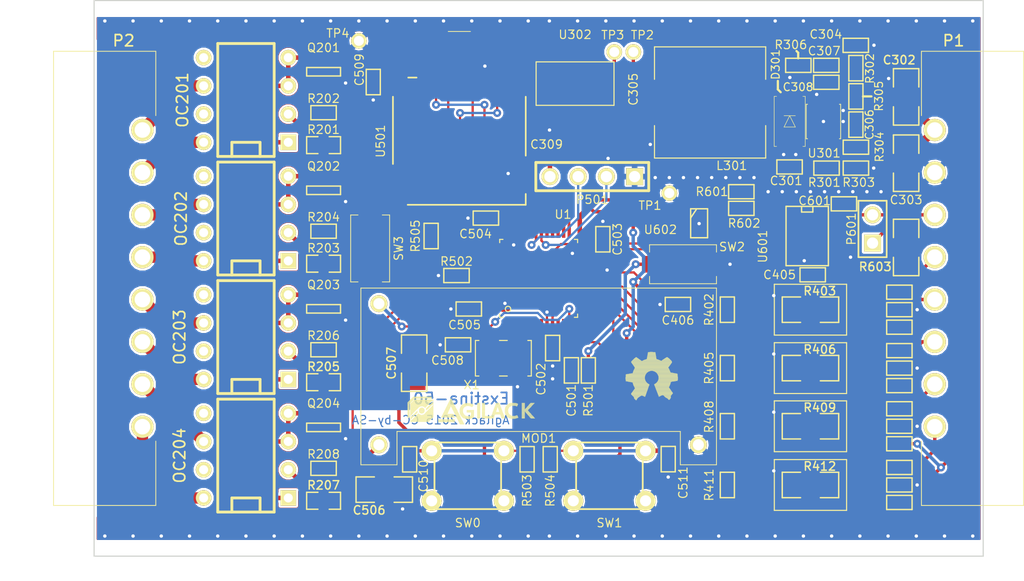
<source format=kicad_pcb>
(kicad_pcb (version 3) (host pcbnew "(2013-mar-13)-stable")
  (title_block (title "Exstina-50 PLC") (date "17 Jul 2015") (rev 0.1) (company Agilack))
  (layers (15 F.Cu signal) (0 B.Cu signal) (18 B.Paste user) (19 F.Paste user) (20 B.SilkS user) (21 F.SilkS user hide) (22 B.Mask user) (23 F.Mask user) (28 Edge.Cuts user))
  (net 0 "")
  (net 1 +3.3V)
  (net 2 +5V)
  (net 3 BOOT)
  (net 4 COMM_1)
  (net 5 COMM_2)
  (net 6 COMM_IO)
  (net 7 DBG_RX)
  (net 8 DBG_TX)
  (net 9 DISP_DAT)
  (net 10 EXT-IN-1)
  (net 11 EXT-IN-2)
  (net 12 EXT-IN-3)
  (net 13 EXT-IN-4)
  (net 14 IN-1)
  (net 15 IN-2)
  (net 16 IN-3)
  (net 17 IN-4)
  (net 18 MAIN_OSC)
  (net 19 N-0000017)
  (net 20 N-0000019)
  (net 21 N-0000020)
  (net 22 N-0000022)
  (net 23 N-0000023)
  (net 24 N-0000025)
  (net 25 N-0000026)
  (net 26 N-0000028)
  (net 27 N-0000029)
  (net 28 N-0000030)
  (net 29 N-0000031)
  (net 30 N-0000032)
  (net 31 N-0000033)
  (net 32 N-0000034)
  (net 33 N-0000035)
  (net 34 N-0000036)
  (net 35 N-0000038)
  (net 36 N-0000040)
  (net 37 N-0000041)
  (net 38 N-0000042)
  (net 39 N-0000043)
  (net 40 N-0000044)
  (net 41 N-0000045)
  (net 42 N-0000046)
  (net 43 N-0000047)
  (net 44 N-0000049)
  (net 45 N-0000050)
  (net 46 N-0000051)
  (net 47 N-0000053)
  (net 48 N-0000055)
  (net 49 N-0000056)
  (net 50 N-0000057)
  (net 51 N-0000059)
  (net 52 N-0000061)
  (net 53 N-0000065)
  (net 54 N-0000069)
  (net 55 N-0000074)
  (net 56 N-0000075)
  (net 57 N-0000076)
  (net 58 N-0000077)
  (net 59 N-0000079)
  (net 60 N-0000082)
  (net 61 N-0000083)
  (net 62 N-0000084)
  (net 63 N-0000085)
  (net 64 N-0000086)
  (net 65 N-0000087)
  (net 66 N-0000089)
  (net 67 N-0000091)
  (net 68 N-0000092)
  (net 69 N-0000093)
  (net 70 N-0000094)
  (net 71 N-0000095)
  (net 72 N-0000096)
  (net 73 OUT1)
  (net 74 OUT1-1)
  (net 75 OUT1-2)
  (net 76 OUT2)
  (net 77 OUT2-1)
  (net 78 OUT2-2)
  (net 79 OUT3)
  (net 80 OUT3-1)
  (net 81 OUT3-2)
  (net 82 OUT4)
  (net 83 OUT4-1)
  (net 84 OUT4-2)
  (net 85 PWR_V+)
  (net 86 PWR_V-)
  (net 87 RST)
  (net 88 SD_DETECT)
  (net 89 SPI2_MISO)
  (net 90 SPI2_MOSI)
  (net 91 SPI2_NSS)
  (net 92 SPI2_SCK)
  (net 93 SW0)
  (net 94 SW1)
  (net 95 UART3_RX)
  (net 96 UART3_TX)
  (module CONN-691701350008B (layer F.Cu) (at 175.65 100 90)
    (fp_text reference P1 (at 21.387 1.6928 180) (layer F.SilkS))
    (fp_text value CONN_8 hide)
    (pad 1 thru_hole circle (at -13.35 0 90) (size 2 2) (drill 1.4) (layers *.Cu *.Mask F.SilkS) (net 13 EXT-IN-4))
    (pad 2 thru_hole circle (at -9.525 0 90) (size 2 2) (drill 1.4) (layers *.Cu *.Mask F.SilkS) (net 12 EXT-IN-3))
    (pad 3 thru_hole circle (at -5.715 0 90) (size 2 2) (drill 1.4) (layers *.Cu *.Mask F.SilkS) (net 11 EXT-IN-2))
    (pad 4 thru_hole circle (at -1.905 0 90) (size 2 2) (drill 1.4) (layers *.Cu *.Mask F.SilkS) (net 10 EXT-IN-1))
    (pad 5 thru_hole circle (at 1.905 0 90) (size 2 2) (drill 1.4) (layers *.Cu *.Mask F.SilkS) (net 5 COMM_2))
    (pad 6 thru_hole circle (at 5.715 0 90) (size 2 2) (drill 1.4) (layers *.Cu *.Mask F.SilkS) (net 4 COMM_1))
    (pad 7 thru_hole circle (at 9.525 0 90) (size 2 2) (drill 1.4) (layers *.Cu *.Mask F.SilkS) (net 86 PWR_V-))
    (pad 8 thru_hole circle (at 13.35 0 90) (size 2 2) (drill 1.4) (layers *.Cu *.Mask F.SilkS) (net 85 PWR_V+))
  )
  (module CONN-691701350008B (layer F.Cu) (at 104.35 100 270)
    (fp_text reference P2 (at -21.387 1.6928 360) (layer F.SilkS) (effects (font (size 1.016 1.016) (thickness 0.1524))))
    (fp_text value CONN_8 hide)
    (pad 1 thru_hole circle (at -13.35 0 270) (size 2 2) (drill 1.4) (layers *.Cu *.Mask F.SilkS) (net 74 OUT1-1))
    (pad 2 thru_hole circle (at -9.525 0 270) (size 2 2) (drill 1.4) (layers *.Cu *.Mask F.SilkS) (net 75 OUT1-2))
    (pad 3 thru_hole circle (at -5.715 0 270) (size 2 2) (drill 1.4) (layers *.Cu *.Mask F.SilkS) (net 77 OUT2-1))
    (pad 4 thru_hole circle (at -1.905 0 270) (size 2 2) (drill 1.4) (layers *.Cu *.Mask F.SilkS) (net 78 OUT2-2))
    (pad 5 thru_hole circle (at 1.905 0 270) (size 2 2) (drill 1.4) (layers *.Cu *.Mask F.SilkS) (net 80 OUT3-1))
    (pad 6 thru_hole circle (at 5.715 0 270) (size 2 2) (drill 1.4) (layers *.Cu *.Mask F.SilkS) (net 81 OUT3-2))
    (pad 7 thru_hole circle (at 9.525 0 270) (size 2 2) (drill 1.4) (layers *.Cu *.Mask F.SilkS) (net 83 OUT4-1))
    (pad 8 thru_hole circle (at 13.35 0 270) (size 2 2) (drill 1.4) (layers *.Cu *.Mask F.SilkS) (net 84 OUT4-2))
  )
  (module DIP-8__300 (layer F.Cu) (at 113.665 83.947 90)
    (fp_text reference OC201 (at 0 -5.715 90) (layer F.SilkS) (effects (font (size 1.016 1.016) (thickness 0.1524))))
    (fp_text value AQHX213 hide)
    (pad 1 thru_hole rect (at -3.81 3.81 90) (size 1.397 1.397) (drill 0.8128) (layers *.Cu *.Mask F.SilkS) (net 21 N-0000020))
    (pad 2 thru_hole circle (at -1.27 3.81 90) (size 1.397 1.397) (drill 0.8128) (layers *.Cu *.Mask F.SilkS) (net 34 N-0000036))
    (pad 3 thru_hole circle (at 1.27 3.81 90) (size 1.397 1.397) (drill 0.8128) (layers *.Cu *.Mask F.SilkS) (net 21 N-0000020))
    (pad 4 thru_hole circle (at 3.81 3.81 90) (size 1.397 1.397) (drill 0.8128) (layers *.Cu *.Mask F.SilkS) (net 21 N-0000020))
    (pad 5 thru_hole circle (at 3.81 -3.81 90) (size 1.397 1.397) (drill 0.8128) (layers *.Cu *.Mask F.SilkS) (net 29 N-0000031))
    (pad 6 thru_hole circle (at 1.27 -3.81 90) (size 1.397 1.397) (drill 0.8128) (layers *.Cu *.Mask F.SilkS) (net 74 OUT1-1))
    (pad 7 thru_hole circle (at -1.27 -3.81 90) (size 1.397 1.397) (drill 0.8128) (layers *.Cu *.Mask F.SilkS))
    (pad 8 thru_hole circle (at -3.81 -3.81 90) (size 1.397 1.397) (drill 0.8128) (layers *.Cu *.Mask F.SilkS) (net 75 OUT1-2))
  )
  (module DIP-8__300 (layer F.Cu) (at 113.665 94.615 90)
    (fp_text reference OC202 (at 0 -5.842 90) (layer F.SilkS) (effects (font (size 1.016 1.016) (thickness 0.1524))))
    (fp_text value AQHX213 hide)
    (pad 1 thru_hole rect (at -3.81 3.81 90) (size 1.397 1.397) (drill 0.8128) (layers *.Cu *.Mask F.SilkS) (net 19 N-0000017))
    (pad 2 thru_hole circle (at -1.27 3.81 90) (size 1.397 1.397) (drill 0.8128) (layers *.Cu *.Mask F.SilkS) (net 31 N-0000033))
    (pad 3 thru_hole circle (at 1.27 3.81 90) (size 1.397 1.397) (drill 0.8128) (layers *.Cu *.Mask F.SilkS) (net 19 N-0000017))
    (pad 4 thru_hole circle (at 3.81 3.81 90) (size 1.397 1.397) (drill 0.8128) (layers *.Cu *.Mask F.SilkS) (net 19 N-0000017))
    (pad 5 thru_hole circle (at 3.81 -3.81 90) (size 1.397 1.397) (drill 0.8128) (layers *.Cu *.Mask F.SilkS) (net 30 N-0000032))
    (pad 6 thru_hole circle (at 1.27 -3.81 90) (size 1.397 1.397) (drill 0.8128) (layers *.Cu *.Mask F.SilkS) (net 77 OUT2-1))
    (pad 7 thru_hole circle (at -1.27 -3.81 90) (size 1.397 1.397) (drill 0.8128) (layers *.Cu *.Mask F.SilkS))
    (pad 8 thru_hole circle (at -3.81 -3.81 90) (size 1.397 1.397) (drill 0.8128) (layers *.Cu *.Mask F.SilkS) (net 78 OUT2-2))
  )
  (module DIP-8__300 (layer F.Cu) (at 113.665 105.283 90)
    (fp_text reference OC203 (at 0 -5.969 90) (layer F.SilkS) (effects (font (size 1.016 1.016) (thickness 0.1524))))
    (fp_text value AQHX213 hide)
    (pad 1 thru_hole rect (at -3.81 3.81 90) (size 1.397 1.397) (drill 0.8128) (layers *.Cu *.Mask F.SilkS) (net 25 N-0000026))
    (pad 2 thru_hole circle (at -1.27 3.81 90) (size 1.397 1.397) (drill 0.8128) (layers *.Cu *.Mask F.SilkS) (net 32 N-0000034))
    (pad 3 thru_hole circle (at 1.27 3.81 90) (size 1.397 1.397) (drill 0.8128) (layers *.Cu *.Mask F.SilkS) (net 25 N-0000026))
    (pad 4 thru_hole circle (at 3.81 3.81 90) (size 1.397 1.397) (drill 0.8128) (layers *.Cu *.Mask F.SilkS) (net 25 N-0000026))
    (pad 5 thru_hole circle (at 3.81 -3.81 90) (size 1.397 1.397) (drill 0.8128) (layers *.Cu *.Mask F.SilkS) (net 28 N-0000030))
    (pad 6 thru_hole circle (at 1.27 -3.81 90) (size 1.397 1.397) (drill 0.8128) (layers *.Cu *.Mask F.SilkS) (net 80 OUT3-1))
    (pad 7 thru_hole circle (at -1.27 -3.81 90) (size 1.397 1.397) (drill 0.8128) (layers *.Cu *.Mask F.SilkS))
    (pad 8 thru_hole circle (at -3.81 -3.81 90) (size 1.397 1.397) (drill 0.8128) (layers *.Cu *.Mask F.SilkS) (net 81 OUT3-2))
  )
  (module DIP-8__300 (layer F.Cu) (at 113.665 115.951 90)
    (fp_text reference OC204 (at 0 -5.969 90) (layer F.SilkS) (effects (font (size 1.016 1.016) (thickness 0.1524))))
    (fp_text value AQHX213 hide)
    (pad 1 thru_hole rect (at -3.81 3.81 90) (size 1.397 1.397) (drill 0.8128) (layers *.Cu *.Mask F.SilkS) (net 23 N-0000023))
    (pad 2 thru_hole circle (at -1.27 3.81 90) (size 1.397 1.397) (drill 0.8128) (layers *.Cu *.Mask F.SilkS) (net 33 N-0000035))
    (pad 3 thru_hole circle (at 1.27 3.81 90) (size 1.397 1.397) (drill 0.8128) (layers *.Cu *.Mask F.SilkS) (net 23 N-0000023))
    (pad 4 thru_hole circle (at 3.81 3.81 90) (size 1.397 1.397) (drill 0.8128) (layers *.Cu *.Mask F.SilkS) (net 23 N-0000023))
    (pad 5 thru_hole circle (at 3.81 -3.81 90) (size 1.397 1.397) (drill 0.8128) (layers *.Cu *.Mask F.SilkS) (net 27 N-0000029))
    (pad 6 thru_hole circle (at 1.27 -3.81 90) (size 1.397 1.397) (drill 0.8128) (layers *.Cu *.Mask F.SilkS) (net 83 OUT4-1))
    (pad 7 thru_hole circle (at -1.27 -3.81 90) (size 1.397 1.397) (drill 0.8128) (layers *.Cu *.Mask F.SilkS))
    (pad 8 thru_hole circle (at -3.81 -3.81 90) (size 1.397 1.397) (drill 0.8128) (layers *.Cu *.Mask F.SilkS) (net 84 OUT4-2))
  )
  (module SOT23-3 (layer F.Cu) (at 120.65 81.407 180)
    (fp_text reference Q201 (at 0 2.159 360) (layer F.SilkS) (effects (font (size 0.762 0.762) (thickness 0.1016))))
    (fp_text value T_NPN hide)
    (pad 2 smd rect (at -0.889 -1.016 180) (size 0.9144 0.9144) (layers F.Cu F.Paste F.Mask) (net 86 PWR_V-))
    (pad 1 smd rect (at 0.889 -1.016 180) (size 0.9144 0.9144) (layers F.Cu F.Paste F.Mask) (net 22 N-0000022))
    (pad 3 smd rect (at 0 1.016 180) (size 0.9144 0.9144) (layers F.Cu F.Paste F.Mask) (net 21 N-0000020))
  )
  (module SOT23-3 (layer F.Cu) (at 120.65 92.075 180)
    (fp_text reference Q202 (at 0 2.159 180) (layer F.SilkS) (effects (font (size 0.762 0.762) (thickness 0.1016))))
    (fp_text value T_NPN hide)
    (pad 2 smd rect (at -0.889 -1.016 180) (size 0.9144 0.9144) (layers F.Cu F.Paste F.Mask) (net 86 PWR_V-))
    (pad 1 smd rect (at 0.889 -1.016 180) (size 0.9144 0.9144) (layers F.Cu F.Paste F.Mask) (net 20 N-0000019))
    (pad 3 smd rect (at 0 1.016 180) (size 0.9144 0.9144) (layers F.Cu F.Paste F.Mask) (net 19 N-0000017))
  )
  (module SOT23-3 (layer F.Cu) (at 120.65 102.743 180)
    (fp_text reference Q203 (at 0 2.159 180) (layer F.SilkS) (effects (font (size 0.762 0.762) (thickness 0.1016))))
    (fp_text value T_NPN hide)
    (pad 2 smd rect (at -0.889 -1.016 180) (size 0.9144 0.9144) (layers F.Cu F.Paste F.Mask) (net 86 PWR_V-))
    (pad 1 smd rect (at 0.889 -1.016 180) (size 0.9144 0.9144) (layers F.Cu F.Paste F.Mask) (net 26 N-0000028))
    (pad 3 smd rect (at 0 1.016 180) (size 0.9144 0.9144) (layers F.Cu F.Paste F.Mask) (net 25 N-0000026))
  )
  (module SOT23-3 (layer F.Cu) (at 120.65 113.411 180)
    (fp_text reference Q204 (at 0 2.159 180) (layer F.SilkS) (effects (font (size 0.762 0.762) (thickness 0.1016))))
    (fp_text value T_NPN hide)
    (pad 2 smd rect (at -0.889 -1.016 180) (size 0.9144 0.9144) (layers F.Cu F.Paste F.Mask) (net 86 PWR_V-))
    (pad 1 smd rect (at 0.889 -1.016 180) (size 0.9144 0.9144) (layers F.Cu F.Paste F.Mask) (net 24 N-0000025))
    (pad 3 smd rect (at 0 1.016 180) (size 0.9144 0.9144) (layers F.Cu F.Paste F.Mask) (net 23 N-0000023))
  )
  (module SMD0805 (layer F.Cu) (at 120.65 88.011 180)
    (fp_text reference R201 (at 0 1.397 180) (layer F.SilkS) (effects (font (size 0.762 0.762) (thickness 0.1016))))
    (fp_text value 165 hide)
    (pad 1 smd rect (at -0.9525 0 180) (size 0.889 1.397) (layers F.Cu F.Paste F.Mask) (net 1 +3.3V))
    (pad 2 smd rect (at 0.9525 0 180) (size 0.889 1.397) (layers F.Cu F.Paste F.Mask) (net 34 N-0000036))
  )
  (module SMD0603 (layer F.Cu) (at 120.65 85.09 180)
    (fp_text reference R202 (at 0 1.27 180) (layer F.SilkS) (effects (font (size 0.762 0.762) (thickness 0.1016))))
    (fp_text value 10k hide)
    (pad 1 smd rect (at -0.762 0 180) (size 0.635 1.143) (layers F.Cu F.Paste F.Mask) (net 73 OUT1))
    (pad 2 smd rect (at 0.762 0 180) (size 0.635 1.143) (layers F.Cu F.Paste F.Mask) (net 22 N-0000022))
  )
  (module SMD0805 (layer F.Cu) (at 120.65 98.679 180)
    (fp_text reference R203 (at 0 1.397 180) (layer F.SilkS) (effects (font (size 0.762 0.762) (thickness 0.1016))))
    (fp_text value 165 hide)
    (pad 1 smd rect (at -0.9525 0 180) (size 0.889 1.397) (layers F.Cu F.Paste F.Mask) (net 1 +3.3V))
    (pad 2 smd rect (at 0.9525 0 180) (size 0.889 1.397) (layers F.Cu F.Paste F.Mask) (net 31 N-0000033))
  )
  (module SMD0603 (layer F.Cu) (at 120.65 95.758 180)
    (fp_text reference R204 (at 0 1.27 180) (layer F.SilkS) (effects (font (size 0.762 0.762) (thickness 0.1016))))
    (fp_text value 10k hide)
    (pad 1 smd rect (at -0.762 0 180) (size 0.635 1.143) (layers F.Cu F.Paste F.Mask) (net 76 OUT2))
    (pad 2 smd rect (at 0.762 0 180) (size 0.635 1.143) (layers F.Cu F.Paste F.Mask) (net 20 N-0000019))
  )
  (module SMD0805 (layer F.Cu) (at 120.65 109.347 180)
    (fp_text reference R205 (at 0 1.397 180) (layer F.SilkS) (effects (font (size 0.762 0.762) (thickness 0.127))))
    (fp_text value 165 hide)
    (pad 1 smd rect (at -0.9525 0 180) (size 0.889 1.397) (layers F.Cu F.Paste F.Mask) (net 1 +3.3V))
    (pad 2 smd rect (at 0.9525 0 180) (size 0.889 1.397) (layers F.Cu F.Paste F.Mask) (net 32 N-0000034))
  )
  (module SMD0603 (layer F.Cu) (at 120.65 106.426 180)
    (fp_text reference R206 (at 0 1.27 180) (layer F.SilkS) (effects (font (size 0.762 0.762) (thickness 0.1016))))
    (fp_text value 10k hide)
    (pad 1 smd rect (at -0.762 0 180) (size 0.635 1.143) (layers F.Cu F.Paste F.Mask) (net 79 OUT3))
    (pad 2 smd rect (at 0.762 0 180) (size 0.635 1.143) (layers F.Cu F.Paste F.Mask) (net 26 N-0000028))
  )
  (module SMD0805 (layer F.Cu) (at 120.65 120.015 180)
    (fp_text reference R207 (at 0 1.397 180) (layer F.SilkS) (effects (font (size 0.762 0.762) (thickness 0.127))))
    (fp_text value 165 hide)
    (pad 1 smd rect (at -0.9525 0 180) (size 0.889 1.397) (layers F.Cu F.Paste F.Mask) (net 1 +3.3V))
    (pad 2 smd rect (at 0.9525 0 180) (size 0.889 1.397) (layers F.Cu F.Paste F.Mask) (net 33 N-0000035))
  )
  (module SMD0603 (layer F.Cu) (at 120.65 117.094 180)
    (fp_text reference R208 (at 0 1.27 180) (layer F.SilkS) (effects (font (size 0.762 0.762) (thickness 0.1016))))
    (fp_text value 10k hide)
    (pad 1 smd rect (at -0.762 0 180) (size 0.635 1.143) (layers F.Cu F.Paste F.Mask) (net 82 OUT4))
    (pad 2 smd rect (at 0.762 0 180) (size 0.635 1.143) (layers F.Cu F.Paste F.Mask) (net 24 N-0000025))
  )
  (module I_MSS1048 (layer F.Cu) (at 155.43276 84.17052 90)
    (fp_text reference L301 (at -5.69214 1.94818 180) (layer F.SilkS) (effects (font (size 0.762 0.762) (thickness 0.1016))))
    (fp_text value 47uH hide)
    (pad 1 smd rect (at 0 4.699 90) (size 3.56108 1.78054) (layers F.Cu F.Paste F.Mask) (net 39 N-0000043))
    (pad 2 smd rect (at 0 -4.699 90) (size 3.56108 1.78054) (layers F.Cu F.Paste F.Mask) (net 2 +5V))
  )
  (module DO214-AC (layer F.Cu) (at 162.5981 85.87232 270)
    (fp_text reference D301 (at -5.11302 1.27 270) (layer F.SilkS) (effects (font (size 0.7112 0.7112) (thickness 0.1016))))
    (fp_text value B160 hide)
    (pad 2 smd rect (at -1.7 0 270) (size 1.52 1.8) (layers F.Cu F.Paste F.Mask) (net 39 N-0000043))
    (pad 1 smd rect (at 1.7 0 270) (size 1.52 1.8) (layers F.Cu F.Paste F.Mask) (net 86 PWR_V-))
  )
  (module SMD1206 (layer F.Cu) (at 173.0756 83.6676 90)
    (fp_text reference C302 (at 3.3147 -0.6223 360) (layer F.SilkS) (effects (font (size 0.762 0.762) (thickness 0.127))))
    (fp_text value 10uF hide)
    (pad 1 smd rect (at -1.651 0 90) (size 1.524 2.032) (layers F.Cu F.Paste F.Mask) (net 85 PWR_V+))
    (pad 2 smd rect (at 1.651 0 90) (size 1.524 2.032) (layers F.Cu F.Paste F.Mask) (net 86 PWR_V-))
  )
  (module C_TAJB (layer F.Cu) (at 148.5265 86.6521 270)
    (fp_text reference C305 (at -3.66268 0 270) (layer F.SilkS) (effects (font (size 0.762 0.762) (thickness 0.1016))))
    (fp_text value 47uF hide)
    (pad 1 smd rect (at -1.30048 0 270) (size 1.19888 1.99898) (layers F.Cu F.Paste F.Mask) (net 2 +5V))
    (pad 2 smd rect (at 1.30048 0 270) (size 1.19888 1.99898) (layers F.Cu F.Paste F.Mask) (net 86 PWR_V-))
  )
  (module SMD0603 (layer F.Cu) (at 165.8874 80.83042 180)
    (fp_text reference C307 (at 0.1905 1.29032 180) (layer F.SilkS) (effects (font (size 0.762 0.762) (thickness 0.1016))))
    (fp_text value 180pF hide)
    (pad 1 smd rect (at -0.762 0 180) (size 0.635 1.143) (layers F.Cu F.Paste F.Mask) (net 36 N-0000040))
    (pad 2 smd rect (at 0.762 0 180) (size 0.635 1.143) (layers F.Cu F.Paste F.Mask) (net 37 N-0000041))
  )
  (module SMD0603 (layer F.Cu) (at 165.8874 82.35442 180)
    (fp_text reference C308 (at 2.54 -0.4318 180) (layer F.SilkS) (effects (font (size 0.7112 0.7112) (thickness 0.1016))))
    (fp_text value 10Pf hide)
    (pad 1 smd rect (at -0.762 0 180) (size 0.635 1.143) (layers F.Cu F.Paste F.Mask) (net 36 N-0000040))
    (pad 2 smd rect (at 0.762 0 180) (size 0.635 1.143) (layers F.Cu F.Paste F.Mask) (net 86 PWR_V-))
  )
  (module SMD0603 (layer F.Cu) (at 165.9128 90.07602)
    (fp_text reference R301 (at -0.2032 1.2954) (layer F.SilkS) (effects (font (size 0.762 0.762) (thickness 0.1016))))
    (fp_text value 100k hide)
    (pad 1 smd rect (at -0.762 0) (size 0.635 1.143) (layers F.Cu F.Paste F.Mask) (net 85 PWR_V+))
    (pad 2 smd rect (at 0.762 0) (size 0.635 1.143) (layers F.Cu F.Paste F.Mask) (net 40 N-0000044))
  )
  (module SMD0603 (layer F.Cu) (at 168.5544 90.07602)
    (fp_text reference R303 (at 0.254 1.2954) (layer F.SilkS) (effects (font (size 0.762 0.762) (thickness 0.1016))))
    (fp_text value 48.7k hide)
    (pad 1 smd rect (at -0.762 0) (size 0.635 1.143) (layers F.Cu F.Paste F.Mask) (net 40 N-0000044))
    (pad 2 smd rect (at 0.762 0) (size 0.635 1.143) (layers F.Cu F.Paste F.Mask) (net 86 PWR_V-))
  )
  (module SMD0603 (layer F.Cu) (at 168.5544 86.16442 90)
    (fp_text reference C306 (at 0 1.2192 90) (layer F.SilkS) (effects (font (size 0.7112 0.7112) (thickness 0.1016))))
    (fp_text value 10nF hide)
    (pad 1 smd rect (at -0.762 0 90) (size 0.635 1.143) (layers F.Cu F.Paste F.Mask) (net 42 N-0000046))
    (pad 2 smd rect (at 0.762 0 90) (size 0.635 1.143) (layers F.Cu F.Paste F.Mask) (net 86 PWR_V-))
  )
  (module SMD0603 (layer F.Cu) (at 162.5854 89.97442 180)
    (fp_text reference C301 (at 0.3048 -1.2446 180) (layer F.SilkS) (effects (font (size 0.762 0.762) (thickness 0.1016))))
    (fp_text value 100nF hide)
    (pad 1 smd rect (at -0.762 0 180) (size 0.635 1.143) (layers F.Cu F.Paste F.Mask) (net 38 N-0000042))
    (pad 2 smd rect (at 0.762 0 180) (size 0.635 1.143) (layers F.Cu F.Paste F.Mask) (net 39 N-0000043))
  )
  (module SMD0603 (layer F.Cu) (at 168.5417 79.0321)
    (fp_text reference C304 (at -2.6924 -0.9906) (layer F.SilkS) (effects (font (size 0.762 0.762) (thickness 0.1016))))
    (fp_text value 1uF hide)
    (pad 1 smd rect (at -0.762 0) (size 0.635 1.143) (layers F.Cu F.Paste F.Mask) (net 2 +5V))
    (pad 2 smd rect (at 0.762 0) (size 0.635 1.143) (layers F.Cu F.Paste F.Mask) (net 86 PWR_V-))
  )
  (module SMD_SON10 (layer F.Cu) (at 165.6334 85.88502)
    (fp_text reference U301 (at 0.0635 2.84988) (layer F.SilkS) (effects (font (size 0.762 0.762) (thickness 0.1016))))
    (fp_text value TPS54060 hide)
    (pad PAD smd rect (at 0 0) (size 2.4 1.65) (layers F.Cu F.Paste F.Mask) (net 86 PWR_V-))
    (pad 1 smd rect (at -1 1.475) (size 0.28 0.85) (layers F.Cu F.Paste F.Mask) (net 38 N-0000042))
    (pad 2 smd rect (at -0.5 1.475) (size 0.28 0.85) (layers F.Cu F.Paste F.Mask) (net 85 PWR_V+))
    (pad 3 smd rect (at 0 1.475) (size 0.28 0.85) (layers F.Cu F.Paste F.Mask) (net 40 N-0000044))
    (pad 4 smd rect (at 0.5 1.475) (size 0.28 0.85) (layers F.Cu F.Paste F.Mask) (net 42 N-0000046))
    (pad 5 smd rect (at 1 1.475) (size 0.28 0.85) (layers F.Cu F.Paste F.Mask) (net 43 N-0000047))
    (pad 6 smd rect (at 1 -1.475) (size 0.28 0.85) (layers F.Cu F.Paste F.Mask) (net 41 N-0000045))
    (pad 7 smd rect (at 0.5 -1.475) (size 0.28 0.85) (layers F.Cu F.Paste F.Mask) (net 35 N-0000038))
    (pad 8 smd rect (at 0 -1.475) (size 0.28 0.85) (layers F.Cu F.Paste F.Mask) (net 36 N-0000040))
    (pad 9 smd rect (at -0.5 -1.475) (size 0.28 0.85) (layers F.Cu F.Paste F.Mask) (net 86 PWR_V-))
    (pad 10 smd rect (at -1 -1.475) (size 0.28 0.85) (layers F.Cu F.Paste F.Mask) (net 39 N-0000043))
  )
  (module SMD0603 (layer F.Cu) (at 168.5544 81.08442 270)
    (fp_text reference R302 (at 0.03048 -1.2573 270) (layer F.SilkS) (effects (font (size 0.7112 0.7112) (thickness 0.1016))))
    (fp_text value R hide)
    (pad 1 smd rect (at -0.762 0 270) (size 0.635 1.143) (layers F.Cu F.Paste F.Mask) (net 2 +5V))
    (pad 2 smd rect (at 0.762 0 270) (size 0.635 1.143) (layers F.Cu F.Paste F.Mask) (net 35 N-0000038))
  )
  (module SMD0603 (layer F.Cu) (at 168.5544 88.19642)
    (fp_text reference R304 (at 2.1209 -0.02032 90) (layer F.SilkS) (effects (font (size 0.7112 0.7112) (thickness 0.1016))))
    (fp_text value 100k hide)
    (pad 1 smd rect (at -0.762 0) (size 0.635 1.143) (layers F.Cu F.Paste F.Mask) (net 43 N-0000047))
    (pad 2 smd rect (at 0.762 0) (size 0.635 1.143) (layers F.Cu F.Paste F.Mask) (net 86 PWR_V-))
  )
  (module SMD0603 (layer F.Cu) (at 168.5544 83.62442 270)
    (fp_text reference R305 (at -0.02032 -2.0701 270) (layer F.SilkS) (effects (font (size 0.7112 0.7112) (thickness 0.1016))))
    (fp_text value R hide)
    (pad 1 smd rect (at -0.762 0 270) (size 0.635 1.143) (layers F.Cu F.Paste F.Mask) (net 35 N-0000038))
    (pad 2 smd rect (at 0.762 0 270) (size 0.635 1.143) (layers F.Cu F.Paste F.Mask) (net 86 PWR_V-))
  )
  (module SMD0603 (layer F.Cu) (at 163.3728 80.83042 180)
    (fp_text reference R306 (at 0.6731 1.84912 180) (layer F.SilkS) (effects (font (size 0.762 0.762) (thickness 0.1016))))
    (fp_text value 75K hide)
    (pad 1 smd rect (at -0.762 0 180) (size 0.635 1.143) (layers F.Cu F.Paste F.Mask) (net 37 N-0000041))
    (pad 2 smd rect (at 0.762 0 180) (size 0.635 1.143) (layers F.Cu F.Paste F.Mask) (net 86 PWR_V-))
  )
  (module SMD1206 (layer F.Cu) (at 173.0756 89.6366 270)
    (fp_text reference C303 (at 3.302 0 360) (layer F.SilkS) (effects (font (size 0.762 0.762) (thickness 0.1016))))
    (fp_text value 10uF hide)
    (pad 1 smd rect (at -1.651 0 270) (size 1.524 2.032) (layers F.Cu F.Paste F.Mask) (net 85 PWR_V+))
    (pad 2 smd rect (at 1.651 0 270) (size 1.524 2.032) (layers F.Cu F.Paste F.Mask) (net 86 PWR_V-))
  )
  (module SMD0603 (layer F.Cu) (at 172.466 118.5926)
    (fp_text reference C404 hide)
    (fp_text value C hide)
    (pad 1 smd rect (at -0.762 0) (size 0.635 1.143) (layers F.Cu F.Paste F.Mask) (net 44 N-0000049))
    (pad 2 smd rect (at 0.762 0) (size 0.635 1.143) (layers F.Cu F.Paste F.Mask) (net 86 PWR_V-))
  )
  (module SMD0603 (layer F.Cu) (at 172.466 101.2444 180)
    (fp_text reference FB401 hide)
    (fp_text value FB1000 hide)
    (pad 1 smd rect (at -0.762 0 180) (size 0.635 1.143) (layers F.Cu F.Paste F.Mask) (net 10 EXT-IN-1))
    (pad 2 smd rect (at 0.762 0 180) (size 0.635 1.143) (layers F.Cu F.Paste F.Mask) (net 48 N-0000055))
  )
  (module SMD0603 (layer F.Cu) (at 172.466 106.5022 180)
    (fp_text reference FB402 hide)
    (fp_text value FB1000 hide)
    (pad 1 smd rect (at -0.762 0 180) (size 0.635 1.143) (layers F.Cu F.Paste F.Mask) (net 11 EXT-IN-2))
    (pad 2 smd rect (at 0.762 0 180) (size 0.635 1.143) (layers F.Cu F.Paste F.Mask) (net 50 N-0000057))
  )
  (module SMD0603 (layer F.Cu) (at 172.466 111.7346 180)
    (fp_text reference FB403 hide)
    (fp_text value FB1000 hide)
    (pad 1 smd rect (at -0.762 0 180) (size 0.635 1.143) (layers F.Cu F.Paste F.Mask) (net 12 EXT-IN-3))
    (pad 2 smd rect (at 0.762 0 180) (size 0.635 1.143) (layers F.Cu F.Paste F.Mask) (net 45 N-0000050))
  )
  (module SMD0603 (layer F.Cu) (at 172.466 117.0178 180)
    (fp_text reference FB404 hide)
    (fp_text value FB1000 hide)
    (pad 1 smd rect (at -0.762 0 180) (size 0.635 1.143) (layers F.Cu F.Paste F.Mask) (net 13 EXT-IN-4))
    (pad 2 smd rect (at 0.762 0 180) (size 0.635 1.143) (layers F.Cu F.Paste F.Mask) (net 44 N-0000049))
  )
  (module VO615A (layer F.Cu) (at 164.465 108.077 90)
    (fp_text reference U402 hide)
    (fp_text value OPTO-TRANSISTOR hide)
    (pad 1 smd rect (at -1.27 5.25018 90) (size 1.80086 2.49936) (layers F.Cu F.Paste F.Mask) (net 51 N-0000059))
    (pad 2 smd rect (at 1.27 5.25018 90) (size 1.80086 2.49936) (layers F.Cu F.Paste F.Mask) (net 50 N-0000057))
    (pad 4 smd rect (at -1.27 -5.25018 90) (size 1.80086 2.49936) (layers F.Cu F.Paste F.Mask) (net 15 IN-2))
    (pad 3 smd rect (at 1.27 -5.25018 90) (size 1.80086 2.49936) (layers F.Cu F.Paste F.Mask) (net 86 PWR_V-))
  )
  (module VO615A (layer F.Cu) (at 164.465 113.3094 90)
    (fp_text reference U403 hide)
    (fp_text value OPTO-TRANSISTOR hide)
    (pad 1 smd rect (at -1.27 5.25018 90) (size 1.80086 2.49936) (layers F.Cu F.Paste F.Mask) (net 46 N-0000051))
    (pad 2 smd rect (at 1.27 5.25018 90) (size 1.80086 2.49936) (layers F.Cu F.Paste F.Mask) (net 45 N-0000050))
    (pad 4 smd rect (at -1.27 -5.25018 90) (size 1.80086 2.49936) (layers F.Cu F.Paste F.Mask) (net 16 IN-3))
    (pad 3 smd rect (at 1.27 -5.25018 90) (size 1.80086 2.49936) (layers F.Cu F.Paste F.Mask) (net 86 PWR_V-))
  )
  (module VO615A (layer F.Cu) (at 164.465 118.5926 90)
    (fp_text reference U404 hide)
    (fp_text value OPTO-TRANSISTOR hide)
    (pad 1 smd rect (at -1.27 5.25018 90) (size 1.80086 2.49936) (layers F.Cu F.Paste F.Mask) (net 47 N-0000053))
    (pad 2 smd rect (at 1.27 5.25018 90) (size 1.80086 2.49936) (layers F.Cu F.Paste F.Mask) (net 44 N-0000049))
    (pad 4 smd rect (at -1.27 -5.25018 90) (size 1.80086 2.49936) (layers F.Cu F.Paste F.Mask) (net 17 IN-4))
    (pad 3 smd rect (at 1.27 -5.25018 90) (size 1.80086 2.49936) (layers F.Cu F.Paste F.Mask) (net 86 PWR_V-))
  )
  (module SMD0603 (layer F.Cu) (at 172.466 108.077)
    (fp_text reference C402 hide)
    (fp_text value C hide)
    (pad 1 smd rect (at -0.762 0) (size 0.635 1.143) (layers F.Cu F.Paste F.Mask) (net 50 N-0000057))
    (pad 2 smd rect (at 0.762 0) (size 0.635 1.143) (layers F.Cu F.Paste F.Mask) (net 86 PWR_V-))
  )
  (module SMD0603 (layer F.Cu) (at 172.466 113.3094)
    (fp_text reference C403 hide)
    (fp_text value C hide)
    (pad 1 smd rect (at -0.762 0) (size 0.635 1.143) (layers F.Cu F.Paste F.Mask) (net 45 N-0000050))
    (pad 2 smd rect (at 0.762 0) (size 0.635 1.143) (layers F.Cu F.Paste F.Mask) (net 86 PWR_V-))
  )
  (module VO615A (layer F.Cu) (at 164.465 102.8192 90)
    (fp_text reference U401 hide)
    (fp_text value VO615 hide)
    (pad 1 smd rect (at -1.27 5.25018 90) (size 1.80086 2.49936) (layers F.Cu F.Paste F.Mask) (net 49 N-0000056))
    (pad 2 smd rect (at 1.27 5.25018 90) (size 1.80086 2.49936) (layers F.Cu F.Paste F.Mask) (net 48 N-0000055))
    (pad 4 smd rect (at -1.27 -5.25018 90) (size 1.80086 2.49936) (layers F.Cu F.Paste F.Mask) (net 14 IN-1))
    (pad 3 smd rect (at 1.27 -5.25018 90) (size 1.80086 2.49936) (layers F.Cu F.Paste F.Mask) (net 86 PWR_V-))
  )
  (module SMD0603 (layer F.Cu) (at 172.466 102.8192)
    (fp_text reference C401 hide)
    (fp_text value C hide)
    (pad 1 smd rect (at -0.762 0) (size 0.635 1.143) (layers F.Cu F.Paste F.Mask) (net 48 N-0000055))
    (pad 2 smd rect (at 0.762 0) (size 0.635 1.143) (layers F.Cu F.Paste F.Mask) (net 86 PWR_V-))
  )
  (module SMD0603 (layer F.Cu) (at 172.466 104.394)
    (fp_text reference R401 hide)
    (fp_text value 470 hide)
    (pad 1 smd rect (at -0.762 0) (size 0.635 1.143) (layers F.Cu F.Paste F.Mask) (net 49 N-0000056))
    (pad 2 smd rect (at 0.762 0) (size 0.635 1.143) (layers F.Cu F.Paste F.Mask) (net 2 +5V))
  )
  (module SMD0603 (layer F.Cu) (at 172.466 109.6518)
    (fp_text reference R404 hide)
    (fp_text value 470 hide)
    (pad 1 smd rect (at -0.762 0) (size 0.635 1.143) (layers F.Cu F.Paste F.Mask) (net 51 N-0000059))
    (pad 2 smd rect (at 0.762 0) (size 0.635 1.143) (layers F.Cu F.Paste F.Mask) (net 2 +5V))
  )
  (module SMD0603 (layer F.Cu) (at 172.466 114.8842)
    (fp_text reference R407 hide)
    (fp_text value 470 hide)
    (pad 1 smd rect (at -0.762 0) (size 0.635 1.143) (layers F.Cu F.Paste F.Mask) (net 46 N-0000051))
    (pad 2 smd rect (at 0.762 0) (size 0.635 1.143) (layers F.Cu F.Paste F.Mask) (net 2 +5V))
  )
  (module SMD0603 (layer F.Cu) (at 172.466 120.1674)
    (fp_text reference R410 hide)
    (fp_text value 470 hide)
    (pad 1 smd rect (at -0.762 0) (size 0.635 1.143) (layers F.Cu F.Paste F.Mask) (net 47 N-0000053))
    (pad 2 smd rect (at 0.762 0) (size 0.635 1.143) (layers F.Cu F.Paste F.Mask) (net 2 +5V))
  )
  (module SMD0603 (layer F.Cu) (at 156.9847 102.8192 270)
    (fp_text reference R402 (at 0 1.6383 270) (layer F.SilkS) (effects (font (size 0.762 0.762) (thickness 0.1016))))
    (fp_text value 10k hide)
    (pad 1 smd rect (at -0.762 0 270) (size 0.635 1.143) (layers F.Cu F.Paste F.Mask) (net 1 +3.3V))
    (pad 2 smd rect (at 0.762 0 270) (size 0.635 1.143) (layers F.Cu F.Paste F.Mask) (net 14 IN-1))
  )
  (module SMD0603 (layer F.Cu) (at 156.9847 108.077 270)
    (fp_text reference R405 (at 0 1.6383 270) (layer F.SilkS) (effects (font (size 0.762 0.762) (thickness 0.1016))))
    (fp_text value 10k hide)
    (pad 1 smd rect (at -0.762 0 270) (size 0.635 1.143) (layers F.Cu F.Paste F.Mask) (net 1 +3.3V))
    (pad 2 smd rect (at 0.762 0 270) (size 0.635 1.143) (layers F.Cu F.Paste F.Mask) (net 15 IN-2))
  )
  (module SMD0603 (layer F.Cu) (at 156.9847 113.3094 270)
    (fp_text reference R408 (at -0.8509 1.6383 270) (layer F.SilkS) (effects (font (size 0.762 0.762) (thickness 0.1016))))
    (fp_text value 10k hide)
    (pad 1 smd rect (at -0.762 0 270) (size 0.635 1.143) (layers F.Cu F.Paste F.Mask) (net 1 +3.3V))
    (pad 2 smd rect (at 0.762 0 270) (size 0.635 1.143) (layers F.Cu F.Paste F.Mask) (net 16 IN-3))
  )
  (module SMD0603 (layer F.Cu) (at 156.9847 118.5926 270)
    (fp_text reference R411 (at 0 1.6383 270) (layer F.SilkS) (effects (font (size 0.762 0.762) (thickness 0.1016))))
    (fp_text value 10k hide)
    (pad 1 smd rect (at -0.762 0 270) (size 0.635 1.143) (layers F.Cu F.Paste F.Mask) (net 1 +3.3V))
    (pad 2 smd rect (at 0.762 0 270) (size 0.635 1.143) (layers F.Cu F.Paste F.Mask) (net 17 IN-4))
  )
  (module SMD1206 (layer F.Cu) (at 164.465 102.8192 180)
    (fp_text reference R403 (at -0.8382 1.6764 180) (layer F.SilkS) (effects (font (size 0.762 0.762) (thickness 0.127))))
    (fp_text value 0 hide)
    (pad 1 smd rect (at -1.651 0 180) (size 1.524 2.032) (layers F.Cu F.Paste F.Mask) (net 48 N-0000055))
    (pad 2 smd rect (at 1.651 0 180) (size 1.524 2.032) (layers F.Cu F.Paste F.Mask) (net 14 IN-1))
  )
  (module SMD1206 (layer F.Cu) (at 164.465 108.077 180)
    (fp_text reference R406 (at -0.8382 1.6764 180) (layer F.SilkS) (effects (font (size 0.762 0.762) (thickness 0.127))))
    (fp_text value 0 hide)
    (pad 1 smd rect (at -1.651 0 180) (size 1.524 2.032) (layers F.Cu F.Paste F.Mask) (net 50 N-0000057))
    (pad 2 smd rect (at 1.651 0 180) (size 1.524 2.032) (layers F.Cu F.Paste F.Mask) (net 15 IN-2))
  )
  (module SMD1206 (layer F.Cu) (at 164.465 113.3094 180)
    (fp_text reference R409 (at -0.8382 1.6764 180) (layer F.SilkS) (effects (font (size 0.762 0.762) (thickness 0.127))))
    (fp_text value 0 hide)
    (pad 1 smd rect (at -1.651 0 180) (size 1.524 2.032) (layers F.Cu F.Paste F.Mask) (net 45 N-0000050))
    (pad 2 smd rect (at 1.651 0 180) (size 1.524 2.032) (layers F.Cu F.Paste F.Mask) (net 16 IN-3))
  )
  (module SMD1206 (layer F.Cu) (at 164.465 118.5926 180)
    (fp_text reference R412 (at -0.8382 1.6764 180) (layer F.SilkS) (effects (font (size 0.762 0.762) (thickness 0.127))))
    (fp_text value 0 hide)
    (pad 1 smd rect (at -1.651 0 180) (size 1.524 2.032) (layers F.Cu F.Paste F.Mask) (net 44 N-0000049))
    (pad 2 smd rect (at 1.651 0 180) (size 1.524 2.032) (layers F.Cu F.Paste F.Mask) (net 17 IN-4))
  )
  (module LQFP48 (layer F.Cu) (at 140.0048 99.9998 90)
    (fp_text reference U1 (at 5.7531 2.1971 180) (layer F.SilkS) (effects (font (size 0.762 0.762) (thickness 0.1016))))
    (fp_text value STM32F103CX hide)
    (pad 1 smd rect (at -4.24942 -2.75082 180) (size 0.29972 1.19888) (layers F.Cu F.Paste F.Mask) (net 58 N-0000077))
    (pad 2 smd rect (at -4.24942 -2.25044 180) (size 0.29972 1.19888) (layers F.Cu F.Paste F.Mask) (net 57 N-0000076))
    (pad 3 smd rect (at -4.24942 -1.75006 180) (size 0.29972 1.19888) (layers F.Cu F.Paste F.Mask) (net 56 N-0000075))
    (pad 4 smd rect (at -4.24942 -1.24968 180) (size 0.29972 1.19888) (layers F.Cu F.Paste F.Mask) (net 55 N-0000074))
    (pad 5 smd rect (at -4.24942 -0.7493 180) (size 0.29972 1.19888) (layers F.Cu F.Paste F.Mask) (net 18 MAIN_OSC))
    (pad 6 smd rect (at -4.24942 -0.24892 180) (size 0.29972 1.19888) (layers F.Cu F.Paste F.Mask) (net 60 N-0000082))
    (pad 7 smd rect (at -4.24942 0.24892 180) (size 0.29972 1.19888) (layers F.Cu F.Paste F.Mask) (net 87 RST))
    (pad 8 smd rect (at -4.24942 0.7493 180) (size 0.29972 1.19888) (layers F.Cu F.Paste F.Mask) (net 86 PWR_V-))
    (pad 9 smd rect (at -4.24942 1.24968 180) (size 0.29972 1.19888) (layers F.Cu F.Paste F.Mask) (net 1 +3.3V))
    (pad 10 smd rect (at -4.24942 1.75006 180) (size 0.29972 1.19888) (layers F.Cu F.Paste F.Mask) (net 53 N-0000065))
    (pad 11 smd rect (at -4.24942 2.25044 180) (size 0.29972 1.19888) (layers F.Cu F.Paste F.Mask) (net 93 SW0))
    (pad 12 smd rect (at -4.24942 2.75082 180) (size 0.29972 1.19888) (layers F.Cu F.Paste F.Mask) (net 9 DISP_DAT))
    (pad 13 smd rect (at -2.75082 4.24942 90) (size 0.29972 1.19888) (layers F.Cu F.Paste F.Mask) (net 94 SW1))
    (pad 14 smd rect (at -2.25044 4.24942 90) (size 0.29972 1.19888) (layers F.Cu F.Paste F.Mask) (net 17 IN-4))
    (pad 15 smd rect (at -1.75006 4.24942 90) (size 0.29972 1.19888) (layers F.Cu F.Paste F.Mask) (net 16 IN-3))
    (pad 16 smd rect (at -1.24968 4.24942 90) (size 0.29972 1.19888) (layers F.Cu F.Paste F.Mask) (net 15 IN-2))
    (pad 17 smd rect (at -0.7493 4.24942 90) (size 0.29972 1.19888) (layers F.Cu F.Paste F.Mask) (net 14 IN-1))
    (pad 18 smd rect (at -0.24892 4.24942 90) (size 0.29972 1.19888) (layers F.Cu F.Paste F.Mask) (net 68 N-0000092))
    (pad 19 smd rect (at 0.24892 4.24942 90) (size 0.29972 1.19888) (layers F.Cu F.Paste F.Mask) (net 6 COMM_IO))
    (pad 20 smd rect (at 0.7493 4.24942 90) (size 0.29972 1.19888) (layers F.Cu F.Paste F.Mask) (net 86 PWR_V-))
    (pad 21 smd rect (at 1.24968 4.24942 90) (size 0.29972 1.19888) (layers F.Cu F.Paste F.Mask) (net 96 UART3_TX))
    (pad 22 smd rect (at 1.75006 4.24942 90) (size 0.29972 1.19888) (layers F.Cu F.Paste F.Mask) (net 95 UART3_RX))
    (pad 23 smd rect (at 2.25044 4.24942 90) (size 0.29972 1.19888) (layers F.Cu F.Paste F.Mask) (net 86 PWR_V-))
    (pad 24 smd rect (at 2.75082 4.24942 90) (size 0.29972 1.19888) (layers F.Cu F.Paste F.Mask) (net 1 +3.3V))
    (pad 25 smd rect (at 4.24942 2.75082) (size 0.29972 1.19888) (layers F.Cu F.Paste F.Mask) (net 91 SPI2_NSS))
    (pad 26 smd rect (at 4.24942 2.25044) (size 0.29972 1.19888) (layers F.Cu F.Paste F.Mask) (net 92 SPI2_SCK))
    (pad 27 smd rect (at 4.24942 1.75006) (size 0.29972 1.19888) (layers F.Cu F.Paste F.Mask) (net 89 SPI2_MISO))
    (pad 28 smd rect (at 4.24942 1.24968) (size 0.29972 1.19888) (layers F.Cu F.Paste F.Mask) (net 90 SPI2_MOSI))
    (pad 29 smd rect (at 4.24942 0.7493) (size 0.29972 1.19888) (layers F.Cu F.Paste F.Mask) (net 88 SD_DETECT))
    (pad 30 smd rect (at 4.24942 0.24892) (size 0.29972 1.19888) (layers F.Cu F.Paste F.Mask) (net 8 DBG_TX))
    (pad 31 smd rect (at 4.24942 -0.24892) (size 0.29972 1.19888) (layers F.Cu F.Paste F.Mask) (net 7 DBG_RX))
    (pad 32 smd rect (at 4.24942 -0.7493) (size 0.29972 1.19888) (layers F.Cu F.Paste F.Mask) (net 61 N-0000083))
    (pad 33 smd rect (at 4.24942 -1.24968) (size 0.29972 1.19888) (layers F.Cu F.Paste F.Mask) (net 64 N-0000086))
    (pad 34 smd rect (at 4.24942 -1.75006) (size 0.29972 1.19888) (layers F.Cu F.Paste F.Mask) (net 62 N-0000084))
    (pad 35 smd rect (at 4.24942 -2.25044) (size 0.29972 1.19888) (layers F.Cu F.Paste F.Mask) (net 86 PWR_V-))
    (pad 36 smd rect (at 4.24942 -2.75082) (size 0.29972 1.19888) (layers F.Cu F.Paste F.Mask) (net 1 +3.3V))
    (pad 37 smd rect (at 2.75082 -4.24942 270) (size 0.29972 1.19888) (layers F.Cu F.Paste F.Mask) (net 69 N-0000093))
    (pad 38 smd rect (at 2.25044 -4.24942 270) (size 0.29972 1.19888) (layers F.Cu F.Paste F.Mask) (net 67 N-0000091))
    (pad 39 smd rect (at 1.75006 -4.24942 270) (size 0.29972 1.19888) (layers F.Cu F.Paste F.Mask) (net 73 OUT1))
    (pad 40 smd rect (at 1.24968 -4.24942 270) (size 0.29972 1.19888) (layers F.Cu F.Paste F.Mask) (net 76 OUT2))
    (pad 41 smd rect (at 0.7493 -4.24942 270) (size 0.29972 1.19888) (layers F.Cu F.Paste F.Mask) (net 66 N-0000089))
    (pad 42 smd rect (at 0.24892 -4.24942 270) (size 0.29972 1.19888) (layers F.Cu F.Paste F.Mask) (net 65 N-0000087))
    (pad 43 smd rect (at -0.24892 -4.24942 270) (size 0.29972 1.19888) (layers F.Cu F.Paste F.Mask) (net 63 N-0000085))
    (pad 44 smd rect (at -0.7493 -4.24942 270) (size 0.29972 1.19888) (layers F.Cu F.Paste F.Mask) (net 3 BOOT))
    (pad 45 smd rect (at -1.24968 -4.24942 270) (size 0.29972 1.19888) (layers F.Cu F.Paste F.Mask) (net 79 OUT3))
    (pad 46 smd rect (at -1.75006 -4.24942 270) (size 0.29972 1.19888) (layers F.Cu F.Paste F.Mask) (net 82 OUT4))
    (pad 47 smd rect (at -2.25044 -4.24942 270) (size 0.29972 1.19888) (layers F.Cu F.Paste F.Mask) (net 86 PWR_V-))
    (pad 48 smd rect (at -2.75082 -4.24942 270) (size 0.29972 1.19888) (layers F.Cu F.Paste F.Mask) (net 1 +3.3V))
  )
  (module Q_SMD5x3 (layer F.Cu) (at 136.8298 107.188)
    (fp_text reference X1 (at -2.8575 2.4003) (layer F.SilkS) (effects (font (size 0.762 0.762) (thickness 0.1016))))
    (fp_text value 8MHz hide)
    (pad 1 smd rect (at -1.27 1.2) (size 1.39954 1.4) (layers F.Cu F.Paste F.Mask) (net 59 N-0000079))
    (pad 2 smd rect (at 1.27 1.2) (size 1.39954 1.4) (layers F.Cu F.Paste F.Mask) (net 86 PWR_V-))
    (pad 3 smd rect (at 1.27 -1.2) (size 1.39954 1.4) (layers F.Cu F.Paste F.Mask) (net 18 MAIN_OSC))
    (pad 4 smd rect (at -1.27 -1.2) (size 1.39954 1.4) (layers F.Cu F.Paste F.Mask) (net 1 +3.3V))
  )
  (module SOT223 (layer F.Cu) (at 143.2814 82.4738)
    (fp_text reference U302 (at 0 -4.4069) (layer F.SilkS) (effects (font (size 0.762 0.762) (thickness 0.1016))))
    (fp_text value LDO_1117-3.3 hide)
    (pad 2 smd rect (at 0 3.05054) (size 1.19888 1.19888) (layers F.Cu F.Paste F.Mask) (net 1 +3.3V))
    (pad 1 smd rect (at -2.30124 3.05054) (size 1.19888 1.19888) (layers F.Cu F.Paste F.Mask) (net 86 PWR_V-))
    (pad 3 smd rect (at 2.30124 3.05054) (size 1.19888 1.19888) (layers F.Cu F.Paste F.Mask) (net 2 +5V))
    (pad 4 smd rect (at 0 -3.05054) (size 3.59918 1.19888) (layers F.Cu F.Paste F.Mask) (net 1 +3.3V))
  )
  (module C_TAJB (layer F.Cu) (at 144.7546 87.6681)
    (fp_text reference C309 (at -4.0386 0.2794) (layer F.SilkS) (effects (font (size 0.762 0.762) (thickness 0.1016))))
    (fp_text value 47uF hide)
    (pad 1 smd rect (at -1.5 0) (size 1.6 1.99898) (layers F.Cu F.Paste F.Mask) (net 1 +3.3V))
    (pad 2 smd rect (at 1.5 0) (size 1.6 1.99898) (layers F.Cu F.Paste F.Mask) (net 86 PWR_V-))
  )
  (module SMD0603 (layer F.Cu) (at 142.9512 108.2802 270)
    (fp_text reference C501 (at 2.7051 0 270) (layer F.SilkS) (effects (font (size 0.762 0.762) (thickness 0.1016))))
    (fp_text value 1uF hide)
    (pad 1 smd rect (at -0.762 0 270) (size 0.635 1.143) (layers F.Cu F.Paste F.Mask) (net 87 RST))
    (pad 2 smd rect (at 0.762 0 270) (size 0.635 1.143) (layers F.Cu F.Paste F.Mask) (net 86 PWR_V-))
  )
  (module SMD0603 (layer F.Cu) (at 144.4752 108.2802 270)
    (fp_text reference R501 (at 2.7051 0 270) (layer F.SilkS) (effects (font (size 0.762 0.762) (thickness 0.1016))))
    (fp_text value 10k hide)
    (pad 1 smd rect (at -0.762 0 270) (size 0.635 1.143) (layers F.Cu F.Paste F.Mask) (net 87 RST))
    (pad 2 smd rect (at 0.762 0 270) (size 0.635 1.143) (layers F.Cu F.Paste F.Mask) (net 1 +3.3V))
  )
  (module SMD0603 (layer F.Cu) (at 132.6134 99.7458)
    (fp_text reference R502 (at 0 -1.27) (layer F.SilkS) (effects (font (size 0.762 0.762) (thickness 0.1016))))
    (fp_text value 10k hide)
    (pad 1 smd rect (at -0.762 0) (size 0.635 1.143) (layers F.Cu F.Paste F.Mask) (net 86 PWR_V-))
    (pad 2 smd rect (at 0.762 0) (size 0.635 1.143) (layers F.Cu F.Paste F.Mask) (net 3 BOOT))
  )
  (module SW_434123043816 (layer F.Cu) (at 152.9969 98.7298 180)
    (fp_text reference SW2 (at -4.4069 1.5621 180) (layer F.SilkS) (effects (font (size 0.762 0.762) (thickness 0.1016))))
    (fp_text value SW_PUSH hide)
    (pad 1 smd rect (at -2.7 0 180) (size 2 1.5) (layers F.Cu F.Paste F.Mask) (net 86 PWR_V-))
    (pad 2 smd rect (at 2.7 0 180) (size 2 1.5) (layers F.Cu F.Paste F.Mask) (net 87 RST))
  )
  (module SW_434123043816 (layer F.Cu) (at 124.841 97.3074 270)
    (fp_text reference SW3 (at 0 -2.5654 270) (layer F.SilkS) (effects (font (size 0.762 0.726) (thickness 0.1016))))
    (fp_text value SW_PUSH hide)
    (pad 1 smd rect (at -2.7 0 270) (size 2 1.5) (layers F.Cu F.Paste F.Mask) (net 1 +3.3V))
    (pad 2 smd rect (at 2.7 0 270) (size 2 1.5) (layers F.Cu F.Paste F.Mask) (net 3 BOOT))
  )
  (module SMD0603 (layer F.Cu) (at 141.2621 106.2736 270)
    (fp_text reference C502 (at 2.794 1.0414 450) (layer F.SilkS) (effects (font (size 0.762 0.762) (thickness 0.1016))))
    (fp_text value 100nF hide)
    (pad 1 smd rect (at -0.762 0 270) (size 0.635 1.143) (layers F.Cu F.Paste F.Mask) (net 1 +3.3V))
    (pad 2 smd rect (at 0.762 0 270) (size 0.635 1.143) (layers F.Cu F.Paste F.Mask) (net 86 PWR_V-))
  )
  (module SMD0603 (layer F.Cu) (at 145.7833 96.4819 90)
    (fp_text reference C503 (at 0 1.3208 90) (layer F.SilkS) (effects (font (size 0.762 0.762) (thickness 0.1016))))
    (fp_text value 100nF hide)
    (pad 1 smd rect (at -0.762 0 90) (size 0.635 1.143) (layers F.Cu F.Paste F.Mask) (net 1 +3.3V))
    (pad 2 smd rect (at 0.762 0 90) (size 0.635 1.143) (layers F.Cu F.Paste F.Mask) (net 86 PWR_V-))
  )
  (module SMD0603 (layer F.Cu) (at 138.9634 116.2812 90)
    (fp_text reference R503 (at -2.8194 0 90) (layer F.SilkS) (effects (font (size 0.762 0.762) (thickness 0.1016))))
    (fp_text value 10k hide)
    (pad 1 smd rect (at -0.762 0 90) (size 0.635 1.143) (layers F.Cu F.Paste F.Mask) (net 1 +3.3V))
    (pad 2 smd rect (at 0.762 0 90) (size 0.635 1.143) (layers F.Cu F.Paste F.Mask) (net 93 SW0))
  )
  (module SMD0603 (layer F.Cu) (at 141.0462 116.2812 90)
    (fp_text reference R504 (at -2.8194 0 90) (layer F.SilkS) (effects (font (size 0.762 0.762) (thickness 0.1016))))
    (fp_text value 10k hide)
    (pad 1 smd rect (at -0.762 0 90) (size 0.635 1.143) (layers F.Cu F.Paste F.Mask) (net 1 +3.3V))
    (pad 2 smd rect (at 0.762 0 90) (size 0.635 1.143) (layers F.Cu F.Paste F.Mask) (net 94 SW1))
  )
  (module SW_FSM2JH (layer F.Cu) (at 133.627 117.7671 270)
    (fp_text reference SW0 (at 4.2418 0 360) (layer F.SilkS) (effects (font (size 0.762 0.762) (thickness 0.1016))))
    (fp_text value SW_PUSH hide)
    (pad 1 thru_hole circle (at 2.25044 -3.2512 270) (size 1.80086 1.80086) (drill 1.00076) (layers *.Cu *.Mask F.SilkS) (net 86 PWR_V-))
    (pad 1 thru_hole circle (at 2.25044 3.2512 270) (size 1.80086 1.80086) (drill 1.00076) (layers *.Cu *.Mask F.SilkS) (net 86 PWR_V-))
    (pad 2 thru_hole circle (at -2.25044 -3.2512 270) (size 1.80086 1.80086) (drill 1.00076) (layers *.Cu *.Mask F.SilkS) (net 93 SW0))
    (pad 2 thru_hole circle (at -2.25044 3.2512 270) (size 1.80086 1.80086) (drill 1.00076) (layers *.Cu *.Mask F.SilkS) (net 93 SW0))
  )
  (module SW_FSM2JH (layer F.Cu) (at 146.373 117.7671 270)
    (fp_text reference SW1 (at 4.2418 0 360) (layer F.SilkS) (effects (font (size 0.762 0.762) (thickness 0.1016))))
    (fp_text value SW_PUSH hide)
    (pad 1 thru_hole circle (at 2.25044 -3.2512 270) (size 1.80086 1.80086) (drill 1.00076) (layers *.Cu *.Mask F.SilkS) (net 86 PWR_V-))
    (pad 1 thru_hole circle (at 2.25044 3.2512 270) (size 1.80086 1.80086) (drill 1.00076) (layers *.Cu *.Mask F.SilkS) (net 86 PWR_V-))
    (pad 2 thru_hole circle (at -2.25044 -3.2512 270) (size 1.80086 1.80086) (drill 1.00076) (layers *.Cu *.Mask F.SilkS) (net 94 SW1))
    (pad 2 thru_hole circle (at -2.25044 3.2512 270) (size 1.80086 1.80086) (drill 1.00076) (layers *.Cu *.Mask F.SilkS) (net 94 SW1))
  )
  (module MOD_DISP (layer F.Cu) (at 140.0048 108.8263)
    (fp_text reference MOD1 (at 0 5.5753) (layer F.SilkS) (effects (font (size 0.762 0.762) (thickness 0.1016))))
    (fp_text value MOD_DISP hide)
    (pad 3 thru_hole circle (at -14.375 6.15) (size 1.524 1.524) (drill 1) (layers *.Cu *.Mask F.SilkS) (net 1 +3.3V))
    (pad 1 thru_hole circle (at 14.375 6.15) (size 1.524 1.524) (drill 1) (layers *.Cu *.Mask F.SilkS) (net 86 PWR_V-))
    (pad 2 thru_hole circle (at -14.375 -6.55) (size 1.524 1.524) (drill 1) (layers *.Cu *.Mask F.SilkS) (net 9 DISP_DAT))
  )
  (module SMD0603 (layer F.Cu) (at 135.255 94.5769 180)
    (fp_text reference C504 (at 0.9271 -1.4224 180) (layer F.SilkS) (effects (font (size 0.762 0.762) (thickness 0.1016))))
    (fp_text value 100nF hide)
    (pad 1 smd rect (at -0.762 0 180) (size 0.635 1.143) (layers F.Cu F.Paste F.Mask) (net 1 +3.3V))
    (pad 2 smd rect (at 0.762 0 180) (size 0.635 1.143) (layers F.Cu F.Paste F.Mask) (net 86 PWR_V-))
  )
  (module SMD0603 (layer F.Cu) (at 133.7183 102.7557 180)
    (fp_text reference C505 (at 0.381 -1.4351 180) (layer F.SilkS) (effects (font (size 0.762 0.762) (thickness 0.1016))))
    (fp_text value 100nF hide)
    (pad 1 smd rect (at -0.762 0 180) (size 0.635 1.143) (layers F.Cu F.Paste F.Mask) (net 1 +3.3V))
    (pad 2 smd rect (at 0.762 0 180) (size 0.635 1.143) (layers F.Cu F.Paste F.Mask) (net 86 PWR_V-))
  )
  (module SMD1206 (layer F.Cu) (at 126.111 119.0117)
    (fp_text reference C506 (at -1.3589 1.8542) (layer F.SilkS) (effects (font (size 0.762 0.762) (thickness 0.127))))
    (fp_text value 2,2uF hide)
    (pad 1 smd rect (at -1.651 0) (size 1.524 2.032) (layers F.Cu F.Paste F.Mask) (net 1 +3.3V))
    (pad 2 smd rect (at 1.651 0) (size 1.524 2.032) (layers F.Cu F.Paste F.Mask) (net 86 PWR_V-))
  )
  (module SMD1206 (layer F.Cu) (at 128.8034 107.6325 90)
    (fp_text reference C507 (at 0 -2.0447 90) (layer F.SilkS) (effects (font (size 0.762 0.762) (thickness 0.127))))
    (fp_text value 2,2uF hide)
    (pad 1 smd rect (at -1.651 0 90) (size 1.524 2.032) (layers F.Cu F.Paste F.Mask) (net 1 +3.3V))
    (pad 2 smd rect (at 1.651 0 90) (size 1.524 2.032) (layers F.Cu F.Paste F.Mask) (net 86 PWR_V-))
  )
  (module SMD0603 (layer F.Cu) (at 132.7531 105.9815 180)
    (fp_text reference C508 (at 0.9525 -1.397 180) (layer F.SilkS) (effects (font (size 0.762 0.762) (thickness 0.1016))))
    (fp_text value 100nF hide)
    (pad 1 smd rect (at -0.762 0 180) (size 0.635 1.143) (layers F.Cu F.Paste F.Mask) (net 1 +3.3V))
    (pad 2 smd rect (at 0.762 0 180) (size 0.635 1.143) (layers F.Cu F.Paste F.Mask) (net 86 PWR_V-))
  )
  (module TP_PIN (layer F.Cu) (at 151.765 92.329)
    (fp_text reference TP1 (at -1.7399 1.1176) (layer F.SilkS) (effects (font (size 0.762 0.762) (thickness 0.1016))))
    (fp_text value CONN_1 hide)
    (pad 1 thru_hole circle (at 0 0) (size 1.39954 1.39954) (drill 0.89916) (layers *.Cu *.Mask F.SilkS) (net 86 PWR_V-))
  )
  (module CONN_114-00841-68 (layer F.Cu) (at 132.8674 87.6554 180)
    (fp_text reference U501 (at 7.0866 0 270) (layer F.SilkS) (effects (font (size 0.762 0.762) (thickness 0.1016))))
    (fp_text value CONN_USD hide)
    (pad 1 smd rect (at 3.2 5.35 180) (size 0.7 1.75) (layers F.Cu F.Paste F.Mask) (net 52 N-0000061))
    (pad 2 smd rect (at 2.1 5.35 180) (size 0.7 1.75) (layers F.Cu F.Paste F.Mask) (net 91 SPI2_NSS))
    (pad 3 smd rect (at 1 5.35 180) (size 0.7 1.75) (layers F.Cu F.Paste F.Mask) (net 90 SPI2_MOSI))
    (pad 4 smd rect (at -0.1 5.35 180) (size 0.7 1.75) (layers F.Cu F.Paste F.Mask) (net 1 +3.3V))
    (pad 5 smd rect (at -1.2 5.35 180) (size 0.7 1.75) (layers F.Cu F.Paste F.Mask) (net 92 SPI2_SCK))
    (pad 6 smd rect (at -2.3 5.35 180) (size 0.7 1.75) (layers F.Cu F.Paste F.Mask) (net 86 PWR_V-))
    (pad 7 smd rect (at -3.4 5.35 180) (size 0.7 1.75) (layers F.Cu F.Paste F.Mask) (net 89 SPI2_MISO))
    (pad 8 smd rect (at -4.5 5.35 180) (size 0.7 1.75) (layers F.Cu F.Paste F.Mask) (net 54 N-0000069))
    (pad shld smd rect (at 5.65 5.225 180) (size 1.5 1.5) (layers F.Cu F.Paste F.Mask))
    (pad shld smd rect (at -5.8 5.225 180) (size 1.3 1.5) (layers F.Cu F.Paste F.Mask))
    (pad shld smd rect (at -5.975 -2.375 180) (size 0.8 1.5) (layers F.Cu F.Paste F.Mask))
    (pad shld smd rect (at 5.975 -3.025 180) (size 0.8 1.4) (layers F.Cu F.Paste F.Mask))
    (pad CD1 smd rect (at -5.6375 -3.875 180) (size 1.475 0.9) (layers F.Cu F.Paste F.Mask) (net 86 PWR_V-))
    (pad CD2 smd rect (at 5.475 -5.45 180) (size 1 1.55) (layers F.Cu F.Paste F.Mask) (net 88 SD_DETECT))
  )
  (module SMD0603 (layer F.Cu) (at 130.3274 96.1898 90)
    (fp_text reference R505 (at 0 -1.4097 90) (layer F.SilkS) (effects (font (size 0.762 0.762) (thickness 0.1016))))
    (fp_text value 10k hide)
    (pad 1 smd rect (at -0.762 0 90) (size 0.635 1.143) (layers F.Cu F.Paste F.Mask) (net 1 +3.3V))
    (pad 2 smd rect (at 0.762 0 90) (size 0.635 1.143) (layers F.Cu F.Paste F.Mask) (net 88 SD_DETECT))
  )
  (module SMD0603 (layer F.Cu) (at 125.1204 82.3341 270)
    (fp_text reference C509 (at -1.1049 1.2446 270) (layer F.SilkS) (effects (font (size 0.762 0.762) (thickness 0.1016))))
    (fp_text value 100nF hide)
    (pad 1 smd rect (at -0.762 0 270) (size 0.635 1.143) (layers F.Cu F.Paste F.Mask) (net 1 +3.3V))
    (pad 2 smd rect (at 0.762 0 270) (size 0.635 1.143) (layers F.Cu F.Paste F.Mask) (net 86 PWR_V-))
  )
  (module CONN_4 (layer F.Cu) (at 144.8308 90.8431 180)
    (fp_text reference P501 (at 0 -2.0701 180) (layer F.SilkS) (effects (font (size 0.762 0.762) (thickness 0.1016))))
    (fp_text value CONN_4 hide)
    (pad 1 thru_hole rect (at -3.81 0 180) (size 1.524 1.524) (drill 1.016) (layers *.Cu *.Mask F.SilkS) (net 86 PWR_V-))
    (pad 2 thru_hole circle (at -1.27 0 180) (size 1.524 1.524) (drill 1.016) (layers *.Cu *.Mask F.SilkS) (net 8 DBG_TX))
    (pad 3 thru_hole circle (at 1.27 0 180) (size 1.524 1.524) (drill 1.016) (layers *.Cu *.Mask F.SilkS) (net 7 DBG_RX))
    (pad 4 thru_hole circle (at 3.81 0 180) (size 1.524 1.524) (drill 1.016) (layers *.Cu *.Mask F.SilkS) (net 1 +3.3V))
  )
  (module ohw-logo (layer F.Cu) (at 146.3548 105.7148)
    (fp_text reference ohw_logo hide)
    (fp_text value VAL** hide)
  )
  (module CONN_2 (layer F.Cu) (at 170.053 95.5548 90)
    (fp_text reference P601 (at 0 -1.905 90) (layer F.SilkS) (effects (font (size 0.762 0.762) (thickness 0.1016))))
    (fp_text value JUMPER hide)
    (pad 1 thru_hole rect (at -1.27 0 90) (size 1.524 1.524) (drill 1.016) (layers *.Cu *.Mask F.SilkS) (net 72 N-0000096))
    (pad 2 thru_hole circle (at 1.27 0 90) (size 1.524 1.524) (drill 1.016) (layers *.Cu *.Mask F.SilkS) (net 4 COMM_1))
  )
  (module SMD0603 (layer F.Cu) (at 158.242 92.202)
    (fp_text reference R601 (at -2.6416 0) (layer F.SilkS) (effects (font (size 0.762 0.762) (thickness 0.1016))))
    (fp_text value 0 hide)
    (pad 1 smd rect (at -0.762 0) (size 0.635 1.143) (layers F.Cu F.Paste F.Mask) (net 2 +5V))
    (pad 2 smd rect (at 0.762 0) (size 0.635 1.143) (layers F.Cu F.Paste F.Mask) (net 70 N-0000094))
  )
  (module SMD0603 (layer F.Cu) (at 158.242 93.7006)
    (fp_text reference R602 (at 0.254 1.3462) (layer F.SilkS) (effects (font (size 0.762 0.762) (thickness 0.1016))))
    (fp_text value 0 hide)
    (pad 1 smd rect (at -0.762 0) (size 0.635 1.143) (layers F.Cu F.Paste F.Mask) (net 1 +3.3V))
    (pad 2 smd rect (at 0.762 0) (size 0.635 1.143) (layers F.Cu F.Paste F.Mask) (net 70 N-0000094))
  )
  (module SMD1206 (layer F.Cu) (at 173.0756 97.2185 90)
    (fp_text reference R603 (at -1.7399 -2.7813 180) (layer F.SilkS) (effects (font (size 0.762 0.762) (thickness 0.127))))
    (fp_text value 120 hide)
    (pad 1 smd rect (at -1.651 0 90) (size 1.524 2.032) (layers F.Cu F.Paste F.Mask) (net 5 COMM_2))
    (pad 2 smd rect (at 1.651 0 90) (size 1.524 2.032) (layers F.Cu F.Paste F.Mask) (net 72 N-0000096))
  )
  (module SMD_SO8E (layer F.Cu) (at 164.1729 96.19 270)
    (fp_text reference U601 (at 0.9396 4.0005 450) (layer F.SilkS) (effects (font (size 0.762 0.762) (thickness 0.1016))))
    (fp_text value SN65HVD1785 hide)
    (pad 8 smd rect (at -1.905 -2.667 270) (size 0.508 1.143) (layers F.Cu F.Paste F.Mask) (net 70 N-0000094))
    (pad 1 smd rect (at -1.905 2.667 270) (size 0.508 1.143) (layers F.Cu F.Paste F.Mask) (net 71 N-0000095))
    (pad 7 smd rect (at -0.635 -2.667 270) (size 0.508 1.143) (layers F.Cu F.Paste F.Mask) (net 4 COMM_1))
    (pad 6 smd rect (at 0.635 -2.667 270) (size 0.508 1.143) (layers F.Cu F.Paste F.Mask) (net 5 COMM_2))
    (pad 5 smd rect (at 1.905 -2.667 270) (size 0.508 1.143) (layers F.Cu F.Paste F.Mask) (net 86 PWR_V-))
    (pad 2 smd rect (at -0.635 2.667 270) (size 0.508 1.143) (layers F.Cu F.Paste F.Mask) (net 6 COMM_IO))
    (pad 3 smd rect (at 0.635 2.667 270) (size 0.508 1.143) (layers F.Cu F.Paste F.Mask) (net 6 COMM_IO))
    (pad 4 smd rect (at 1.905 2.667 270) (size 0.508 1.143) (layers F.Cu F.Paste F.Mask) (net 96 UART3_TX))
  )
  (module SOT23-6 (layer F.Cu) (at 154.4447 95.0722 270)
    (fp_text reference U602 (at 0.5461 3.4798 360) (layer F.SilkS) (effects (font (size 0.762 0.762) (thickness 0.1016))))
    (fp_text value SN74LVC1T45 hide)
    (pad 6 smd rect (at -0.9525 -1.27 270) (size 0.70104 1.00076) (layers F.Cu F.Paste F.Mask) (net 2 +5V))
    (pad 5 smd rect (at 0 -1.27 270) (size 0.70104 1.00076) (layers F.Cu F.Paste F.Mask) (net 86 PWR_V-))
    (pad 4 smd rect (at 0.9525 -1.27 270) (size 0.70104 1.00076) (layers F.Cu F.Paste F.Mask) (net 71 N-0000095))
    (pad 3 smd rect (at 0.9525 1.27 270) (size 0.70104 1.00076) (layers F.Cu F.Paste F.Mask) (net 95 UART3_RX))
    (pad 2 smd rect (at 0 1.27 270) (size 0.70104 1.00076) (layers F.Cu F.Paste F.Mask) (net 86 PWR_V-))
    (pad 1 smd rect (at -0.9525 1.27 270) (size 0.70104 1.00076) (layers F.Cu F.Paste F.Mask) (net 1 +3.3V))
  )
  (module SMD0402 (layer F.Cu) (at 154.4447 96.0247)
    (fp_text reference R604 hide)
    (fp_text value 0 hide)
    (pad 1 smd rect (at 0.39878 0) (size 0.50038 0.59944) (layers F.Cu F.Paste F.Mask) (net 71 N-0000095))
    (pad 2 smd rect (at -0.39878 0) (size 0.50038 0.59944) (layers F.Cu F.Paste F.Mask) (net 95 UART3_RX))
  )
  (module agilack-11.5 (layer F.Cu) (at 134.3406 111.9378)
    (fp_text reference agilack-11.5 hide)
    (fp_text value 450px hide)
  )
  (module SMD0603 (layer F.Cu) (at 164.6682 99.6823 180)
    (fp_text reference C405 (at 2.9845 0 180) (layer F.SilkS) (effects (font (size 0.762 0.762) (thickness 0.1016))))
    (fp_text value 1uF hide)
    (pad 1 smd rect (at -0.762 0 180) (size 0.635 1.143) (layers F.Cu F.Paste F.Mask) (net 2 +5V))
    (pad 2 smd rect (at 0.762 0 180) (size 0.635 1.143) (layers F.Cu F.Paste F.Mask) (net 86 PWR_V-))
  )
  (module SMD0603 (layer F.Cu) (at 152.5397 102.3493 180)
    (fp_text reference C406 (at 0 -1.4224 180) (layer F.SilkS) (effects (font (size 0.762 0.762) (thickness 0.1016))))
    (fp_text value 100nF hide)
    (pad 1 smd rect (at -0.762 0 180) (size 0.635 1.143) (layers F.Cu F.Paste F.Mask) (net 1 +3.3V))
    (pad 2 smd rect (at 0.762 0 180) (size 0.635 1.143) (layers F.Cu F.Paste F.Mask) (net 86 PWR_V-))
  )
  (module SMD0603 (layer F.Cu) (at 167.4749 93.2942)
    (fp_text reference C601 (at -2.6289 -0.2794) (layer F.SilkS) (effects (font (size 0.762 0.762) (thickness 0.1016))))
    (fp_text value 100nF hide)
    (pad 1 smd rect (at -0.762 0) (size 0.635 1.143) (layers F.Cu F.Paste F.Mask) (net 70 N-0000094))
    (pad 2 smd rect (at 0.762 0) (size 0.635 1.143) (layers F.Cu F.Paste F.Mask) (net 86 PWR_V-))
  )
  (module TP_PIN (layer F.Cu) (at 148.5265 79.629)
    (fp_text reference TP2 (at 0.8128 -1.524) (layer F.SilkS) (effects (font (size 0.762 0.762) (thickness 0.1016))))
    (fp_text value CONN_1 hide)
    (pad 1 thru_hole circle (at 0 0) (size 1.39954 1.39954) (drill 0.89916) (layers *.Cu *.Mask F.SilkS) (net 2 +5V))
  )
  (module TP_PIN (layer F.Cu) (at 146.812 79.629)
    (fp_text reference TP3 (at -0.1397 -1.524) (layer F.SilkS) (effects (font (size 0.762 0.762) (thickness 0.1016))))
    (fp_text value CONN_1 hide)
    (pad 1 thru_hole circle (at 0 0) (size 1.39954 1.39954) (drill 0.89916) (layers *.Cu *.Mask F.SilkS) (net 1 +3.3V))
  )
  (module TP_PIN (layer F.Cu) (at 123.825 78.6257)
    (fp_text reference TP4 (at -1.8923 -0.6731) (layer F.SilkS) (effects (font (size 0.762 0.762) (thickness 0.1016))))
    (fp_text value CONN_1 hide)
    (pad 1 thru_hole circle (at 0 0) (size 1.39954 1.39954) (drill 0.89916) (layers *.Cu *.Mask F.SilkS) (net 86 PWR_V-))
  )
  (module SMD0603 (layer F.Cu) (at 128.397 116.2812 270)
    (fp_text reference C510 (at 1.4986 -1.2446 270) (layer F.SilkS) (effects (font (size 0.762 0.762) (thickness 0.1016))))
    (fp_text value 1uF hide)
    (pad 1 smd rect (at -0.762 0 270) (size 0.635 1.143) (layers F.Cu F.Paste F.Mask) (net 93 SW0))
    (pad 2 smd rect (at 0.762 0 270) (size 0.635 1.143) (layers F.Cu F.Paste F.Mask) (net 86 PWR_V-))
  )
  (module SMD0603 (layer F.Cu) (at 151.6634 116.2685 270)
    (fp_text reference C511 (at 2.1209 -1.3462 270) (layer F.SilkS) (effects (font (size 0.762 0.762) (thickness 0.1016))))
    (fp_text value 1uF hide)
    (pad 1 smd rect (at -0.762 0 270) (size 0.635 1.143) (layers F.Cu F.Paste F.Mask) (net 94 SW1))
    (pad 2 smd rect (at 0.762 0 270) (size 0.635 1.143) (layers F.Cu F.Paste F.Mask) (net 86 PWR_V-))
  )
  (gr_text "Agilack 2015 CC-by-SA" (at 130.2893 112.7506) (layer B.Cu) (effects (font (size 0.762 0.762) (thickness 0.1016)) (justify mirror)))
  (gr_text Exstina-50 (at 133.0325 110.8202) (layer B.Cu) (effects (font (size 1.016 1.016) (thickness 0.1524)) (justify mirror)))
  (gr_line (start 99.9998 125) (end 99.9998 75) (angle 90) (layer Edge.Cuts) (width 0.1))
  (gr_line (start 180.0098 125) (end 99.9998 125) (angle 90) (layer Edge.Cuts) (width 0.1))
  (gr_line (start 180.0098 75) (end 180.0098 125) (angle 90) (layer Edge.Cuts) (width 0.1))
  (gr_line (start 99.9998 75) (end 180.0098 75) (angle 90) (layer Edge.Cuts) (width 0.1))
  (gr_line (start 163.3601 79.6925) (end 163.2077 79.5401) (angle 90) (layer F.SilkS) (width 0.2))
  (gr_line (start 163.3601 80.2005) (end 163.3601 79.6925) (angle 90) (layer F.SilkS) (width 0.2))
  (gr_line (start 161.5313 82.9945) (end 161.7853 83.2485) (angle 90) (layer F.SilkS) (width 0.2))
  (gr_line (start 161.5313 82.2325) (end 161.5313 82.9945) (angle 90) (layer F.SilkS) (width 0.2))
  (gr_line (start 169.1894 83.62442) (end 169.9514 83.62442) (angle 90) (layer F.SilkS) (width 0.2))
  (segment (start 143.2814 84.6582) (end 139.7762 81.153) (width 0.3048) (layer F.Cu) (net 1))
  (segment (start 126.1237 78.994) (end 125.1204 79.9973) (width 0.3048) (layer F.Cu) (net 1))
  (segment (start 126.1237 78.994) (end 138.7983 78.994) (width 0.3048) (layer F.Cu) (net 1))
  (segment (start 139.7762 79.9719) (end 138.7983 78.994) (width 0.3048) (layer F.Cu) (net 1))
  (segment (start 139.7762 81.153) (end 139.7762 79.9719) (width 0.3048) (layer F.Cu) (net 1))
  (segment (start 127.4318 115.5827) (end 127.4318 114.808) (width 0.3048) (layer F.Cu) (net 1))
  (segment (start 124.46 119.0117) (end 125.5776 119.0117) (width 0.3048) (layer F.Cu) (net 1))
  (segment (start 126.0729 118.5164) (end 125.5776 119.0117) (width 0.3048) (layer F.Cu) (net 1))
  (segment (start 126.0729 116.9416) (end 126.0729 118.5164) (width 0.3048) (layer F.Cu) (net 1))
  (segment (start 127.4318 115.5827) (end 126.0729 116.9416) (width 0.3048) (layer F.Cu) (net 1))
  (segment (start 127.4318 114.808) (end 128.3462 113.8936) (width 0.3048) (layer F.Cu) (net 1))
  (segment (start 128.3462 113.8936) (end 134.2898 113.8936) (width 0.3048) (layer F.Cu) (net 1))
  (segment (start 134.2898 113.8936) (end 135.13435 114.73815) (width 0.3048) (layer F.Cu) (net 1))
  (segment (start 127.4318 112.9792) (end 128.3462 113.8936) (width 0.3048) (layer F.Cu) (net 1))
  (segment (start 126.7587 111.1631) (end 127.4318 111.8362) (width 0.3048) (layer F.Cu) (net 1))
  (segment (start 126.7587 109.9693) (end 126.7587 111.1631) (width 0.3048) (layer F.Cu) (net 1))
  (segment (start 127.4445 109.2835) (end 126.7587 109.9693) (width 0.3048) (layer F.Cu) (net 1))
  (segment (start 127.4318 112.9792) (end 127.4318 111.8362) (width 0.3048) (layer F.Cu) (net 1))
  (segment (start 128.8034 109.2835) (end 127.4445 109.2835) (width 0.3048) (layer F.Cu) (net 1))
  (segment (start 138.9634 117.0432) (end 136.0424 117.0432) (width 0.3048) (layer F.Cu) (net 1))
  (segment (start 136.0424 117.0432) (end 135.128 116.1288) (width 0.3048) (layer F.Cu) (net 1))
  (segment (start 135.128 116.1288) (end 135.128 114.7445) (width 0.3048) (layer F.Cu) (net 1))
  (segment (start 135.128 114.7445) (end 135.13435 114.73815) (width 0.3048) (layer F.Cu) (net 1))
  (segment (start 144.4752 110.2995) (end 144.4752 109.0422) (width 0.3048) (layer F.Cu) (net 1))
  (segment (start 135.13435 114.73815) (end 135.9789 113.8936) (width 0.3048) (layer F.Cu) (net 1))
  (segment (start 135.9789 113.8936) (end 139.0269 113.8936) (width 0.3048) (layer F.Cu) (net 1))
  (segment (start 139.0269 113.8936) (end 141.8463 111.0742) (width 0.3048) (layer F.Cu) (net 1))
  (segment (start 141.8463 111.0742) (end 143.7005 111.0742) (width 0.3048) (layer F.Cu) (net 1))
  (segment (start 143.7005 111.0742) (end 144.4752 110.2995) (width 0.3048) (layer F.Cu) (net 1))
  (segment (start 147.9296 104.9274) (end 147.9296 105.8545) (width 0.3048) (layer F.Cu) (net 1))
  (via (at 147.9296 104.9274) (size 0.7112) (drill 0.3048) (layers F.Cu B.Cu) (net 1))
  (segment (start 148.5138 104.3432) (end 147.9296 104.9274) (width 0.3048) (layer B.Cu) (net 1))
  (segment (start 148.5138 100.3173) (end 148.5138 104.3432) (width 0.3048) (layer B.Cu) (net 1))
  (segment (start 146.1008 117.0432) (end 141.0462 117.0432) (width 0.3048) (layer F.Cu) (net 1))
  (segment (start 147.32 115.824) (end 146.1008 117.0432) (width 0.3048) (layer F.Cu) (net 1))
  (segment (start 147.32 106.4641) (end 147.32 115.824) (width 0.3048) (layer F.Cu) (net 1))
  (segment (start 147.9296 105.8545) (end 147.32 106.4641) (width 0.3048) (layer F.Cu) (net 1))
  (segment (start 148.5138 95.885) (end 148.5138 97.1042) (width 0.3048) (layer B.Cu) (net 1))
  (segment (start 144.5133 93.5736) (end 144.526 93.5609) (width 0.4064) (layer F.Cu) (net 1))
  (via (at 148.5138 95.885) (size 0.7112) (drill 0.3048) (layers F.Cu B.Cu) (net 1))
  (segment (start 144.9705 94.0054) (end 144.526 93.5609) (width 0.3048) (layer F.Cu) (net 1))
  (segment (start 147.32 94.0054) (end 144.9705 94.0054) (width 0.3048) (layer F.Cu) (net 1))
  (segment (start 148.5138 95.1992) (end 147.32 94.0054) (width 0.3048) (layer F.Cu) (net 1))
  (segment (start 148.5138 95.885) (end 148.5138 95.1992) (width 0.3048) (layer F.Cu) (net 1))
  (segment (start 149.4536 99.3775) (end 148.5138 100.3173) (width 0.3048) (layer B.Cu) (net 1))
  (segment (start 149.4536 98.044) (end 149.4536 99.3775) (width 0.3048) (layer B.Cu) (net 1))
  (segment (start 148.5138 97.1042) (end 149.4536 98.044) (width 0.3048) (layer B.Cu) (net 1))
  (via (at 148.5138 100.3173) (size 0.7112) (drill 0.3048) (layers F.Cu B.Cu) (net 1))
  (segment (start 149.4028 101.2063) (end 153.0096 101.2063) (width 0.3048) (layer F.Cu) (net 1))
  (segment (start 153.3017 102.3493) (end 153.3017 101.4984) (width 0.3048) (layer F.Cu) (net 1))
  (segment (start 153.0096 101.2063) (end 153.3017 101.4984) (width 0.3048) (layer F.Cu) (net 1))
  (segment (start 149.4028 101.2063) (end 148.5138 100.3173) (width 0.3048) (layer F.Cu) (net 1))
  (segment (start 146.812 79.629) (end 146.812 81.1276) (width 0.3048) (layer F.Cu) (net 1))
  (segment (start 146.812 81.1276) (end 143.2814 84.6582) (width 0.3048) (layer F.Cu) (net 1))
  (segment (start 156.9847 102.0572) (end 154.5082 102.0572) (width 0.3048) (layer F.Cu) (net 1))
  (segment (start 154.5082 102.0572) (end 154.2161 102.3493) (width 0.3048) (layer F.Cu) (net 1))
  (segment (start 154.2161 102.3493) (end 153.3017 102.3493) (width 0.3048) (layer F.Cu) (net 1))
  (segment (start 128.8034 109.2835) (end 132.2324 109.2835) (width 0.3048) (layer F.Cu) (net 1))
  (segment (start 132.2324 109.2835) (end 133.5151 108.0008) (width 0.3048) (layer F.Cu) (net 1))
  (segment (start 153.1747 94.1197) (end 151.7904 94.1197) (width 0.2032) (layer F.Cu) (net 1))
  (segment (start 151.7904 94.1197) (end 151.0792 93.4085) (width 0.2032) (layer F.Cu) (net 1))
  (segment (start 157.48 93.7006) (end 156.845 93.7006) (width 0.3048) (layer F.Cu) (net 1))
  (segment (start 150.6093 92.9386) (end 145.2499 92.9386) (width 0.3048) (layer F.Cu) (net 1))
  (segment (start 145.2499 92.9386) (end 144.7546 92.4433) (width 0.3048) (layer F.Cu) (net 1))
  (segment (start 151.0792 93.4085) (end 150.6093 92.9386) (width 0.3048) (layer F.Cu) (net 1))
  (segment (start 152.3873 93.4085) (end 151.0792 93.4085) (width 0.3048) (layer F.Cu) (net 1))
  (segment (start 152.9715 92.8243) (end 152.3873 93.4085) (width 0.3048) (layer F.Cu) (net 1))
  (segment (start 155.9687 92.8243) (end 152.9715 92.8243) (width 0.3048) (layer F.Cu) (net 1))
  (segment (start 156.845 93.7006) (end 155.9687 92.8243) (width 0.3048) (layer F.Cu) (net 1))
  (segment (start 143.0909 96.9137) (end 142.0114 96.9137) (width 0.2032) (layer F.Cu) (net 1))
  (segment (start 142.0114 96.9137) (end 141.2748 97.6503) (width 0.2032) (layer F.Cu) (net 1))
  (segment (start 141.2748 102.235) (end 141.2748 97.6503) (width 0.2032) (layer F.Cu) (net 1))
  (segment (start 137.25398 96.59112) (end 137.0838 96.7613) (width 0.2032) (layer F.Cu) (net 1))
  (segment (start 141.2748 97.6503) (end 137.4648 97.6503) (width 0.2032) (layer F.Cu) (net 1))
  (segment (start 137.0838 96.7613) (end 137.0838 97.2693) (width 0.2032) (layer F.Cu) (net 1))
  (segment (start 137.0838 97.2693) (end 137.4648 97.6503) (width 0.2032) (layer F.Cu) (net 1))
  (segment (start 137.25398 96.59112) (end 137.25398 95.75038) (width 0.2032) (layer F.Cu) (net 1))
  (segment (start 141.0208 90.8431) (end 141.0208 88.6714) (width 0.4064) (layer F.Cu) (net 1))
  (segment (start 142.0241 87.6681) (end 143.2546 87.6681) (width 0.4064) (layer F.Cu) (net 1))
  (segment (start 141.0208 88.6714) (end 142.0241 87.6681) (width 0.4064) (layer F.Cu) (net 1))
  (segment (start 144.7546 90.424) (end 144.7546 92.4433) (width 0.4064) (layer F.Cu) (net 1))
  (segment (start 144.7546 92.4433) (end 144.7546 92.456) (width 0.4064) (layer F.Cu) (net 1))
  (segment (start 144.7546 92.456) (end 144.5133 92.6973) (width 0.4064) (layer F.Cu) (net 1))
  (segment (start 144.5133 92.6973) (end 144.5133 93.5736) (width 0.4064) (layer F.Cu) (net 1))
  (segment (start 143.2546 87.6681) (end 143.2546 88.924) (width 0.4064) (layer F.Cu) (net 1))
  (segment (start 143.2546 88.924) (end 144.7546 90.424) (width 0.4064) (layer F.Cu) (net 1))
  (segment (start 125.1204 81.5721) (end 125.9713 81.5721) (width 0.2032) (layer F.Cu) (net 1))
  (segment (start 132.9674 81.126) (end 132.9674 82.3054) (width 0.2032) (layer F.Cu) (net 1))
  (segment (start 132.3086 80.4672) (end 132.9674 81.126) (width 0.2032) (layer F.Cu) (net 1))
  (segment (start 127.0762 80.4672) (end 132.3086 80.4672) (width 0.2032) (layer F.Cu) (net 1))
  (segment (start 125.9713 81.5721) (end 127.0762 80.4672) (width 0.2032) (layer F.Cu) (net 1))
  (segment (start 124.6632 79.9973) (end 123.6853 79.9973) (width 0.3048) (layer F.Cu) (net 1))
  (segment (start 120.9548 81.2546) (end 122.428 81.2546) (width 0.3048) (layer F.Cu) (net 1))
  (segment (start 120.65 81.5594) (end 120.9548 81.2546) (width 0.3048) (layer F.Cu) (net 1))
  (segment (start 120.65 86.0806) (end 120.65 81.5594) (width 0.2032) (layer F.Cu) (net 1))
  (segment (start 121.6025 87.0331) (end 120.65 86.0806) (width 0.2032) (layer F.Cu) (net 1))
  (segment (start 121.6025 87.0331) (end 121.6025 88.011) (width 0.2032) (layer F.Cu) (net 1))
  (segment (start 123.6853 79.9973) (end 122.428 81.2546) (width 0.3048) (layer F.Cu) (net 1))
  (segment (start 125.1204 79.9973) (end 124.6632 79.9973) (width 0.3048) (layer F.Cu) (net 1))
  (segment (start 124.841 92.0369) (end 123.8123 91.0082) (width 0.3048) (layer F.Cu) (net 1))
  (segment (start 123.8123 91.0082) (end 123.8123 80.8482) (width 0.3048) (layer F.Cu) (net 1))
  (segment (start 124.841 92.0369) (end 124.841 94.6074) (width 0.3048) (layer F.Cu) (net 1))
  (segment (start 124.6632 79.9973) (end 123.8123 80.8482) (width 0.3048) (layer F.Cu) (net 1))
  (segment (start 125.1204 81.5721) (end 125.1204 79.9973) (width 0.3048) (layer F.Cu) (net 1))
  (segment (start 136.017 94.5769) (end 136.9568 94.5769) (width 0.2032) (layer F.Cu) (net 1))
  (segment (start 137.25398 94.87408) (end 137.25398 95.75038) (width 0.2032) (layer F.Cu) (net 1))
  (segment (start 137.25398 94.87408) (end 136.9568 94.5769) (width 0.2032) (layer F.Cu) (net 1))
  (segment (start 124.841 94.6074) (end 126.8654 94.6074) (width 0.2032) (layer F.Cu) (net 1))
  (segment (start 126.8654 94.6074) (end 129.2098 96.9518) (width 0.2032) (layer F.Cu) (net 1))
  (segment (start 129.2098 96.9518) (end 130.3274 96.9518) (width 0.2032) (layer F.Cu) (net 1))
  (segment (start 139.827 102.6922) (end 137.4521 102.6922) (width 0.2032) (layer F.Cu) (net 1))
  (segment (start 137.2362 102.9081) (end 137.4521 102.6922) (width 0.2032) (layer F.Cu) (net 1))
  (segment (start 136.57072 102.75062) (end 135.75538 102.75062) (width 0.2032) (layer F.Cu) (net 1))
  (segment (start 136.57072 102.75062) (end 136.7282 102.9081) (width 0.2032) (layer F.Cu) (net 1))
  (segment (start 136.7282 102.9081) (end 137.2362 102.9081) (width 0.2032) (layer F.Cu) (net 1))
  (segment (start 133.5151 105.9815) (end 133.5151 108.0008) (width 0.3048) (layer F.Cu) (net 1))
  (segment (start 133.5151 105.9815) (end 134.0485 105.9815) (width 0.3048) (layer F.Cu) (net 1))
  (segment (start 134.055 105.988) (end 135.5598 105.988) (width 0.3048) (layer F.Cu) (net 1))
  (segment (start 134.0485 105.9815) (end 134.055 105.988) (width 0.3048) (layer F.Cu) (net 1))
  (segment (start 143.70685 96.29775) (end 143.70685 94.38005) (width 0.4064) (layer F.Cu) (net 1))
  (segment (start 143.70685 94.38005) (end 144.5133 93.5736) (width 0.4064) (layer F.Cu) (net 1))
  (segment (start 143.0909 96.9137) (end 143.70685 96.29775) (width 0.4064) (layer F.Cu) (net 1))
  (segment (start 135.75538 102.75062) (end 134.48538 102.75062) (width 0.2032) (layer F.Cu) (net 1))
  (segment (start 134.48538 102.75062) (end 134.4803 102.7557) (width 0.2032) (layer F.Cu) (net 1))
  (segment (start 144.25422 97.24898) (end 143.42618 97.24898) (width 0.2032) (layer F.Cu) (net 1))
  (segment (start 143.42618 97.24898) (end 143.0909 96.9137) (width 0.2032) (layer F.Cu) (net 1))
  (segment (start 124.46 119.0117) (end 124.46 116.1461) (width 0.4064) (layer F.Cu) (net 1))
  (segment (start 124.46 116.1461) (end 125.6298 114.9763) (width 0.4064) (layer F.Cu) (net 1))
  (segment (start 138.9634 117.0432) (end 141.0462 117.0432) (width 0.2032) (layer F.Cu) (net 1))
  (segment (start 143.2814 85.52434) (end 143.2814 84.6582) (width 0.4064) (layer F.Cu) (net 1))
  (segment (start 143.2814 84.6582) (end 143.2814 79.42326) (width 0.4064) (layer F.Cu) (net 1))
  (segment (start 143.2546 87.6681) (end 143.2546 86.4122) (width 0.4064) (layer F.Cu) (net 1))
  (segment (start 143.2814 86.3854) (end 143.2814 85.52434) (width 0.4064) (layer F.Cu) (net 1))
  (segment (start 143.2546 86.4122) (end 143.2814 86.3854) (width 0.4064) (layer F.Cu) (net 1))
  (segment (start 144.25422 97.24898) (end 145.77822 97.24898) (width 0.2032) (layer F.Cu) (net 1))
  (segment (start 145.77822 97.24898) (end 145.7833 97.2439) (width 0.2032) (layer F.Cu) (net 1))
  (segment (start 141.25448 104.24922) (end 141.25448 105.50398) (width 0.2032) (layer F.Cu) (net 1))
  (segment (start 141.25448 105.50398) (end 141.2621 105.5116) (width 0.2032) (layer F.Cu) (net 1))
  (segment (start 140.2842 102.235) (end 141.2748 102.235) (width 0.2032) (layer F.Cu) (net 1))
  (segment (start 139.827 102.6922) (end 140.2842 102.235) (width 0.2032) (layer F.Cu) (net 1))
  (segment (start 141.2748 102.235) (end 141.5288 102.489) (width 0.2032) (layer F.Cu) (net 1))
  (segment (start 141.5288 103.1621) (end 141.5288 102.489) (width 0.2032) (layer F.Cu) (net 1))
  (segment (start 141.25448 103.43642) (end 141.5288 103.1621) (width 0.2032) (layer F.Cu) (net 1))
  (segment (start 141.25448 104.24922) (end 141.25448 103.43642) (width 0.2032) (layer F.Cu) (net 1))
  (segment (start 163.8046 110.6932) (end 163.9824 110.871) (width 0.2032) (layer F.Cu) (net 1))
  (segment (start 163.9824 110.871) (end 163.9824 115.7478) (width 0.2032) (layer F.Cu) (net 1))
  (segment (start 163.9824 115.7478) (end 163.7792 115.951) (width 0.2032) (layer F.Cu) (net 1))
  (segment (start 156.9847 116.7384) (end 156.9847 117.8306) (width 0.2032) (layer F.Cu) (net 1))
  (segment (start 163.7792 115.951) (end 157.7721 115.951) (width 0.2032) (layer F.Cu) (net 1))
  (segment (start 157.7721 115.951) (end 156.9847 116.7384) (width 0.2032) (layer F.Cu) (net 1))
  (segment (start 163.7919 105.4481) (end 163.9824 105.6386) (width 0.2032) (layer F.Cu) (net 1))
  (segment (start 156.9847 111.4552) (end 156.9847 112.5474) (width 0.2032) (layer F.Cu) (net 1))
  (segment (start 157.7467 110.6932) (end 156.9847 111.4552) (width 0.2032) (layer F.Cu) (net 1))
  (segment (start 163.8046 110.6932) (end 157.7467 110.6932) (width 0.2032) (layer F.Cu) (net 1))
  (segment (start 163.9824 110.5154) (end 163.8046 110.6932) (width 0.2032) (layer F.Cu) (net 1))
  (segment (start 163.9824 105.6386) (end 163.9824 110.5154) (width 0.2032) (layer F.Cu) (net 1))
  (segment (start 156.9847 102.0572) (end 156.9847 100.965) (width 0.2032) (layer F.Cu) (net 1))
  (segment (start 156.9847 106.2228) (end 156.9847 107.315) (width 0.2032) (layer F.Cu) (net 1))
  (segment (start 157.7594 105.4481) (end 156.9847 106.2228) (width 0.2032) (layer F.Cu) (net 1))
  (segment (start 163.7919 105.4481) (end 157.7594 105.4481) (width 0.2032) (layer F.Cu) (net 1))
  (segment (start 163.9824 105.2576) (end 163.7919 105.4481) (width 0.2032) (layer F.Cu) (net 1))
  (segment (start 163.9824 101.5238) (end 163.9824 105.2576) (width 0.2032) (layer F.Cu) (net 1))
  (segment (start 162.6743 100.2157) (end 163.9824 101.5238) (width 0.2032) (layer F.Cu) (net 1))
  (segment (start 157.734 100.2157) (end 162.6743 100.2157) (width 0.2032) (layer F.Cu) (net 1))
  (segment (start 156.9847 100.965) (end 157.734 100.2157) (width 0.2032) (layer F.Cu) (net 1))
  (segment (start 121.6025 109.347) (end 121.6025 112.9157) (width 0.2032) (layer F.Cu) (net 1))
  (segment (start 121.6025 119.0625) (end 121.6025 120.015) (width 0.2032) (layer F.Cu) (net 1))
  (segment (start 120.65 118.11) (end 121.6025 119.0625) (width 0.2032) (layer F.Cu) (net 1))
  (segment (start 120.65 113.8682) (end 120.65 118.11) (width 0.2032) (layer F.Cu) (net 1))
  (segment (start 121.6025 112.9157) (end 120.65 113.8682) (width 0.2032) (layer F.Cu) (net 1))
  (segment (start 120.65 96.7486) (end 120.65 92.5576) (width 0.2032) (layer F.Cu) (net 1))
  (segment (start 120.65 96.7486) (end 121.6025 97.7011) (width 0.2032) (layer F.Cu) (net 1))
  (segment (start 121.6025 98.679) (end 121.6025 97.7011) (width 0.2032) (layer F.Cu) (net 1))
  (segment (start 121.6025 91.6051) (end 121.6025 88.011) (width 0.2032) (layer F.Cu) (net 1))
  (segment (start 120.65 92.5576) (end 121.6025 91.6051) (width 0.2032) (layer F.Cu) (net 1))
  (segment (start 121.6025 98.679) (end 121.6025 102.2223) (width 0.2032) (layer F.Cu) (net 1))
  (segment (start 121.6025 108.3691) (end 121.6025 109.347) (width 0.2032) (layer F.Cu) (net 1))
  (segment (start 120.65 107.4166) (end 121.6025 108.3691) (width 0.2032) (layer F.Cu) (net 1))
  (segment (start 120.65 103.1748) (end 120.65 107.4166) (width 0.2032) (layer F.Cu) (net 1))
  (segment (start 121.6025 102.2223) (end 120.65 103.1748) (width 0.2032) (layer F.Cu) (net 1))
  (segment (start 148.5265 79.629) (end 148.5265 80.6323) (width 0.3048) (layer F.Cu) (net 2))
  (segment (start 146.94408 84.17052) (end 146.94408 85.35162) (width 0.3048) (layer F.Cu) (net 2))
  (segment (start 147.7264 83.3882) (end 146.94408 84.17052) (width 0.3048) (layer F.Cu) (net 2))
  (segment (start 147.7264 81.4324) (end 147.7264 83.3882) (width 0.3048) (layer F.Cu) (net 2))
  (segment (start 148.5265 80.6323) (end 147.7264 81.4324) (width 0.3048) (layer F.Cu) (net 2))
  (segment (start 164.1729 94.9579) (end 164.1729 97.3328) (width 0.3048) (layer F.Cu) (net 2))
  (segment (start 164.1729 94.9579) (end 162.7505 93.5355) (width 0.3048) (layer F.Cu) (net 2))
  (segment (start 162.7505 93.5355) (end 160.6931 93.5355) (width 0.3048) (layer F.Cu) (net 2))
  (segment (start 160.6931 93.5355) (end 159.4612 94.7674) (width 0.3048) (layer F.Cu) (net 2))
  (segment (start 159.4612 94.7674) (end 158.5849 94.7674) (width 0.3048) (layer F.Cu) (net 2))
  (segment (start 158.5849 94.7674) (end 158.242 94.4245) (width 0.3048) (layer F.Cu) (net 2))
  (segment (start 158.242 94.4118) (end 158.242 94.4245) (width 0.3048) (layer F.Cu) (net 2))
  (segment (start 165.4302 98.5901) (end 165.4302 99.6823) (width 0.3048) (layer F.Cu) (net 2))
  (segment (start 164.1729 97.3328) (end 165.4302 98.5901) (width 0.3048) (layer F.Cu) (net 2))
  (segment (start 165.4302 99.6823) (end 168.0718 99.6823) (width 0.3048) (layer F.Cu) (net 2))
  (segment (start 168.0718 99.6823) (end 168.3893 99.9998) (width 0.3048) (layer F.Cu) (net 2))
  (segment (start 168.3893 99.9998) (end 177.0888 99.9998) (width 0.3048) (layer F.Cu) (net 2))
  (segment (start 178.1683 101.0793) (end 177.0888 99.9998) (width 0.3048) (layer F.Cu) (net 2))
  (segment (start 178.1683 103.0859) (end 178.1683 101.0793) (width 0.3048) (layer F.Cu) (net 2))
  (segment (start 178.1683 103.0859) (end 177.4444 103.8098) (width 0.3048) (layer F.Cu) (net 2))
  (segment (start 155.7147 94.1197) (end 156.4894 94.1197) (width 0.2032) (layer F.Cu) (net 2))
  (segment (start 157.9626 94.6912) (end 158.242 94.4118) (width 0.2032) (layer F.Cu) (net 2))
  (segment (start 157.0609 94.6912) (end 157.9626 94.6912) (width 0.2032) (layer F.Cu) (net 2))
  (segment (start 156.4894 94.1197) (end 157.0609 94.6912) (width 0.2032) (layer F.Cu) (net 2))
  (segment (start 156.9085 90.043) (end 157.48 90.6145) (width 0.3048) (layer F.Cu) (net 2))
  (segment (start 150.8125 87.7062) (end 150.8125 89.2048) (width 0.3048) (layer F.Cu) (net 2))
  (segment (start 149.7584 86.6521) (end 150.8125 87.7062) (width 0.3048) (layer F.Cu) (net 2))
  (segment (start 148.9202 86.6521) (end 149.7584 86.6521) (width 0.3048) (layer F.Cu) (net 2))
  (segment (start 148.5265 86.2584) (end 148.9202 86.6521) (width 0.3048) (layer F.Cu) (net 2))
  (segment (start 148.5265 85.35162) (end 148.5265 86.2584) (width 0.3048) (layer F.Cu) (net 2))
  (segment (start 156.9085 90.043) (end 151.6507 90.043) (width 0.3048) (layer F.Cu) (net 2))
  (segment (start 151.6507 90.043) (end 150.8125 89.2048) (width 0.3048) (layer F.Cu) (net 2))
  (segment (start 157.48 90.6145) (end 157.48 92.202) (width 0.2032) (layer F.Cu) (net 2))
  (segment (start 158.242 94.4118) (end 158.242 92.4306) (width 0.3048) (layer F.Cu) (net 2))
  (segment (start 158.242 92.4306) (end 158.0134 92.202) (width 0.3048) (layer F.Cu) (net 2))
  (segment (start 158.0134 92.202) (end 157.48 92.202) (width 0.3048) (layer F.Cu) (net 2))
  (segment (start 175.1965 119.0371) (end 175.1965 118.0338) (width 0.3048) (layer F.Cu) (net 2))
  (segment (start 174.0662 120.1674) (end 175.1965 119.0371) (width 0.3048) (layer F.Cu) (net 2))
  (segment (start 173.228 120.1674) (end 174.0662 120.1674) (width 0.3048) (layer F.Cu) (net 2))
  (segment (start 175.1965 118.0338) (end 176.2125 117.0178) (width 0.3048) (layer F.Cu) (net 2))
  (segment (start 178.1683 108.3564) (end 178.1683 115.062) (width 0.3048) (layer F.Cu) (net 2))
  (segment (start 177.419 107.6071) (end 178.1683 108.3564) (width 0.3048) (layer F.Cu) (net 2))
  (via (at 176.2125 117.0178) (size 0.7112) (drill 0.3048) (layers F.Cu B.Cu) (net 2))
  (segment (start 174.0789 114.8842) (end 173.228 114.8842) (width 0.3048) (layer F.Cu) (net 2))
  (via (at 174.0789 114.8842) (size 0.7112) (drill 0.3048) (layers F.Cu B.Cu) (net 2))
  (segment (start 176.2125 117.0178) (end 174.0789 114.8842) (width 0.3048) (layer B.Cu) (net 2))
  (segment (start 178.1683 115.062) (end 176.2125 117.0178) (width 0.3048) (layer F.Cu) (net 2))
  (segment (start 177.4444 103.8098) (end 178.1683 104.5337) (width 0.3048) (layer F.Cu) (net 2))
  (segment (start 178.1683 104.5337) (end 178.1683 106.8578) (width 0.3048) (layer F.Cu) (net 2))
  (segment (start 178.1683 106.8578) (end 177.419 107.6071) (width 0.3048) (layer F.Cu) (net 2))
  (segment (start 173.8757 109.6518) (end 173.228 109.6518) (width 0.3048) (layer F.Cu) (net 2))
  (segment (start 174.1678 109.3597) (end 173.8757 109.6518) (width 0.3048) (layer F.Cu) (net 2))
  (segment (start 174.1678 108.9406) (end 174.1678 109.3597) (width 0.3048) (layer F.Cu) (net 2))
  (segment (start 175.5013 107.6071) (end 174.1678 108.9406) (width 0.3048) (layer F.Cu) (net 2))
  (segment (start 177.419 107.6071) (end 175.5013 107.6071) (width 0.3048) (layer F.Cu) (net 2))
  (segment (start 148.5265 85.35162) (end 146.94408 85.35162) (width 0.7112) (layer F.Cu) (net 2))
  (segment (start 146.77136 85.52434) (end 145.58264 85.52434) (width 0.7112) (layer F.Cu) (net 2))
  (segment (start 146.94408 85.35162) (end 146.77136 85.52434) (width 0.7112) (layer F.Cu) (net 2))
  (segment (start 173.228 104.394) (end 173.8884 104.394) (width 0.3048) (layer F.Cu) (net 2))
  (segment (start 173.8884 104.394) (end 174.4726 103.8098) (width 0.3048) (layer F.Cu) (net 2))
  (segment (start 174.4726 103.8098) (end 177.4444 103.8098) (width 0.3048) (layer F.Cu) (net 2))
  (segment (start 148.5265 85.35162) (end 149.55266 85.35162) (width 0.4064) (layer F.Cu) (net 2))
  (segment (start 149.55266 85.35162) (end 150.73376 84.17052) (width 0.4064) (layer F.Cu) (net 2))
  (segment (start 150.73376 84.17052) (end 156.60624 84.17052) (width 0.3048) (layer F.Cu) (net 2))
  (segment (start 160.85058 79.92618) (end 156.60624 84.17052) (width 0.3048) (layer F.Cu) (net 2))
  (segment (start 165.51402 79.92618) (end 160.85058 79.92618) (width 0.3048) (layer F.Cu) (net 2))
  (segment (start 166.4081 79.0321) (end 165.51402 79.92618) (width 0.3048) (layer F.Cu) (net 2))
  (segment (start 167.7797 79.2861) (end 167.7797 79.0321) (width 0.3048) (layer F.Cu) (net 2))
  (segment (start 168.5544 80.0608) (end 167.7797 79.2861) (width 0.3048) (layer F.Cu) (net 2))
  (segment (start 167.7797 79.0321) (end 166.4081 79.0321) (width 0.3048) (layer F.Cu) (net 2))
  (segment (start 168.5544 80.32242) (end 168.5544 80.0608) (width 0.3048) (layer F.Cu) (net 2))
  (segment (start 124.841 100.0074) (end 127.8204 100.0074) (width 0.2032) (layer F.Cu) (net 3))
  (segment (start 132.8166 99.7458) (end 133.3754 99.7458) (width 0.2032) (layer F.Cu) (net 3))
  (segment (start 132.6134 99.949) (end 132.8166 99.7458) (width 0.2032) (layer F.Cu) (net 3))
  (segment (start 132.6134 100.457) (end 132.6134 99.949) (width 0.2032) (layer F.Cu) (net 3))
  (segment (start 132.2832 100.7872) (end 132.6134 100.457) (width 0.2032) (layer F.Cu) (net 3))
  (segment (start 128.6002 100.7872) (end 132.2832 100.7872) (width 0.2032) (layer F.Cu) (net 3))
  (segment (start 127.8204 100.0074) (end 128.6002 100.7872) (width 0.2032) (layer F.Cu) (net 3))
  (segment (start 133.3754 99.7458) (end 133.9088 99.7458) (width 0.2032) (layer F.Cu) (net 3))
  (segment (start 134.9121 100.7491) (end 135.75538 100.7491) (width 0.2032) (layer F.Cu) (net 3))
  (segment (start 133.9088 99.7458) (end 134.9121 100.7491) (width 0.2032) (layer F.Cu) (net 3))
  (segment (start 170.053 94.2848) (end 168.9862 94.2848) (width 0.3048) (layer F.Cu) (net 4))
  (segment (start 167.716 95.555) (end 166.8399 95.555) (width 0.3048) (layer F.Cu) (net 4))
  (segment (start 168.9862 94.2848) (end 167.716 95.555) (width 0.3048) (layer F.Cu) (net 4))
  (segment (start 175.65 94.285) (end 170.0532 94.285) (width 0.3048) (layer F.Cu) (net 4))
  (segment (start 170.0532 94.285) (end 170.053 94.2848) (width 0.3048) (layer F.Cu) (net 4))
  (segment (start 166.8399 96.825) (end 167.7799 96.825) (width 0.3048) (layer F.Cu) (net 5))
  (segment (start 169.8244 98.8695) (end 173.0756 98.8695) (width 0.3048) (layer F.Cu) (net 5))
  (segment (start 167.7799 96.825) (end 169.8244 98.8695) (width 0.3048) (layer F.Cu) (net 5))
  (segment (start 175.65 98.095) (end 175.65 98.0985) (width 0.3048) (layer F.Cu) (net 5))
  (segment (start 173.4947 99.2886) (end 173.0756 98.8695) (width 0.3048) (layer F.Cu) (net 5))
  (segment (start 174.4599 99.2886) (end 173.4947 99.2886) (width 0.3048) (layer F.Cu) (net 5))
  (segment (start 175.65 98.0985) (end 174.4599 99.2886) (width 0.3048) (layer F.Cu) (net 5))
  (segment (start 162.2933 98.7679) (end 159.9057 98.7679) (width 0.2032) (layer F.Cu) (net 6))
  (segment (start 162.3312 96.825) (end 162.6362 97.13) (width 0.2032) (layer F.Cu) (net 6))
  (segment (start 162.2933 98.7679) (end 162.6362 98.425) (width 0.2032) (layer F.Cu) (net 6))
  (segment (start 162.6362 98.425) (end 162.6362 97.13) (width 0.2032) (layer F.Cu) (net 6))
  (segment (start 148.5773 99.4664) (end 147.0025 99.4664) (width 0.2032) (layer F.Cu) (net 6))
  (segment (start 149.7838 100.6729) (end 148.5773 99.4664) (width 0.2032) (layer F.Cu) (net 6))
  (segment (start 156.3878 100.6729) (end 149.7838 100.6729) (width 0.2032) (layer F.Cu) (net 6))
  (segment (start 157.226 99.8347) (end 156.3878 100.6729) (width 0.2032) (layer F.Cu) (net 6))
  (segment (start 158.8389 99.8347) (end 157.226 99.8347) (width 0.2032) (layer F.Cu) (net 6))
  (segment (start 159.9057 98.7679) (end 158.8389 99.8347) (width 0.2032) (layer F.Cu) (net 6))
  (segment (start 144.25422 99.75088) (end 145.50898 99.75088) (width 0.2032) (layer F.Cu) (net 6))
  (segment (start 145.50898 99.75088) (end 145.6436 99.8855) (width 0.2032) (layer F.Cu) (net 6))
  (segment (start 145.6436 99.8855) (end 146.5834 99.8855) (width 0.2032) (layer F.Cu) (net 6))
  (segment (start 146.5834 99.8855) (end 147.0025 99.4664) (width 0.2032) (layer F.Cu) (net 6))
  (segment (start 161.5059 96.825) (end 162.3312 96.825) (width 0.2032) (layer F.Cu) (net 6))
  (segment (start 162.3316 95.555) (end 162.6362 95.8596) (width 0.2032) (layer F.Cu) (net 6))
  (segment (start 162.3316 95.555) (end 161.5059 95.555) (width 0.2032) (layer F.Cu) (net 6))
  (segment (start 162.6362 96.52) (end 162.6362 95.8596) (width 0.2032) (layer F.Cu) (net 6))
  (segment (start 162.3312 96.825) (end 162.6362 96.52) (width 0.2032) (layer F.Cu) (net 6))
  (segment (start 139.3698 96.9899) (end 140.1064 96.2533) (width 0.2032) (layer B.Cu) (net 7))
  (segment (start 139.75588 96.60382) (end 139.3698 96.9899) (width 0.2032) (layer F.Cu) (net 7))
  (via (at 139.3698 96.9899) (size 0.7112) (drill 0.3048) (layers F.Cu B.Cu) (net 7))
  (segment (start 139.75588 95.75038) (end 139.75588 96.60382) (width 0.2032) (layer F.Cu) (net 7))
  (segment (start 143.5608 94.5896) (end 143.5608 90.8431) (width 0.2032) (layer B.Cu) (net 7))
  (segment (start 141.8971 96.2533) (end 143.5608 94.5896) (width 0.2032) (layer B.Cu) (net 7))
  (segment (start 140.1064 96.2533) (end 141.8971 96.2533) (width 0.2032) (layer B.Cu) (net 7))
  (segment (start 140.6398 96.9899) (end 142.0749 96.9899) (width 0.2032) (layer B.Cu) (net 8))
  (segment (start 140.25372 96.60382) (end 140.6398 96.9899) (width 0.2032) (layer F.Cu) (net 8))
  (via (at 140.6398 96.9899) (size 0.7112) (drill 0.3048) (layers F.Cu B.Cu) (net 8))
  (segment (start 140.25372 95.75038) (end 140.25372 96.60382) (width 0.2032) (layer F.Cu) (net 8))
  (segment (start 146.1008 92.964) (end 146.1008 90.8431) (width 0.2032) (layer B.Cu) (net 8))
  (segment (start 142.0749 96.9899) (end 146.1008 92.964) (width 0.2032) (layer B.Cu) (net 8))
  (segment (start 139.9286 103.1113) (end 136.8933 103.1113) (width 0.2032) (layer B.Cu) (net 9))
  (segment (start 141.76375 103.73995) (end 140.55725 103.73995) (width 0.2032) (layer B.Cu) (net 9))
  (segment (start 142.75562 103.30688) (end 142.7607 103.3018) (width 0.2032) (layer F.Cu) (net 9))
  (segment (start 142.7607 103.3018) (end 142.7607 102.743) (width 0.2032) (layer F.Cu) (net 9))
  (via (at 142.7607 102.743) (size 0.7112) (drill 0.3048) (layers F.Cu B.Cu) (net 9))
  (segment (start 141.76375 103.73995) (end 142.7607 102.743) (width 0.2032) (layer B.Cu) (net 9))
  (segment (start 142.75562 104.24922) (end 142.75562 103.30688) (width 0.2032) (layer F.Cu) (net 9))
  (segment (start 140.55725 103.73995) (end 139.9286 103.1113) (width 0.2032) (layer B.Cu) (net 9))
  (segment (start 135.6741 104.3305) (end 136.0932 103.9114) (width 0.2032) (layer F.Cu) (net 9))
  (via (at 136.0932 103.9114) (size 0.7112) (drill 0.3048) (layers F.Cu B.Cu) (net 9))
  (segment (start 125.6316 102.2763) (end 127.6858 104.3305) (width 0.3048) (layer B.Cu) (net 9))
  (via (at 127.6858 104.3305) (size 0.7112) (drill 0.3048) (layers F.Cu B.Cu) (net 9))
  (segment (start 125.6316 102.2763) (end 125.6298 102.2763) (width 0.3048) (layer B.Cu) (net 9))
  (segment (start 127.6858 104.3305) (end 135.6741 104.3305) (width 0.2032) (layer F.Cu) (net 9))
  (segment (start 136.8933 103.1113) (end 136.0932 103.9114) (width 0.2032) (layer B.Cu) (net 9))
  (segment (start 173.228 101.2444) (end 173.7614 101.2444) (width 0.3048) (layer F.Cu) (net 10))
  (segment (start 174.422 101.905) (end 175.65 101.905) (width 0.3048) (layer F.Cu) (net 10))
  (segment (start 173.7614 101.2444) (end 174.422 101.905) (width 0.3048) (layer F.Cu) (net 10))
  (segment (start 173.228 106.5022) (end 173.736 106.5022) (width 0.3048) (layer F.Cu) (net 11))
  (segment (start 174.5232 105.715) (end 175.65 105.715) (width 0.3048) (layer F.Cu) (net 11))
  (segment (start 173.736 106.5022) (end 174.5232 105.715) (width 0.3048) (layer F.Cu) (net 11))
  (segment (start 173.228 111.7346) (end 173.8757 111.7346) (width 0.3048) (layer F.Cu) (net 12))
  (segment (start 174.4218 110.7532) (end 175.65 109.525) (width 0.3048) (layer F.Cu) (net 12))
  (segment (start 174.4218 111.1885) (end 174.4218 110.7532) (width 0.3048) (layer F.Cu) (net 12))
  (segment (start 173.8757 111.7346) (end 174.4218 111.1885) (width 0.3048) (layer F.Cu) (net 12))
  (segment (start 173.228 117.0178) (end 174.0662 117.0178) (width 0.3048) (layer F.Cu) (net 13))
  (segment (start 175.65 115.434) (end 175.65 113.35) (width 0.3048) (layer F.Cu) (net 13))
  (segment (start 174.0662 117.0178) (end 175.65 115.434) (width 0.3048) (layer F.Cu) (net 13))
  (segment (start 144.25422 100.7491) (end 147.4978 100.7491) (width 0.2032) (layer F.Cu) (net 14))
  (segment (start 147.4978 100.7491) (end 150.3299 103.5812) (width 0.2032) (layer F.Cu) (net 14))
  (segment (start 156.9847 103.5812) (end 158.70682 103.5812) (width 0.4064) (layer F.Cu) (net 14))
  (segment (start 158.70682 103.5812) (end 159.21482 104.0892) (width 0.4064) (layer F.Cu) (net 14))
  (segment (start 156.9847 103.5812) (end 150.3299 103.5812) (width 0.2032) (layer F.Cu) (net 14))
  (segment (start 159.21482 104.0892) (end 160.5915 104.0892) (width 0.7112) (layer F.Cu) (net 14))
  (segment (start 160.5915 104.0892) (end 161.8615 102.8192) (width 0.7112) (layer F.Cu) (net 14))
  (segment (start 161.8615 102.8192) (end 162.814 102.8192) (width 0.7112) (layer F.Cu) (net 14))
  (segment (start 144.25422 101.24948) (end 146.85518 101.24948) (width 0.2032) (layer F.Cu) (net 15))
  (segment (start 146.85518 101.24948) (end 150.1267 104.521) (width 0.2032) (layer F.Cu) (net 15))
  (segment (start 155.321 108.839) (end 156.9847 108.839) (width 0.2032) (layer F.Cu) (net 15))
  (segment (start 154.6225 108.1405) (end 155.321 108.839) (width 0.2032) (layer F.Cu) (net 15))
  (segment (start 154.6225 105.9815) (end 154.6225 108.1405) (width 0.2032) (layer F.Cu) (net 15))
  (segment (start 153.162 104.521) (end 154.6225 105.9815) (width 0.2032) (layer F.Cu) (net 15))
  (segment (start 150.1267 104.521) (end 153.162 104.521) (width 0.2032) (layer F.Cu) (net 15))
  (segment (start 156.9847 108.839) (end 158.70682 108.839) (width 0.4064) (layer F.Cu) (net 15))
  (segment (start 158.70682 108.839) (end 159.21482 109.347) (width 0.4064) (layer F.Cu) (net 15))
  (segment (start 159.21482 109.347) (end 160.5915 109.347) (width 0.7112) (layer F.Cu) (net 15))
  (segment (start 161.8615 108.077) (end 162.814 108.077) (width 0.7112) (layer F.Cu) (net 15))
  (segment (start 160.5915 109.347) (end 161.8615 108.077) (width 0.7112) (layer F.Cu) (net 15))
  (segment (start 144.25422 101.74986) (end 146.44116 101.74986) (width 0.2032) (layer F.Cu) (net 16))
  (segment (start 155.2702 114.0714) (end 154.0256 112.8268) (width 0.2032) (layer F.Cu) (net 16))
  (segment (start 154.0256 112.8268) (end 154.0256 106.2736) (width 0.2032) (layer F.Cu) (net 16))
  (segment (start 154.0256 106.2736) (end 152.781 105.029) (width 0.2032) (layer F.Cu) (net 16))
  (segment (start 155.2702 114.0714) (end 156.9847 114.0714) (width 0.2032) (layer F.Cu) (net 16))
  (segment (start 149.7203 105.029) (end 152.781 105.029) (width 0.2032) (layer F.Cu) (net 16))
  (segment (start 146.44116 101.74986) (end 149.7203 105.029) (width 0.2032) (layer F.Cu) (net 16))
  (segment (start 156.9847 114.0714) (end 158.70682 114.0714) (width 0.4064) (layer F.Cu) (net 16))
  (segment (start 158.70682 114.0714) (end 159.21482 114.5794) (width 0.4064) (layer F.Cu) (net 16))
  (segment (start 159.21482 114.5794) (end 160.6042 114.5794) (width 0.7112) (layer F.Cu) (net 16))
  (segment (start 161.8742 113.3094) (end 162.814 113.3094) (width 0.7112) (layer F.Cu) (net 16))
  (segment (start 160.6042 114.5794) (end 161.8742 113.3094) (width 0.7112) (layer F.Cu) (net 16))
  (segment (start 144.25422 102.25024) (end 146.15414 102.25024) (width 0.2032) (layer F.Cu) (net 17))
  (segment (start 155.2575 119.3546) (end 153.1239 117.221) (width 0.2032) (layer F.Cu) (net 17))
  (segment (start 153.1239 117.221) (end 153.1239 106.2736) (width 0.2032) (layer F.Cu) (net 17))
  (segment (start 153.1239 106.2736) (end 152.4127 105.5624) (width 0.2032) (layer F.Cu) (net 17))
  (segment (start 155.2575 119.3546) (end 156.9847 119.3546) (width 0.2032) (layer F.Cu) (net 17))
  (segment (start 149.4663 105.5624) (end 152.4127 105.5624) (width 0.2032) (layer F.Cu) (net 17))
  (segment (start 146.15414 102.25024) (end 149.4663 105.5624) (width 0.2032) (layer F.Cu) (net 17))
  (segment (start 156.9847 119.3546) (end 158.70682 119.3546) (width 0.4064) (layer F.Cu) (net 17))
  (segment (start 158.70682 119.3546) (end 159.21482 119.8626) (width 0.4064) (layer F.Cu) (net 17))
  (segment (start 159.21482 119.8626) (end 160.6169 119.8626) (width 0.7112) (layer F.Cu) (net 17))
  (segment (start 161.8869 118.5926) (end 162.814 118.5926) (width 0.7112) (layer F.Cu) (net 17))
  (segment (start 160.6169 119.8626) (end 161.8869 118.5926) (width 0.7112) (layer F.Cu) (net 17))
  (segment (start 139.2555 104.24922) (end 139.2555 105.1052) (width 0.2032) (layer F.Cu) (net 18))
  (segment (start 138.3727 105.988) (end 138.0998 105.988) (width 0.2032) (layer F.Cu) (net 18))
  (segment (start 139.2555 105.1052) (end 138.3727 105.988) (width 0.2032) (layer F.Cu) (net 18))
  (segment (start 117.475 98.425) (end 116.4082 98.425) (width 0.4064) (layer F.Cu) (net 19))
  (segment (start 116.4082 93.345) (end 117.475 93.345) (width 0.4064) (layer F.Cu) (net 19))
  (segment (start 115.8494 93.9038) (end 116.4082 93.345) (width 0.4064) (layer F.Cu) (net 19))
  (segment (start 115.8494 97.8662) (end 115.8494 93.9038) (width 0.4064) (layer F.Cu) (net 19))
  (segment (start 116.4082 98.425) (end 115.8494 97.8662) (width 0.4064) (layer F.Cu) (net 19))
  (segment (start 117.475 90.805) (end 117.475 93.345) (width 0.4064) (layer F.Cu) (net 19))
  (segment (start 120.65 91.059) (end 119.2784 91.059) (width 0.4064) (layer F.Cu) (net 19))
  (segment (start 119.0244 90.805) (end 117.475 90.805) (width 0.4064) (layer F.Cu) (net 19))
  (segment (start 119.2784 91.059) (end 119.0244 90.805) (width 0.4064) (layer F.Cu) (net 19))
  (segment (start 119.761 93.091) (end 119.761 94.361) (width 0.4064) (layer F.Cu) (net 20))
  (segment (start 119.888 94.488) (end 119.888 95.758) (width 0.4064) (layer F.Cu) (net 20))
  (segment (start 119.761 94.361) (end 119.888 94.488) (width 0.4064) (layer F.Cu) (net 20))
  (segment (start 117.475 87.757) (end 116.4082 87.757) (width 0.4064) (layer F.Cu) (net 21))
  (segment (start 116.4082 82.677) (end 117.475 82.677) (width 0.4064) (layer F.Cu) (net 21))
  (segment (start 115.8494 83.2358) (end 116.4082 82.677) (width 0.4064) (layer F.Cu) (net 21))
  (segment (start 115.8494 87.1982) (end 115.8494 83.2358) (width 0.4064) (layer F.Cu) (net 21))
  (segment (start 116.4082 87.757) (end 115.8494 87.1982) (width 0.4064) (layer F.Cu) (net 21))
  (segment (start 117.475 80.137) (end 117.475 82.677) (width 0.4064) (layer F.Cu) (net 21))
  (segment (start 120.65 80.391) (end 119.1768 80.391) (width 0.4064) (layer F.Cu) (net 21))
  (segment (start 118.9228 80.137) (end 117.475 80.137) (width 0.4064) (layer F.Cu) (net 21))
  (segment (start 119.1768 80.391) (end 118.9228 80.137) (width 0.4064) (layer F.Cu) (net 21))
  (segment (start 119.761 82.423) (end 119.761 83.7184) (width 0.4064) (layer F.Cu) (net 22))
  (segment (start 119.888 83.8454) (end 119.888 85.09) (width 0.4064) (layer F.Cu) (net 22))
  (segment (start 119.761 83.7184) (end 119.888 83.8454) (width 0.4064) (layer F.Cu) (net 22))
  (segment (start 117.475 119.761) (end 116.4082 119.761) (width 0.4064) (layer F.Cu) (net 23))
  (segment (start 116.4082 114.681) (end 117.475 114.681) (width 0.4064) (layer F.Cu) (net 23))
  (segment (start 115.8494 115.2398) (end 116.4082 114.681) (width 0.4064) (layer F.Cu) (net 23))
  (segment (start 115.8494 119.2022) (end 115.8494 115.2398) (width 0.4064) (layer F.Cu) (net 23))
  (segment (start 116.4082 119.761) (end 115.8494 119.2022) (width 0.4064) (layer F.Cu) (net 23))
  (segment (start 117.475 114.681) (end 117.475 112.141) (width 0.4064) (layer F.Cu) (net 23))
  (segment (start 120.65 112.395) (end 119.3546 112.395) (width 0.4064) (layer F.Cu) (net 23))
  (segment (start 119.1006 112.141) (end 117.475 112.141) (width 0.4064) (layer F.Cu) (net 23))
  (segment (start 119.3546 112.395) (end 119.1006 112.141) (width 0.4064) (layer F.Cu) (net 23))
  (segment (start 119.761 114.427) (end 119.761 115.7478) (width 0.4064) (layer F.Cu) (net 24))
  (segment (start 119.888 115.8748) (end 119.888 117.094) (width 0.4064) (layer F.Cu) (net 24))
  (segment (start 119.761 115.7478) (end 119.888 115.8748) (width 0.4064) (layer F.Cu) (net 24))
  (segment (start 117.475 109.093) (end 116.4082 109.093) (width 0.4064) (layer F.Cu) (net 25))
  (segment (start 116.4082 104.013) (end 117.475 104.013) (width 0.4064) (layer F.Cu) (net 25))
  (segment (start 115.8494 104.5718) (end 116.4082 104.013) (width 0.4064) (layer F.Cu) (net 25))
  (segment (start 115.8494 108.5342) (end 115.8494 104.5718) (width 0.4064) (layer F.Cu) (net 25))
  (segment (start 116.4082 109.093) (end 115.8494 108.5342) (width 0.4064) (layer F.Cu) (net 25))
  (segment (start 117.475 104.013) (end 117.475 101.473) (width 0.4064) (layer F.Cu) (net 25))
  (segment (start 120.65 101.727) (end 119.507 101.727) (width 0.4064) (layer F.Cu) (net 25))
  (segment (start 119.253 101.473) (end 117.475 101.473) (width 0.4064) (layer F.Cu) (net 25))
  (segment (start 119.507 101.727) (end 119.253 101.473) (width 0.4064) (layer F.Cu) (net 25))
  (segment (start 119.761 103.759) (end 119.761 104.9274) (width 0.4064) (layer F.Cu) (net 26))
  (segment (start 119.888 105.0544) (end 119.888 106.426) (width 0.4064) (layer F.Cu) (net 26))
  (segment (start 119.761 104.9274) (end 119.888 105.0544) (width 0.4064) (layer F.Cu) (net 26))
  (segment (start 119.6975 98.679) (end 119.6975 98.4885) (width 0.4064) (layer F.Cu) (net 31))
  (segment (start 118.7704 97.1804) (end 117.475 95.885) (width 0.4064) (layer F.Cu) (net 31))
  (segment (start 118.7704 97.5614) (end 118.7704 97.1804) (width 0.4064) (layer F.Cu) (net 31))
  (segment (start 119.6975 98.4885) (end 118.7704 97.5614) (width 0.4064) (layer F.Cu) (net 31))
  (segment (start 119.6975 109.347) (end 119.6975 109.1565) (width 0.4064) (layer F.Cu) (net 32))
  (segment (start 118.7704 107.8484) (end 117.475 106.553) (width 0.4064) (layer F.Cu) (net 32))
  (segment (start 118.7704 108.2294) (end 118.7704 107.8484) (width 0.4064) (layer F.Cu) (net 32))
  (segment (start 119.6975 109.1565) (end 118.7704 108.2294) (width 0.4064) (layer F.Cu) (net 32))
  (segment (start 119.6975 120.015) (end 119.6975 119.8245) (width 0.4064) (layer F.Cu) (net 33))
  (segment (start 118.7704 118.5164) (end 117.475 117.221) (width 0.4064) (layer F.Cu) (net 33))
  (segment (start 118.7704 118.8974) (end 118.7704 118.5164) (width 0.4064) (layer F.Cu) (net 33))
  (segment (start 119.6975 119.8245) (end 118.7704 118.8974) (width 0.4064) (layer F.Cu) (net 33))
  (segment (start 119.6975 88.011) (end 119.6975 87.8205) (width 0.4064) (layer F.Cu) (net 34))
  (segment (start 118.8212 86.5632) (end 117.475 85.217) (width 0.4064) (layer F.Cu) (net 34))
  (segment (start 118.8212 86.9442) (end 118.8212 86.5632) (width 0.4064) (layer F.Cu) (net 34))
  (segment (start 119.6975 87.8205) (end 118.8212 86.9442) (width 0.4064) (layer F.Cu) (net 34))
  (segment (start 168.0464 82.35442) (end 168.5544 82.86242) (width 0.2032) (layer F.Cu) (net 35))
  (segment (start 167.7416 82.35442) (end 168.0464 82.35442) (width 0.2032) (layer F.Cu) (net 35))
  (segment (start 167.4622 82.63382) (end 167.7416 82.35442) (width 0.2032) (layer F.Cu) (net 35))
  (segment (start 167.4622 83.11642) (end 166.9796 83.59902) (width 0.2032) (layer F.Cu) (net 35))
  (segment (start 167.4622 83.11642) (end 167.4622 82.63382) (width 0.2032) (layer F.Cu) (net 35))
  (segment (start 166.3192 83.59902) (end 166.9796 83.59902) (width 0.2032) (layer F.Cu) (net 35))
  (segment (start 166.1334 83.78482) (end 166.3192 83.59902) (width 0.2032) (layer F.Cu) (net 35))
  (segment (start 166.1334 84.41002) (end 166.1334 83.78482) (width 0.2032) (layer F.Cu) (net 35))
  (segment (start 168.5544 81.84642) (end 168.0464 82.35442) (width 0.2032) (layer F.Cu) (net 35))
  (segment (start 165.6334 84.41002) (end 165.6334 83.72602) (width 0.2032) (layer F.Cu) (net 36))
  (segment (start 165.6334 83.72602) (end 165.8874 83.47202) (width 0.2032) (layer F.Cu) (net 36))
  (segment (start 165.8874 83.47202) (end 165.8874 82.48142) (width 0.2032) (layer F.Cu) (net 36))
  (segment (start 165.8874 82.48142) (end 166.0144 82.35442) (width 0.2032) (layer F.Cu) (net 36))
  (segment (start 166.6494 82.35442) (end 166.6494 80.83042) (width 0.3048) (layer F.Cu) (net 36))
  (segment (start 166.0144 82.35442) (end 166.6494 82.35442) (width 0.2032) (layer F.Cu) (net 36))
  (segment (start 165.1254 80.83042) (end 164.1348 80.83042) (width 0.4064) (layer F.Cu) (net 37))
  (segment (start 164.6334 87.36002) (end 164.6334 88.07882) (width 0.2032) (layer F.Cu) (net 38))
  (segment (start 164.6334 88.07882) (end 164.1602 88.55202) (width 0.2032) (layer F.Cu) (net 38))
  (segment (start 164.1602 88.55202) (end 164.1602 89.72042) (width 0.2032) (layer F.Cu) (net 38))
  (segment (start 164.1602 89.72042) (end 163.9062 89.97442) (width 0.2032) (layer F.Cu) (net 38))
  (segment (start 163.9062 89.97442) (end 163.3474 89.97442) (width 0.2032) (layer F.Cu) (net 38))
  (segment (start 160.1343 84.17052) (end 160.1343 86.17712) (width 0.3048) (layer F.Cu) (net 39))
  (segment (start 160.1343 86.17712) (end 160.8074 86.85022) (width 0.3048) (layer F.Cu) (net 39))
  (segment (start 162.5981 84.17232) (end 160.1361 84.17232) (width 0.2032) (layer F.Cu) (net 39))
  (segment (start 160.1361 84.17232) (end 160.1343 84.17052) (width 0.2032) (layer F.Cu) (net 39))
  (segment (start 160.8074 86.85022) (end 160.8074 89.54262) (width 0.3048) (layer F.Cu) (net 39))
  (segment (start 160.8074 89.54262) (end 161.2392 89.97442) (width 0.3048) (layer F.Cu) (net 39))
  (segment (start 164.6334 84.41002) (end 162.8358 84.41002) (width 0.2032) (layer F.Cu) (net 39))
  (segment (start 162.8358 84.41002) (end 162.5981 84.17232) (width 0.2032) (layer F.Cu) (net 39))
  (segment (start 161.2392 89.97442) (end 161.8234 89.97442) (width 0.3048) (layer F.Cu) (net 39))
  (segment (start 166.6748 90.07602) (end 167.7924 90.07602) (width 0.2032) (layer F.Cu) (net 40))
  (segment (start 166.6748 89.82202) (end 166.6748 90.07602) (width 0.2032) (layer F.Cu) (net 40))
  (segment (start 165.6334 88.78062) (end 166.6748 89.82202) (width 0.2032) (layer F.Cu) (net 40))
  (segment (start 165.6334 87.36002) (end 165.6334 88.78062) (width 0.2032) (layer F.Cu) (net 40))
  (segment (start 168.5544 86.92642) (end 168.5544 88.85682) (width 0.2032) (layer F.Cu) (net 42))
  (segment (start 168.5544 88.85682) (end 168.275 89.13622) (width 0.2032) (layer F.Cu) (net 42))
  (segment (start 168.275 89.13622) (end 167.1574 89.13622) (width 0.2032) (layer F.Cu) (net 42))
  (segment (start 166.1334 88.11222) (end 167.1574 89.13622) (width 0.2032) (layer F.Cu) (net 42))
  (segment (start 166.1334 87.36002) (end 166.1334 88.11222) (width 0.2032) (layer F.Cu) (net 42))
  (segment (start 166.6334 87.36002) (end 166.6334 87.97722) (width 0.2032) (layer F.Cu) (net 43))
  (segment (start 166.6334 87.97722) (end 166.8526 88.19642) (width 0.2032) (layer F.Cu) (net 43))
  (segment (start 166.8526 88.19642) (end 167.7924 88.19642) (width 0.2032) (layer F.Cu) (net 43))
  (segment (start 171.704 117.0178) (end 170.01998 117.0178) (width 0.4064) (layer F.Cu) (net 44))
  (segment (start 170.01998 117.0178) (end 169.71518 117.3226) (width 0.4064) (layer F.Cu) (net 44))
  (segment (start 171.704 118.5926) (end 171.704 117.0178) (width 0.4064) (layer F.Cu) (net 44))
  (segment (start 169.71518 117.3226) (end 168.3258 117.3226) (width 0.7112) (layer F.Cu) (net 44))
  (segment (start 168.3258 117.3226) (end 167.0558 118.5926) (width 0.7112) (layer F.Cu) (net 44))
  (segment (start 167.0558 118.5926) (end 166.116 118.5926) (width 0.7112) (layer F.Cu) (net 44))
  (segment (start 171.704 111.7346) (end 170.01998 111.7346) (width 0.4064) (layer F.Cu) (net 45))
  (segment (start 170.01998 111.7346) (end 169.71518 112.0394) (width 0.4064) (layer F.Cu) (net 45))
  (segment (start 171.704 113.3094) (end 171.704 111.7346) (width 0.4064) (layer F.Cu) (net 45))
  (segment (start 169.71518 112.0394) (end 168.3258 112.0394) (width 0.7112) (layer F.Cu) (net 45))
  (segment (start 168.3258 112.0394) (end 167.0558 113.3094) (width 0.7112) (layer F.Cu) (net 45))
  (segment (start 167.0558 113.3094) (end 166.116 113.3094) (width 0.7112) (layer F.Cu) (net 45))
  (segment (start 171.704 114.8842) (end 170.01998 114.8842) (width 0.4064) (layer F.Cu) (net 46))
  (segment (start 170.01998 114.8842) (end 169.71518 114.5794) (width 0.4064) (layer F.Cu) (net 46))
  (segment (start 171.704 120.1674) (end 170.01998 120.1674) (width 0.4064) (layer F.Cu) (net 47))
  (segment (start 170.01998 120.1674) (end 169.71518 119.8626) (width 0.4064) (layer F.Cu) (net 47))
  (segment (start 171.704 101.2444) (end 170.01998 101.2444) (width 0.4064) (layer F.Cu) (net 48))
  (segment (start 170.01998 101.2444) (end 169.71518 101.5492) (width 0.4064) (layer F.Cu) (net 48))
  (segment (start 171.704 102.8192) (end 171.704 101.2444) (width 0.4064) (layer F.Cu) (net 48))
  (segment (start 169.71518 101.5492) (end 168.3004 101.5492) (width 0.7112) (layer F.Cu) (net 48))
  (segment (start 168.3004 101.5492) (end 167.0304 102.8192) (width 0.7112) (layer F.Cu) (net 48))
  (segment (start 167.0304 102.8192) (end 166.116 102.8192) (width 0.7112) (layer F.Cu) (net 48))
  (segment (start 171.704 104.394) (end 170.01998 104.394) (width 0.4064) (layer F.Cu) (net 49))
  (segment (start 170.01998 104.394) (end 169.71518 104.0892) (width 0.4064) (layer F.Cu) (net 49))
  (segment (start 171.704 106.5022) (end 170.01998 106.5022) (width 0.4064) (layer F.Cu) (net 50))
  (segment (start 170.01998 106.5022) (end 169.71518 106.807) (width 0.4064) (layer F.Cu) (net 50))
  (segment (start 171.704 108.077) (end 171.704 106.5022) (width 0.4064) (layer F.Cu) (net 50))
  (segment (start 169.71518 106.807) (end 168.3004 106.807) (width 0.7112) (layer F.Cu) (net 50))
  (segment (start 168.3004 106.807) (end 167.0304 108.077) (width 0.7112) (layer F.Cu) (net 50))
  (segment (start 167.0304 108.077) (end 166.116 108.077) (width 0.7112) (layer F.Cu) (net 50))
  (segment (start 171.704 109.6518) (end 170.01998 109.6518) (width 0.4064) (layer F.Cu) (net 51))
  (segment (start 170.01998 109.6518) (end 169.71518 109.347) (width 0.4064) (layer F.Cu) (net 51))
  (segment (start 166.8399 94.285) (end 166.8399 93.4212) (width 0.2032) (layer F.Cu) (net 70))
  (segment (start 166.8399 93.4212) (end 166.7129 93.2942) (width 0.2032) (layer F.Cu) (net 70))
  (segment (start 166.7129 93.2942) (end 164.3634 93.2942) (width 0.2032) (layer F.Cu) (net 70))
  (segment (start 159.004 93.7006) (end 159.7152 93.7006) (width 0.2032) (layer F.Cu) (net 70))
  (segment (start 159.7152 93.7006) (end 160.3883 93.0275) (width 0.2032) (layer F.Cu) (net 70))
  (segment (start 159.5628 92.202) (end 159.004 92.202) (width 0.2032) (layer F.Cu) (net 70))
  (segment (start 160.3883 93.0275) (end 159.5628 92.202) (width 0.2032) (layer F.Cu) (net 70))
  (segment (start 164.0967 93.0275) (end 160.3883 93.0275) (width 0.2032) (layer F.Cu) (net 70))
  (segment (start 164.3634 93.2942) (end 164.0967 93.0275) (width 0.2032) (layer F.Cu) (net 70))
  (segment (start 154.84348 96.0247) (end 155.7147 96.0247) (width 0.1524) (layer F.Cu) (net 71))
  (segment (start 159.7279 95.2246) (end 158.1404 95.2246) (width 0.2032) (layer F.Cu) (net 71))
  (segment (start 159.7279 95.2246) (end 160.6675 94.285) (width 0.2032) (layer F.Cu) (net 71))
  (segment (start 161.5059 94.285) (end 160.6675 94.285) (width 0.2032) (layer F.Cu) (net 71))
  (segment (start 157.3403 96.0247) (end 155.7147 96.0247) (width 0.2032) (layer F.Cu) (net 71))
  (segment (start 158.1404 95.2246) (end 157.3403 96.0247) (width 0.2032) (layer F.Cu) (net 71))
  (segment (start 173.0756 95.5675) (end 171.3103 95.5675) (width 0.3048) (layer F.Cu) (net 72))
  (segment (start 171.3103 95.5675) (end 170.053 96.8248) (width 0.3048) (layer F.Cu) (net 72))
  (segment (start 123.952 96.4438) (end 126.9238 96.4438) (width 0.2032) (layer F.Cu) (net 73))
  (segment (start 126.9238 96.4438) (end 128.72974 98.24974) (width 0.2032) (layer F.Cu) (net 73))
  (segment (start 121.412 85.09) (end 122.1486 85.09) (width 0.2032) (layer F.Cu) (net 73))
  (segment (start 128.72974 98.24974) (end 135.75538 98.24974) (width 0.2032) (layer F.Cu) (net 73))
  (segment (start 123.2662 95.758) (end 123.952 96.4438) (width 0.2032) (layer F.Cu) (net 73))
  (segment (start 123.2662 86.2076) (end 123.2662 95.758) (width 0.2032) (layer F.Cu) (net 73))
  (segment (start 122.1486 85.09) (end 123.2662 86.2076) (width 0.2032) (layer F.Cu) (net 73))
  (segment (start 109.855 82.677) (end 108.323 82.677) (width 1.016) (layer F.Cu) (net 74))
  (segment (start 108.323 82.677) (end 104.35 86.65) (width 1.016) (layer F.Cu) (net 74))
  (segment (start 109.855 87.757) (end 107.068 87.757) (width 1.016) (layer F.Cu) (net 75))
  (segment (start 107.068 87.757) (end 104.35 90.475) (width 1.016) (layer F.Cu) (net 75))
  (segment (start 123.4567 96.9391) (end 126.6317 96.9391) (width 0.2032) (layer F.Cu) (net 76))
  (segment (start 126.6317 96.9391) (end 128.44272 98.75012) (width 0.2032) (layer F.Cu) (net 76))
  (segment (start 135.75538 98.75012) (end 128.44272 98.75012) (width 0.2032) (layer F.Cu) (net 76))
  (segment (start 122.2756 95.758) (end 121.412 95.758) (width 0.2032) (layer F.Cu) (net 76))
  (segment (start 123.4567 96.9391) (end 122.2756 95.758) (width 0.2032) (layer F.Cu) (net 76))
  (segment (start 109.855 93.345) (end 107.7976 93.345) (width 1.016) (layer F.Cu) (net 77))
  (segment (start 106.8576 94.285) (end 104.35 94.285) (width 1.016) (layer F.Cu) (net 77))
  (segment (start 107.7976 93.345) (end 106.8576 94.285) (width 1.016) (layer F.Cu) (net 77))
  (segment (start 109.855 98.425) (end 107.7466 98.425) (width 1.016) (layer F.Cu) (net 78))
  (segment (start 107.4166 98.095) (end 104.35 98.095) (width 1.016) (layer F.Cu) (net 78))
  (segment (start 107.7466 98.425) (end 107.4166 98.095) (width 1.016) (layer F.Cu) (net 78))
  (segment (start 126.1745 103.7463) (end 124.2822 103.7463) (width 0.2032) (layer F.Cu) (net 79))
  (segment (start 123.2408 106.0069) (end 122.8217 106.426) (width 0.2032) (layer F.Cu) (net 79))
  (segment (start 123.2408 104.7877) (end 123.2408 106.0069) (width 0.2032) (layer F.Cu) (net 79))
  (segment (start 124.2822 103.7463) (end 123.2408 104.7877) (width 0.2032) (layer F.Cu) (net 79))
  (segment (start 121.412 106.426) (end 122.8217 106.426) (width 0.2032) (layer F.Cu) (net 79))
  (segment (start 128.67132 101.24948) (end 135.75538 101.24948) (width 0.2032) (layer F.Cu) (net 79))
  (segment (start 126.1745 103.7463) (end 128.67132 101.24948) (width 0.2032) (layer F.Cu) (net 79))
  (segment (start 109.855 104.013) (end 106.458 104.013) (width 1.016) (layer F.Cu) (net 80))
  (segment (start 106.458 104.013) (end 104.35 101.905) (width 1.016) (layer F.Cu) (net 80))
  (segment (start 109.855 109.093) (end 108.4834 109.093) (width 1.016) (layer F.Cu) (net 81))
  (segment (start 105.7722 107.1372) (end 104.35 105.715) (width 1.016) (layer F.Cu) (net 81))
  (segment (start 106.5276 107.1372) (end 105.7722 107.1372) (width 1.016) (layer F.Cu) (net 81))
  (segment (start 108.4834 109.093) (end 106.5276 107.1372) (width 1.016) (layer F.Cu) (net 81))
  (segment (start 126.72695 104.33685) (end 124.64415 104.33685) (width 0.2032) (layer F.Cu) (net 82))
  (segment (start 123.8504 105.1306) (end 123.8504 107.2134) (width 0.2032) (layer F.Cu) (net 82))
  (segment (start 124.64415 104.33685) (end 123.8504 105.1306) (width 0.2032) (layer F.Cu) (net 82))
  (segment (start 135.75538 101.74986) (end 129.31394 101.74986) (width 0.2032) (layer F.Cu) (net 82))
  (segment (start 122.2502 117.094) (end 121.412 117.094) (width 0.2032) (layer F.Cu) (net 82))
  (segment (start 123.2662 116.078) (end 122.2502 117.094) (width 0.2032) (layer F.Cu) (net 82))
  (segment (start 123.2662 107.7976) (end 123.2662 116.078) (width 0.2032) (layer F.Cu) (net 82))
  (segment (start 129.31394 101.74986) (end 126.72695 104.33685) (width 0.2032) (layer F.Cu) (net 82))
  (segment (start 123.8504 107.2134) (end 123.2662 107.7976) (width 0.2032) (layer F.Cu) (net 82))
  (segment (start 109.855 114.681) (end 107.4166 112.2426) (width 1.016) (layer F.Cu) (net 83))
  (segment (start 107.0676 112.2426) (end 104.35 109.525) (width 1.016) (layer F.Cu) (net 83))
  (segment (start 107.4166 112.2426) (end 107.0676 112.2426) (width 1.016) (layer F.Cu) (net 83))
  (segment (start 109.855 119.761) (end 108.4834 119.761) (width 1.016) (layer F.Cu) (net 84))
  (segment (start 104.35 115.6276) (end 104.35 113.35) (width 1.016) (layer F.Cu) (net 84))
  (segment (start 108.4834 119.761) (end 104.35 115.6276) (width 1.016) (layer F.Cu) (net 84))
  (segment (start 171.2214 90.3732) (end 171.2214 89.5858) (width 0.4064) (layer F.Cu) (net 85))
  (segment (start 165.1508 90.07602) (end 165.1508 91.0082) (width 0.4064) (layer F.Cu) (net 85))
  (segment (start 165.5064 91.3638) (end 170.2308 91.3638) (width 0.4064) (layer F.Cu) (net 85))
  (segment (start 165.1508 91.0082) (end 165.5064 91.3638) (width 0.4064) (layer F.Cu) (net 85))
  (segment (start 170.2308 91.3638) (end 171.2214 90.3732) (width 0.4064) (layer F.Cu) (net 85))
  (segment (start 172.8216 87.9856) (end 173.0756 87.9856) (width 0.4064) (layer F.Cu) (net 85))
  (segment (start 171.2214 89.5858) (end 172.8216 87.9856) (width 0.4064) (layer F.Cu) (net 85))
  (segment (start 173.0756 85.3186) (end 173.0756 87.9856) (width 0.7112) (layer F.Cu) (net 85))
  (segment (start 173.0756 87.9856) (end 174.3144 87.9856) (width 0.7112) (layer F.Cu) (net 85))
  (segment (start 174.3144 87.9856) (end 175.65 86.65) (width 0.7112) (layer F.Cu) (net 85))
  (segment (start 173.0756 85.3186) (end 174.3186 85.3186) (width 0.7112) (layer F.Cu) (net 85))
  (segment (start 174.3186 85.3186) (end 175.65 86.65) (width 0.7112) (layer F.Cu) (net 85))
  (segment (start 165.1334 87.36002) (end 165.1334 88.07742) (width 0.2032) (layer F.Cu) (net 85))
  (segment (start 165.1508 88.09482) (end 165.1508 90.07602) (width 0.4064) (layer F.Cu) (net 85))
  (segment (start 165.1334 88.07742) (end 165.1508 88.09482) (width 0.2032) (layer F.Cu) (net 85))
  (segment (start 165.1508 90.33002) (end 165.1508 90.07602) (width 0.4064) (layer F.Cu) (net 85))
  (segment (start 121.285 76.835) (end 122.0343 76.835) (width 0.3048) (layer B.Cu) (net 86))
  (segment (start 122.0343 76.835) (end 123.825 78.6257) (width 0.3048) (layer B.Cu) (net 86))
  (segment (start 150.77842 118.86332) (end 150.77842 118.20758) (width 0.4064) (layer B.Cu) (net 86))
  (segment (start 151.1046 117.8814) (end 151.6634 117.8814) (width 0.4064) (layer B.Cu) (net 86))
  (segment (start 150.77842 118.20758) (end 151.1046 117.8814) (width 0.4064) (layer B.Cu) (net 86))
  (segment (start 151.6634 117.8814) (end 152.4254 117.8814) (width 0.4064) (layer B.Cu) (net 86))
  (segment (start 152.4254 117.8814) (end 152.9461 117.3607) (width 0.4064) (layer B.Cu) (net 86))
  (via (at 151.6634 117.8814) (size 0.7112) (drill 0.3048) (layers F.Cu B.Cu) (net 86))
  (segment (start 151.6634 117.0305) (end 151.6634 117.8814) (width 0.3048) (layer F.Cu) (net 86))
  (segment (start 128.397 117.0432) (end 128.397 117.5893) (width 0.3048) (layer F.Cu) (net 86))
  (segment (start 128.2192 118.5545) (end 127.762 119.0117) (width 0.3048) (layer F.Cu) (net 86))
  (segment (start 128.2192 117.7671) (end 128.2192 118.5545) (width 0.3048) (layer F.Cu) (net 86))
  (segment (start 128.397 117.5893) (end 128.2192 117.7671) (width 0.3048) (layer F.Cu) (net 86))
  (segment (start 168.275 92.202) (end 168.275 93.2561) (width 0.2032) (layer F.Cu) (net 86))
  (via (at 168.275 92.202) (size 0.7112) (drill 0.3048) (layers F.Cu B.Cu) (net 86))
  (segment (start 168.275 93.2561) (end 168.2369 93.2942) (width 0.2032) (layer F.Cu) (net 86))
  (segment (start 150.9268 102.3493) (end 150.9268 101.5873) (width 0.3048) (layer B.Cu) (net 86))
  (via (at 150.9268 102.3493) (size 0.7112) (drill 0.3048) (layers F.Cu B.Cu) (net 86))
  (segment (start 151.7777 102.3493) (end 150.9268 102.3493) (width 0.3048) (layer F.Cu) (net 86))
  (segment (start 157.226 99.4029) (end 157.226 98.7298) (width 0.3048) (layer B.Cu) (net 86))
  (segment (start 156.4894 100.1395) (end 157.226 99.4029) (width 0.3048) (layer B.Cu) (net 86))
  (segment (start 152.3746 100.1395) (end 156.4894 100.1395) (width 0.3048) (layer B.Cu) (net 86))
  (segment (start 150.9268 101.5873) (end 152.3746 100.1395) (width 0.3048) (layer B.Cu) (net 86))
  (segment (start 161.8742 99.9109) (end 163.1442 99.9109) (width 0.3048) (layer B.Cu) (net 86))
  (segment (start 161.163 100.6221) (end 161.8742 99.9109) (width 0.3048) (layer B.Cu) (net 86))
  (segment (start 163.1442 99.9109) (end 163.9062 99.1489) (width 0.3048) (layer B.Cu) (net 86))
  (segment (start 163.9062 98.4123) (end 163.9062 99.1489) (width 0.3048) (layer B.Cu) (net 86))
  (segment (start 163.9062 99.6823) (end 163.9062 98.4123) (width 0.3048) (layer F.Cu) (net 86))
  (via (at 163.9062 98.4123) (size 0.7112) (drill 0.3048) (layers F.Cu B.Cu) (net 86))
  (segment (start 163.9062 99.1489) (end 163.9062 99.187) (width 0.3048) (layer B.Cu) (net 86))
  (segment (start 167.3606 99.9109) (end 168.0718 99.1997) (width 0.3048) (layer B.Cu) (net 86))
  (segment (start 164.6301 99.9109) (end 167.3606 99.9109) (width 0.3048) (layer B.Cu) (net 86))
  (segment (start 163.9062 99.187) (end 164.6301 99.9109) (width 0.3048) (layer B.Cu) (net 86))
  (segment (start 128.8034 105.9815) (end 131.1402 105.9815) (width 0.4064) (layer F.Cu) (net 86))
  (segment (start 130.9878 99.7458) (end 130.9878 96.4692) (width 0.2032) (layer B.Cu) (net 86))
  (segment (start 137.7569 101.4603) (end 139.1793 101.4603) (width 0.2032) (layer B.Cu) (net 86))
  (segment (start 131.1402 105.9815) (end 131.1402 103.7209) (width 0.3048) (layer B.Cu) (net 86))
  (via (at 131.1402 105.9815) (size 0.7112) (drill 0.3048) (layers F.Cu B.Cu) (net 86))
  (segment (start 131.1402 103.7209) (end 132.1054 102.7557) (width 0.3048) (layer B.Cu) (net 86))
  (segment (start 136.9695 102.2477) (end 132.6134 102.2477) (width 0.3048) (layer B.Cu) (net 86))
  (segment (start 132.6134 102.2477) (end 132.1054 102.7557) (width 0.3048) (layer B.Cu) (net 86))
  (segment (start 130.9878 99.7458) (end 130.9878 101.6381) (width 0.3048) (layer B.Cu) (net 86))
  (segment (start 130.9878 101.6381) (end 132.1054 102.7557) (width 0.3048) (layer B.Cu) (net 86))
  (via (at 132.1054 102.7557) (size 0.7112) (drill 0.3048) (layers F.Cu B.Cu) (net 86))
  (segment (start 137.7569 96.9899) (end 137.7569 101.4603) (width 0.2032) (layer B.Cu) (net 86))
  (via (at 137.7569 96.9899) (size 0.7112) (drill 0.3048) (layers F.Cu B.Cu) (net 86))
  (segment (start 137.7569 101.4603) (end 136.9695 102.2477) (width 0.2032) (layer B.Cu) (net 86))
  (via (at 136.9695 102.2477) (size 0.7112) (drill 0.3048) (layers F.Cu B.Cu) (net 86))
  (segment (start 130.9878 99.7458) (end 126.6444 99.7458) (width 0.2032) (layer B.Cu) (net 86))
  (via (at 130.9878 99.7458) (size 0.7112) (drill 0.3048) (layers F.Cu B.Cu) (net 86))
  (segment (start 126.6444 99.7458) (end 122.6312 103.759) (width 0.2032) (layer B.Cu) (net 86))
  (segment (start 122.6312 114.427) (end 122.6312 103.759) (width 0.4064) (layer B.Cu) (net 86))
  (via (at 122.6312 103.759) (size 0.7112) (drill 0.3048) (layers F.Cu B.Cu) (net 86))
  (segment (start 122.6312 103.759) (end 122.6312 93.091) (width 0.4064) (layer B.Cu) (net 86))
  (via (at 122.6312 93.091) (size 0.7112) (drill 0.3048) (layers F.Cu B.Cu) (net 86))
  (segment (start 154.4447 95.0722) (end 154.4447 92.4687) (width 0.2032) (layer B.Cu) (net 86))
  (via (at 154.4447 95.0722) (size 0.7112) (drill 0.3048) (layers F.Cu B.Cu) (net 86))
  (segment (start 154.305 92.329) (end 154.305 90.932) (width 0.2032) (layer B.Cu) (net 86))
  (segment (start 154.4447 92.4687) (end 154.305 92.329) (width 0.2032) (layer B.Cu) (net 86))
  (segment (start 153.1747 95.0722) (end 154.4447 95.0722) (width 0.2032) (layer F.Cu) (net 86))
  (segment (start 154.4447 95.0722) (end 155.7147 95.0722) (width 0.2032) (layer F.Cu) (net 86))
  (segment (start 131.76264 118.6307) (end 135.49136 118.6307) (width 0.4064) (layer B.Cu) (net 86))
  (segment (start 130.3758 120.01754) (end 131.76264 118.6307) (width 0.4064) (layer B.Cu) (net 86))
  (segment (start 135.49136 118.6307) (end 136.8782 120.01754) (width 0.4064) (layer B.Cu) (net 86))
  (segment (start 138.26504 118.6307) (end 141.73496 118.6307) (width 0.4064) (layer B.Cu) (net 86))
  (segment (start 136.8782 120.01754) (end 138.26504 118.6307) (width 0.4064) (layer B.Cu) (net 86))
  (segment (start 141.73496 118.6307) (end 143.1218 120.01754) (width 0.4064) (layer B.Cu) (net 86))
  (segment (start 144.50864 118.6307) (end 148.23736 118.6307) (width 0.4064) (layer B.Cu) (net 86))
  (segment (start 148.23736 118.6307) (end 149.6242 120.01754) (width 0.4064) (layer B.Cu) (net 86))
  (segment (start 143.1218 120.01754) (end 144.50864 118.6307) (width 0.4064) (layer B.Cu) (net 86))
  (segment (start 152.9461 116.41) (end 152.9461 117.3607) (width 0.4064) (layer B.Cu) (net 86))
  (segment (start 150.77842 118.86332) (end 149.6242 120.01754) (width 0.4064) (layer B.Cu) (net 86))
  (segment (start 154.3798 114.9763) (end 152.9461 116.41) (width 0.4064) (layer B.Cu) (net 86))
  (segment (start 160.7058 118.5926) (end 156.3624 118.5926) (width 0.4064) (layer B.Cu) (net 86))
  (segment (start 161.163 118.1354) (end 160.7058 118.5926) (width 0.4064) (layer B.Cu) (net 86))
  (segment (start 161.163 117.3226) (end 161.163 118.1354) (width 0.4064) (layer B.Cu) (net 86))
  (segment (start 155.9052 116.5017) (end 154.3798 114.9763) (width 0.4064) (layer B.Cu) (net 86))
  (segment (start 155.9052 118.1354) (end 155.9052 116.5017) (width 0.4064) (layer B.Cu) (net 86))
  (segment (start 156.3624 118.5926) (end 155.9052 118.1354) (width 0.4064) (layer B.Cu) (net 86))
  (segment (start 161.46145 90.07475) (end 160.24225 90.07475) (width 0.4064) (layer B.Cu) (net 86))
  (segment (start 162.052 89.4842) (end 161.46145 90.07475) (width 0.4064) (layer B.Cu) (net 86))
  (via (at 159.385 90.932) (size 0.7112) (drill 0.3048) (layers F.Cu B.Cu) (net 86))
  (segment (start 160.24225 90.07475) (end 159.385 90.932) (width 0.4064) (layer B.Cu) (net 86))
  (segment (start 148.6408 89.2048) (end 152.5778 89.2048) (width 0.4064) (layer B.Cu) (net 86))
  (segment (start 152.5778 89.2048) (end 154.305 90.932) (width 0.4064) (layer B.Cu) (net 86))
  (segment (start 148.6408 89.2048) (end 146.2532 89.2048) (width 0.4064) (layer B.Cu) (net 86))
  (segment (start 146.2532 89.2048) (end 146.2532 88.8492) (width 0.4064) (layer F.Cu) (net 86))
  (via (at 146.2532 89.2048) (size 0.7112) (drill 0.3048) (layers F.Cu B.Cu) (net 86))
  (segment (start 146.2546 88.8478) (end 146.2546 87.6681) (width 0.4064) (layer F.Cu) (net 86))
  (segment (start 146.2532 88.8492) (end 146.2546 88.8478) (width 0.4064) (layer F.Cu) (net 86))
  (segment (start 148.6408 90.8431) (end 148.6408 89.2048) (width 0.4064) (layer B.Cu) (net 86))
  (segment (start 151.765 92.329) (end 152.4381 91.6559) (width 0.4064) (layer B.Cu) (net 86))
  (segment (start 153.5811 91.6559) (end 154.305 90.932) (width 0.4064) (layer B.Cu) (net 86))
  (segment (start 152.4381 91.6559) (end 153.5811 91.6559) (width 0.4064) (layer B.Cu) (net 86))
  (via (at 154.305 90.932) (size 0.7112) (drill 0.3048) (layers F.Cu B.Cu) (net 86))
  (segment (start 150.495 90.932) (end 151.765 90.932) (width 0.4064) (layer F.Cu) (net 86))
  (via (at 151.765 90.932) (size 0.7112) (drill 0.3048) (layers F.Cu B.Cu) (net 86))
  (segment (start 153.035 90.932) (end 154.305 90.932) (width 0.4064) (layer F.Cu) (net 86))
  (via (at 153.035 90.932) (size 0.7112) (drill 0.3048) (layers F.Cu B.Cu) (net 86))
  (segment (start 151.765 90.932) (end 153.035 90.932) (width 0.4064) (layer F.Cu) (net 86))
  (via (at 150.495 90.932) (size 0.7112) (drill 0.3048) (layers F.Cu B.Cu) (net 86))
  (via (at 155.575 90.932) (size 0.7112) (drill 0.3048) (layers F.Cu B.Cu) (net 86))
  (via (at 156.845 90.932) (size 0.7112) (drill 0.3048) (layers F.Cu B.Cu) (net 86))
  (segment (start 155.575 90.932) (end 156.845 90.932) (width 0.4064) (layer F.Cu) (net 86))
  (segment (start 154.305 90.932) (end 155.575 90.932) (width 0.4064) (layer F.Cu) (net 86))
  (segment (start 157.226 98.7298) (end 157.226 95.25) (width 0.4064) (layer B.Cu) (net 86))
  (segment (start 156.845 94.869) (end 156.845 90.932) (width 0.4064) (layer B.Cu) (net 86))
  (segment (start 157.226 95.25) (end 156.845 94.869) (width 0.4064) (layer B.Cu) (net 86))
  (segment (start 156.845 90.932) (end 158.115 90.932) (width 0.4064) (layer B.Cu) (net 86))
  (segment (start 158.115 90.932) (end 159.385 90.932) (width 0.4064) (layer F.Cu) (net 86))
  (via (at 158.115 90.932) (size 0.7112) (drill 0.3048) (layers F.Cu B.Cu) (net 86))
  (segment (start 159.385 90.932) (end 160.655 92.202) (width 0.4064) (layer F.Cu) (net 86))
  (segment (start 160.655 92.202) (end 161.925 92.202) (width 0.4064) (layer F.Cu) (net 86))
  (via (at 161.925 92.202) (size 0.7112) (drill 0.3048) (layers F.Cu B.Cu) (net 86))
  (segment (start 163.195 92.202) (end 164.465 92.202) (width 0.4064) (layer F.Cu) (net 86))
  (via (at 164.465 92.202) (size 0.7112) (drill 0.3048) (layers F.Cu B.Cu) (net 86))
  (segment (start 165.735 92.202) (end 167.005 92.202) (width 0.4064) (layer F.Cu) (net 86))
  (via (at 167.005 92.202) (size 0.7112) (drill 0.3048) (layers F.Cu B.Cu) (net 86))
  (segment (start 168.275 92.202) (end 169.545 92.202) (width 0.4064) (layer F.Cu) (net 86))
  (segment (start 171.7294 91.2876) (end 170.815 92.202) (width 0.4064) (layer F.Cu) (net 86))
  (segment (start 170.815 92.202) (end 169.545 92.202) (width 0.4064) (layer F.Cu) (net 86))
  (via (at 169.545 92.202) (size 0.7112) (drill 0.3048) (layers F.Cu B.Cu) (net 86))
  (via (at 170.815 92.202) (size 0.7112) (drill 0.3048) (layers F.Cu B.Cu) (net 86))
  (segment (start 171.7294 91.2876) (end 173.0756 91.2876) (width 0.4064) (layer F.Cu) (net 86))
  (segment (start 167.005 92.202) (end 168.275 92.202) (width 0.4064) (layer F.Cu) (net 86))
  (via (at 165.735 92.202) (size 0.7112) (drill 0.3048) (layers F.Cu B.Cu) (net 86))
  (segment (start 164.465 92.202) (end 165.735 92.202) (width 0.4064) (layer F.Cu) (net 86))
  (via (at 163.195 92.202) (size 0.7112) (drill 0.3048) (layers F.Cu B.Cu) (net 86))
  (segment (start 161.925 92.202) (end 163.195 92.202) (width 0.4064) (layer F.Cu) (net 86))
  (via (at 160.655 92.202) (size 0.7112) (drill 0.3048) (layers F.Cu B.Cu) (net 86))
  (segment (start 168.0718 98.0948) (end 168.0718 99.1997) (width 0.3048) (layer B.Cu) (net 86))
  (segment (start 168.0718 98.0948) (end 167.6273 98.0948) (width 0.3048) (layer F.Cu) (net 86))
  (via (at 168.0718 98.0948) (size 0.7112) (drill 0.3048) (layers F.Cu B.Cu) (net 86))
  (segment (start 166.8399 98.095) (end 167.6271 98.095) (width 0.3048) (layer F.Cu) (net 86))
  (segment (start 167.6273 98.0948) (end 167.6271 98.095) (width 0.3048) (layer F.Cu) (net 86))
  (segment (start 168.0718 99.1997) (end 168.783 99.9109) (width 0.3048) (layer B.Cu) (net 86))
  (segment (start 174.0662 100.3046) (end 173.6725 99.9109) (width 0.3048) (layer B.Cu) (net 86))
  (segment (start 173.6725 99.9109) (end 168.783 99.9109) (width 0.3048) (layer B.Cu) (net 86))
  (segment (start 174.0662 102.8192) (end 174.0662 100.3046) (width 0.3048) (layer B.Cu) (net 86))
  (segment (start 140.9827 86.6521) (end 148.7551 86.6521) (width 0.3048) (layer B.Cu) (net 86))
  (segment (start 149.6822 87.9475) (end 149.67712 87.95258) (width 0.3048) (layer F.Cu) (net 86))
  (segment (start 149.67712 87.95258) (end 148.5265 87.95258) (width 0.3048) (layer F.Cu) (net 86))
  (via (at 150.0505 87.9475) (size 0.7112) (drill 0.3048) (layers F.Cu B.Cu) (net 86))
  (segment (start 150.0505 87.9475) (end 149.6822 87.9475) (width 0.3048) (layer F.Cu) (net 86))
  (segment (start 148.7551 86.6521) (end 150.0505 87.9475) (width 0.3048) (layer B.Cu) (net 86))
  (segment (start 125.1204 83.947) (end 128.0922 83.947) (width 0.4064) (layer B.Cu) (net 86))
  (segment (start 125.1204 83.947) (end 124.1552 83.947) (width 0.4064) (layer B.Cu) (net 86))
  (via (at 125.1204 83.947) (size 0.7112) (drill 0.3048) (layers F.Cu B.Cu) (net 86))
  (segment (start 125.1204 83.0961) (end 125.1204 83.947) (width 0.3048) (layer F.Cu) (net 86))
  (segment (start 124.1552 83.947) (end 122.6312 82.423) (width 0.4064) (layer B.Cu) (net 86))
  (segment (start 133.6421 94.5769) (end 132.8801 94.5769) (width 0.2032) (layer B.Cu) (net 86))
  (segment (start 130.9878 96.4692) (end 132.8801 94.5769) (width 0.2032) (layer B.Cu) (net 86))
  (via (at 133.6421 94.5769) (size 0.7112) (drill 0.3048) (layers F.Cu B.Cu) (net 86))
  (segment (start 133.6421 94.5769) (end 134.493 94.5769) (width 0.2032) (layer F.Cu) (net 86))
  (segment (start 137.2616 90.5637) (end 137.2616 89.1667) (width 0.2032) (layer B.Cu) (net 86))
  (segment (start 137.2616 90.5764) (end 138.2156 91.5304) (width 0.2032) (layer F.Cu) (net 86))
  (segment (start 138.5049 91.5304) (end 138.2156 91.5304) (width 0.2032) (layer F.Cu) (net 86))
  (via (at 137.2616 90.5637) (size 0.7112) (drill 0.3048) (layers F.Cu B.Cu) (net 86))
  (segment (start 137.2616 90.5637) (end 137.2616 90.5764) (width 0.2032) (layer F.Cu) (net 86))
  (segment (start 139.6873 87.8586) (end 140.6652 86.8807) (width 0.2032) (layer B.Cu) (net 86))
  (segment (start 138.5697 87.8586) (end 139.6873 87.8586) (width 0.2032) (layer B.Cu) (net 86))
  (segment (start 137.2616 89.1667) (end 138.5697 87.8586) (width 0.2032) (layer B.Cu) (net 86))
  (segment (start 135.1661 80.899) (end 138.8999 80.899) (width 0.2032) (layer B.Cu) (net 86))
  (segment (start 135.1661 81.2673) (end 135.1674 81.2686) (width 0.2032) (layer F.Cu) (net 86))
  (segment (start 135.1674 82.3054) (end 135.1674 81.2686) (width 0.2032) (layer F.Cu) (net 86))
  (via (at 135.1661 80.899) (size 0.7112) (drill 0.3048) (layers F.Cu B.Cu) (net 86))
  (segment (start 135.1661 80.899) (end 135.1661 81.2673) (width 0.2032) (layer F.Cu) (net 86))
  (segment (start 139.8016 85.471) (end 140.9827 86.6521) (width 0.2032) (layer B.Cu) (net 86))
  (segment (start 139.8016 81.8007) (end 139.8016 85.471) (width 0.2032) (layer B.Cu) (net 86))
  (segment (start 138.8999 80.899) (end 139.8016 81.8007) (width 0.2032) (layer B.Cu) (net 86))
  (segment (start 174.0662 118.5926) (end 174.0662 116.5733) (width 0.3048) (layer B.Cu) (net 86))
  (segment (start 173.228 114.1476) (end 174.0662 113.3094) (width 0.3048) (layer B.Cu) (net 86))
  (segment (start 173.228 115.7351) (end 173.228 114.1476) (width 0.3048) (layer B.Cu) (net 86))
  (segment (start 174.0662 116.5733) (end 173.228 115.7351) (width 0.3048) (layer B.Cu) (net 86))
  (segment (start 174.0662 118.5926) (end 174.0662 119.7483) (width 0.3048) (layer B.Cu) (net 86))
  (segment (start 176.53 122.2121) (end 176.53 123.19) (width 0.3048) (layer B.Cu) (net 86))
  (segment (start 174.0662 119.7483) (end 176.53 122.2121) (width 0.3048) (layer B.Cu) (net 86))
  (segment (start 163.83 123.19) (end 166.37 123.19) (width 0.7112) (layer B.Cu) (net 86))
  (segment (start 176.53 76.835) (end 173.99 76.835) (width 0.4064) (layer B.Cu) (net 86))
  (via (at 173.99 76.835) (size 0.7112) (drill 0.3048) (layers F.Cu B.Cu) (net 86))
  (segment (start 173.99 76.835) (end 171.45 76.835) (width 0.4064) (layer F.Cu) (net 86))
  (via (at 171.45 76.835) (size 0.7112) (drill 0.3048) (layers F.Cu B.Cu) (net 86))
  (segment (start 168.91 76.835) (end 171.45 76.835) (width 0.4064) (layer B.Cu) (net 86))
  (via (at 168.91 76.835) (size 0.7112) (drill 0.3048) (layers F.Cu B.Cu) (net 86))
  (via (at 179.07 76.835) (size 0.7112) (drill 0.3048) (layers F.Cu B.Cu) (net 86))
  (segment (start 179.07 76.835) (end 176.53 76.835) (width 0.4064) (layer F.Cu) (net 86))
  (via (at 176.53 76.835) (size 0.7112) (drill 0.3048) (layers F.Cu B.Cu) (net 86))
  (segment (start 139.065 76.835) (end 136.525 76.835) (width 0.3048) (layer F.Cu) (net 86))
  (via (at 136.525 76.835) (size 0.7112) (drill 0.3048) (layers F.Cu B.Cu) (net 86))
  (segment (start 136.525 76.835) (end 133.985 76.835) (width 0.3048) (layer B.Cu) (net 86))
  (via (at 133.985 76.835) (size 0.7112) (drill 0.3048) (layers F.Cu B.Cu) (net 86))
  (segment (start 133.985 76.835) (end 131.445 76.835) (width 0.3048) (layer F.Cu) (net 86))
  (via (at 131.445 76.835) (size 0.7112) (drill 0.3048) (layers F.Cu B.Cu) (net 86))
  (segment (start 131.445 76.835) (end 128.905 76.835) (width 0.3048) (layer B.Cu) (net 86))
  (via (at 128.905 76.835) (size 0.7112) (drill 0.3048) (layers F.Cu B.Cu) (net 86))
  (segment (start 128.905 76.835) (end 126.365 76.835) (width 0.3048) (layer F.Cu) (net 86))
  (via (at 126.365 76.835) (size 0.7112) (drill 0.3048) (layers F.Cu B.Cu) (net 86))
  (segment (start 126.365 76.835) (end 123.825 76.835) (width 0.3048) (layer B.Cu) (net 86))
  (via (at 123.825 76.835) (size 0.7112) (drill 0.3048) (layers F.Cu B.Cu) (net 86))
  (segment (start 123.825 76.835) (end 121.285 76.835) (width 0.3048) (layer F.Cu) (net 86))
  (via (at 121.285 76.835) (size 0.7112) (drill 0.3048) (layers F.Cu B.Cu) (net 86))
  (segment (start 121.285 76.835) (end 118.745 76.835) (width 0.3048) (layer B.Cu) (net 86))
  (segment (start 140.97 76.835) (end 140.335 77.47) (width 0.3048) (layer B.Cu) (net 86))
  (via (at 140.97 76.835) (size 0.7112) (drill 0.3048) (layers F.Cu B.Cu) (net 86))
  (segment (start 143.51 76.835) (end 140.97 76.835) (width 0.4064) (layer F.Cu) (net 86))
  (via (at 143.51 76.835) (size 0.7112) (drill 0.3048) (layers F.Cu B.Cu) (net 86))
  (segment (start 146.05 76.835) (end 143.51 76.835) (width 0.4064) (layer B.Cu) (net 86))
  (via (at 146.05 76.835) (size 0.7112) (drill 0.3048) (layers F.Cu B.Cu) (net 86))
  (segment (start 148.59 76.835) (end 146.05 76.835) (width 0.4064) (layer F.Cu) (net 86))
  (via (at 148.59 76.835) (size 0.7112) (drill 0.3048) (layers F.Cu B.Cu) (net 86))
  (segment (start 151.13 76.835) (end 148.59 76.835) (width 0.4064) (layer B.Cu) (net 86))
  (via (at 151.13 76.835) (size 0.7112) (drill 0.3048) (layers F.Cu B.Cu) (net 86))
  (segment (start 151.13 76.835) (end 153.67 76.835) (width 0.4064) (layer F.Cu) (net 86))
  (via (at 153.67 76.835) (size 0.7112) (drill 0.3048) (layers F.Cu B.Cu) (net 86))
  (via (at 139.065 76.835) (size 0.7112) (drill 0.3048) (layers F.Cu B.Cu) (net 86))
  (segment (start 139.7 77.47) (end 139.065 76.835) (width 0.3048) (layer B.Cu) (net 86))
  (segment (start 140.335 77.47) (end 139.7 77.47) (width 0.3048) (layer B.Cu) (net 86))
  (segment (start 156.21 76.835) (end 153.67 76.835) (width 0.4064) (layer B.Cu) (net 86))
  (via (at 156.21 76.835) (size 0.7112) (drill 0.3048) (layers F.Cu B.Cu) (net 86))
  (segment (start 158.75 76.835) (end 156.21 76.835) (width 0.4064) (layer F.Cu) (net 86))
  (via (at 158.75 76.835) (size 0.7112) (drill 0.3048) (layers F.Cu B.Cu) (net 86))
  (segment (start 161.29 76.835) (end 158.75 76.835) (width 0.4064) (layer B.Cu) (net 86))
  (via (at 161.29 76.835) (size 0.7112) (drill 0.3048) (layers F.Cu B.Cu) (net 86))
  (segment (start 163.83 76.835) (end 161.29 76.835) (width 0.4064) (layer F.Cu) (net 86))
  (via (at 163.83 76.835) (size 0.7112) (drill 0.3048) (layers F.Cu B.Cu) (net 86))
  (segment (start 166.37 76.835) (end 163.83 76.835) (width 0.4064) (layer B.Cu) (net 86))
  (via (at 166.37 76.835) (size 0.7112) (drill 0.3048) (layers F.Cu B.Cu) (net 86))
  (segment (start 168.91 76.835) (end 166.37 76.835) (width 0.4064) (layer F.Cu) (net 86))
  (via (at 118.745 76.835) (size 0.7112) (drill 0.3048) (layers F.Cu B.Cu) (net 86))
  (segment (start 118.745 76.835) (end 116.205 76.835) (width 0.3048) (layer F.Cu) (net 86))
  (segment (start 116.205 76.835) (end 113.665 76.835) (width 0.3048) (layer B.Cu) (net 86))
  (via (at 116.205 76.835) (size 0.7112) (drill 0.3048) (layers F.Cu B.Cu) (net 86))
  (segment (start 103.505 123.19) (end 106.045 123.19) (width 0.7112) (layer B.Cu) (net 86))
  (segment (start 100.965 123.19) (end 100.965 120.2436) (width 0.3048) (layer B.Cu) (net 86))
  (via (at 100.965 123.19) (size 0.7112) (drill 0.3048) (layers F.Cu B.Cu) (net 86))
  (via (at 103.505 123.19) (size 0.7112) (drill 0.3048) (layers F.Cu B.Cu) (net 86))
  (via (at 106.045 123.19) (size 0.7112) (drill 0.3048) (layers F.Cu B.Cu) (net 86))
  (segment (start 100.965 123.19) (end 103.505 123.19) (width 0.7112) (layer F.Cu) (net 86))
  (segment (start 106.045 123.19) (end 108.585 123.19) (width 0.7112) (layer F.Cu) (net 86))
  (segment (start 100.5586 91.0082) (end 100.5586 91.4654) (width 0.3048) (layer B.Cu) (net 86))
  (segment (start 100.5586 91.4654) (end 100.965 91.8718) (width 0.3048) (layer B.Cu) (net 86))
  (segment (start 100.965 89.9414) (end 100.965 89.2937) (width 0.3048) (layer B.Cu) (net 86))
  (segment (start 100.5586 90.3478) (end 100.965 89.9414) (width 0.3048) (layer B.Cu) (net 86))
  (segment (start 100.5586 91.0082) (end 100.5586 90.3478) (width 0.3048) (layer B.Cu) (net 86))
  (segment (start 100.965 91.8718) (end 100.965 94.97568) (width 0.3048) (layer B.Cu) (net 86))
  (segment (start 100.965 94.97568) (end 100.965 99.38512) (width 0.3048) (layer B.Cu) (net 86))
  (segment (start 100.965 99.38512) (end 100.965 101.9937) (width 0.3048) (layer B.Cu) (net 86))
  (segment (start 100.965 76.835) (end 100.965 86.9442) (width 0.3048) (layer B.Cu) (net 86))
  (segment (start 100.965 86.9442) (end 100.965 89.2937) (width 0.3048) (layer B.Cu) (net 86))
  (via (at 113.665 76.835) (size 0.7112) (drill 0.3048) (layers F.Cu B.Cu) (net 86))
  (segment (start 113.665 76.835) (end 111.125 76.835) (width 0.3048) (layer F.Cu) (net 86))
  (via (at 111.125 76.835) (size 0.7112) (drill 0.3048) (layers F.Cu B.Cu) (net 86))
  (segment (start 111.125 76.835) (end 108.585 76.835) (width 0.3048) (layer B.Cu) (net 86))
  (via (at 108.585 76.835) (size 0.7112) (drill 0.3048) (layers F.Cu B.Cu) (net 86))
  (segment (start 108.585 76.835) (end 106.045 76.835) (width 0.3048) (layer F.Cu) (net 86))
  (via (at 106.045 76.835) (size 0.7112) (drill 0.3048) (layers F.Cu B.Cu) (net 86))
  (segment (start 106.045 76.835) (end 103.505 76.835) (width 0.3048) (layer B.Cu) (net 86))
  (via (at 103.505 76.835) (size 0.7112) (drill 0.3048) (layers F.Cu B.Cu) (net 86))
  (segment (start 103.505 76.835) (end 100.965 76.835) (width 0.3048) (layer F.Cu) (net 86))
  (via (at 100.965 76.835) (size 0.7112) (drill 0.3048) (layers F.Cu B.Cu) (net 86))
  (segment (start 100.965 101.9937) (end 100.965 109.4486) (width 0.3048) (layer B.Cu) (net 86))
  (segment (start 100.965 109.4486) (end 100.965 118.7196) (width 0.3048) (layer B.Cu) (net 86))
  (segment (start 100.965 118.7196) (end 100.965 120.2436) (width 0.3048) (layer B.Cu) (net 86))
  (segment (start 108.585 123.19) (end 111.125 123.19) (width 0.7112) (layer B.Cu) (net 86))
  (via (at 108.585 123.19) (size 0.7112) (drill 0.3048) (layers F.Cu B.Cu) (net 86))
  (segment (start 133.985 123.19) (end 136.525 123.19) (width 0.7112) (layer B.Cu) (net 86))
  (segment (start 132.26796 123.19) (end 133.985 123.19) (width 0.7112) (layer F.Cu) (net 86))
  (via (at 139.065 123.19) (size 0.7112) (drill 0.3048) (layers F.Cu B.Cu) (net 86))
  (via (at 136.525 123.19) (size 0.7112) (drill 0.3048) (layers F.Cu B.Cu) (net 86))
  (via (at 133.985 123.19) (size 0.7112) (drill 0.3048) (layers F.Cu B.Cu) (net 86))
  (segment (start 139.7 122.555) (end 139.065 123.19) (width 0.3048) (layer B.Cu) (net 86))
  (segment (start 136.525 123.19) (end 139.065 123.19) (width 0.7112) (layer F.Cu) (net 86))
  (segment (start 128.905 123.19) (end 131.445 123.19) (width 0.7112) (layer B.Cu) (net 86))
  (segment (start 131.445 123.19) (end 132.26796 123.19) (width 0.7112) (layer F.Cu) (net 86))
  (via (at 131.445 123.19) (size 0.7112) (drill 0.3048) (layers F.Cu B.Cu) (net 86))
  (via (at 128.905 123.19) (size 0.7112) (drill 0.3048) (layers F.Cu B.Cu) (net 86))
  (segment (start 127.254 123.19) (end 128.905 123.19) (width 0.7112) (layer F.Cu) (net 86))
  (segment (start 118.745 123.19) (end 121.285 123.19) (width 0.7112) (layer B.Cu) (net 86))
  (segment (start 126.365 123.19) (end 127.254 123.19) (width 0.7112) (layer F.Cu) (net 86))
  (segment (start 116.205 123.19) (end 117.4496 123.19) (width 0.7112) (layer F.Cu) (net 86))
  (segment (start 117.4496 123.19) (end 118.745 123.19) (width 0.7112) (layer F.Cu) (net 86))
  (via (at 111.125 123.19) (size 0.7112) (drill 0.3048) (layers F.Cu B.Cu) (net 86))
  (via (at 113.665 123.19) (size 0.7112) (drill 0.3048) (layers F.Cu B.Cu) (net 86))
  (via (at 116.205 123.19) (size 0.7112) (drill 0.3048) (layers F.Cu B.Cu) (net 86))
  (via (at 118.745 123.19) (size 0.7112) (drill 0.3048) (layers F.Cu B.Cu) (net 86))
  (via (at 121.285 123.19) (size 0.7112) (drill 0.3048) (layers F.Cu B.Cu) (net 86))
  (via (at 123.825 123.19) (size 0.7112) (drill 0.3048) (layers F.Cu B.Cu) (net 86))
  (via (at 126.365 123.19) (size 0.7112) (drill 0.3048) (layers F.Cu B.Cu) (net 86))
  (segment (start 111.125 123.19) (end 113.665 123.19) (width 0.7112) (layer F.Cu) (net 86))
  (segment (start 121.285 123.19) (end 123.825 123.19) (width 0.7112) (layer F.Cu) (net 86))
  (segment (start 113.665 123.19) (end 116.205 123.19) (width 0.7112) (layer B.Cu) (net 86))
  (segment (start 123.825 123.19) (end 126.365 123.19) (width 0.7112) (layer B.Cu) (net 86))
  (segment (start 173.99 123.19) (end 176.53 123.19) (width 0.7112) (layer B.Cu) (net 86))
  (segment (start 168.91 123.19) (end 171.45 123.19) (width 0.7112) (layer B.Cu) (net 86))
  (segment (start 158.75 123.19) (end 161.29 123.19) (width 0.7112) (layer B.Cu) (net 86))
  (segment (start 148.59 123.19) (end 151.13 123.19) (width 0.7112) (layer B.Cu) (net 86))
  (segment (start 171.45 123.19) (end 173.99 123.19) (width 0.7112) (layer F.Cu) (net 86))
  (segment (start 161.29 123.19) (end 163.83 123.19) (width 0.7112) (layer F.Cu) (net 86))
  (segment (start 151.13 123.19) (end 153.67 123.19) (width 0.7112) (layer F.Cu) (net 86))
  (segment (start 140.97 123.19) (end 143.51 123.19) (width 0.7112) (layer F.Cu) (net 86))
  (via (at 140.97 123.19) (size 0.7112) (drill 0.3048) (layers F.Cu B.Cu) (net 86))
  (via (at 143.51 123.19) (size 0.7112) (drill 0.3048) (layers F.Cu B.Cu) (net 86))
  (segment (start 140.335 122.555) (end 139.7 122.555) (width 0.3048) (layer B.Cu) (net 86))
  (segment (start 140.97 123.19) (end 140.335 122.555) (width 0.3048) (layer B.Cu) (net 86))
  (via (at 146.05 123.19) (size 0.7112) (drill 0.3048) (layers F.Cu B.Cu) (net 86))
  (via (at 148.59 123.19) (size 0.7112) (drill 0.3048) (layers F.Cu B.Cu) (net 86))
  (via (at 151.13 123.19) (size 0.7112) (drill 0.3048) (layers F.Cu B.Cu) (net 86))
  (via (at 173.99 123.19) (size 0.7112) (drill 0.3048) (layers F.Cu B.Cu) (net 86))
  (via (at 171.45 123.19) (size 0.7112) (drill 0.3048) (layers F.Cu B.Cu) (net 86))
  (via (at 168.91 123.19) (size 0.7112) (drill 0.3048) (layers F.Cu B.Cu) (net 86))
  (via (at 166.37 123.19) (size 0.7112) (drill 0.3048) (layers F.Cu B.Cu) (net 86))
  (via (at 163.83 123.19) (size 0.7112) (drill 0.3048) (layers F.Cu B.Cu) (net 86))
  (via (at 161.29 123.19) (size 0.7112) (drill 0.3048) (layers F.Cu B.Cu) (net 86))
  (via (at 158.75 123.19) (size 0.7112) (drill 0.3048) (layers F.Cu B.Cu) (net 86))
  (via (at 156.21 123.19) (size 0.7112) (drill 0.3048) (layers F.Cu B.Cu) (net 86))
  (via (at 153.67 123.19) (size 0.7112) (drill 0.3048) (layers F.Cu B.Cu) (net 86))
  (segment (start 146.05 123.19) (end 148.59 123.19) (width 0.7112) (layer F.Cu) (net 86))
  (segment (start 156.21 123.19) (end 158.75 123.19) (width 0.7112) (layer F.Cu) (net 86))
  (segment (start 166.37 123.19) (end 168.91 123.19) (width 0.7112) (layer F.Cu) (net 86))
  (segment (start 143.51 123.19) (end 146.05 123.19) (width 0.7112) (layer B.Cu) (net 86))
  (segment (start 153.67 123.19) (end 156.21 123.19) (width 0.7112) (layer B.Cu) (net 86))
  (segment (start 179.07 123.19) (end 176.53 123.19) (width 0.7112) (layer F.Cu) (net 86))
  (via (at 176.53 123.19) (size 0.7112) (drill 0.3048) (layers F.Cu B.Cu) (net 86))
  (via (at 179.07 123.19) (size 0.7112) (drill 0.3048) (layers F.Cu B.Cu) (net 86))
  (segment (start 157.226 98.7298) (end 159.2707 98.7298) (width 0.3048) (layer B.Cu) (net 86))
  (via (at 157.226 98.7298) (size 0.7112) (drill 0.3048) (layers F.Cu B.Cu) (net 86))
  (segment (start 155.6969 98.7298) (end 157.226 98.7298) (width 0.3048) (layer F.Cu) (net 86))
  (segment (start 159.2707 98.7298) (end 161.163 100.6221) (width 0.3048) (layer B.Cu) (net 86))
  (segment (start 138.0998 109.7534) (end 140.5509 109.7534) (width 0.3048) (layer B.Cu) (net 86))
  (segment (start 138.0998 108.388) (end 138.0998 109.7534) (width 0.4064) (layer F.Cu) (net 86))
  (via (at 138.0998 109.7534) (size 0.7112) (drill 0.3048) (layers F.Cu B.Cu) (net 86))
  (segment (start 140.5509 109.7534) (end 141.2621 109.0422) (width 0.3048) (layer B.Cu) (net 86))
  (segment (start 142.9512 109.0422) (end 141.2621 109.0422) (width 0.3048) (layer F.Cu) (net 86))
  (via (at 141.2621 109.0422) (size 0.7112) (drill 0.3048) (layers F.Cu B.Cu) (net 86))
  (segment (start 141.2621 109.0422) (end 141.2621 107.8865) (width 0.3048) (layer B.Cu) (net 86))
  (segment (start 139.1793 101.4603) (end 140.7541 103.0351) (width 0.2032) (layer B.Cu) (net 86))
  (segment (start 142.22095 101.5619) (end 143.3449 101.5619) (width 0.2032) (layer B.Cu) (net 86))
  (segment (start 143.3449 101.5619) (end 144.8181 103.0351) (width 0.2032) (layer B.Cu) (net 86))
  (segment (start 144.8181 103.0351) (end 144.8181 104.3305) (width 0.2032) (layer B.Cu) (net 86))
  (segment (start 144.8181 104.3305) (end 141.2621 107.8865) (width 0.2032) (layer B.Cu) (net 86))
  (segment (start 131.9911 105.9815) (end 131.1402 105.9815) (width 0.3048) (layer F.Cu) (net 86))
  (segment (start 132.1054 102.7557) (end 132.9563 102.7557) (width 0.3048) (layer F.Cu) (net 86))
  (segment (start 137.7569 96.5835) (end 137.75436 96.58096) (width 0.2032) (layer F.Cu) (net 86))
  (segment (start 137.75436 95.75038) (end 137.75436 96.58096) (width 0.2032) (layer F.Cu) (net 86))
  (segment (start 137.7569 96.9899) (end 137.7569 96.5835) (width 0.2032) (layer F.Cu) (net 86))
  (segment (start 127.762 120.7516) (end 126.8603 120.7516) (width 0.4064) (layer B.Cu) (net 86))
  (via (at 127.762 120.7516) (size 0.7112) (drill 0.3048) (layers F.Cu B.Cu) (net 86))
  (segment (start 127.762 119.0117) (end 127.762 120.7516) (width 0.4064) (layer F.Cu) (net 86))
  (segment (start 126.0729 117.8687) (end 122.6312 114.427) (width 0.4064) (layer B.Cu) (net 86))
  (segment (start 126.0729 119.9642) (end 126.0729 117.8687) (width 0.4064) (layer B.Cu) (net 86))
  (segment (start 126.8603 120.7516) (end 126.0729 119.9642) (width 0.4064) (layer B.Cu) (net 86))
  (segment (start 140.9827 86.6521) (end 130.7973 86.6521) (width 0.4064) (layer B.Cu) (net 86))
  (segment (start 130.7973 86.6521) (end 128.0922 83.947) (width 0.4064) (layer B.Cu) (net 86))
  (segment (start 140.9827 86.2838) (end 140.98016 86.28126) (width 0.4064) (layer F.Cu) (net 86))
  (segment (start 140.98016 86.28126) (end 140.98016 85.52434) (width 0.4064) (layer F.Cu) (net 86))
  (via (at 140.9827 86.6521) (size 0.7112) (drill 0.3048) (layers F.Cu B.Cu) (net 86))
  (segment (start 140.9827 86.6521) (end 140.9827 86.2838) (width 0.4064) (layer F.Cu) (net 86))
  (segment (start 142.22095 101.56825) (end 142.22095 101.5619) (width 0.2032) (layer B.Cu) (net 86))
  (segment (start 142.22095 101.56825) (end 140.7541 103.0351) (width 0.2032) (layer B.Cu) (net 86))
  (segment (start 142.22095 101.5619) (end 142.22095 98.57105) (width 0.2032) (layer B.Cu) (net 86))
  (segment (start 142.22095 98.57105) (end 143.0401 97.7519) (width 0.2032) (layer B.Cu) (net 86))
  (segment (start 143.0401 97.7519) (end 143.0401 96.6978) (width 0.2032) (layer B.Cu) (net 86))
  (segment (start 145.7833 95.7199) (end 145.7833 94.869) (width 0.2032) (layer F.Cu) (net 86))
  (via (at 145.7833 94.869) (size 0.7112) (drill 0.3048) (layers F.Cu B.Cu) (net 86))
  (segment (start 143.0401 96.6978) (end 144.8689 94.869) (width 0.2032) (layer B.Cu) (net 86))
  (segment (start 144.8689 94.869) (end 145.7833 94.869) (width 0.2032) (layer B.Cu) (net 86))
  (segment (start 143.4465 97.7519) (end 143.44904 97.74936) (width 0.2032) (layer F.Cu) (net 86))
  (segment (start 144.25422 97.74936) (end 143.44904 97.74936) (width 0.2032) (layer F.Cu) (net 86))
  (via (at 143.0401 97.7519) (size 0.7112) (drill 0.3048) (layers F.Cu B.Cu) (net 86))
  (segment (start 143.0401 97.7519) (end 143.4465 97.7519) (width 0.2032) (layer F.Cu) (net 86))
  (segment (start 146.1643 99.2505) (end 146.1643 101.6889) (width 0.2032) (layer B.Cu) (net 86))
  (segment (start 146.1643 101.6889) (end 144.8181 103.0351) (width 0.2032) (layer B.Cu) (net 86))
  (segment (start 144.25422 99.2505) (end 146.1643 99.2505) (width 0.2032) (layer F.Cu) (net 86))
  (via (at 146.1643 99.2505) (size 0.7112) (drill 0.3048) (layers F.Cu B.Cu) (net 86))
  (via (at 141.2621 107.8865) (size 0.7112) (drill 0.3048) (layers F.Cu B.Cu) (net 86))
  (segment (start 141.2621 107.8865) (end 141.2621 107.0356) (width 0.2032) (layer F.Cu) (net 86))
  (via (at 140.7541 103.0351) (size 0.7112) (drill 0.3048) (layers F.Cu B.Cu) (net 86))
  (segment (start 140.7541 104.24922) (end 140.7541 103.0351) (width 0.2032) (layer F.Cu) (net 86))
  (segment (start 161.163 100.6221) (end 161.163 101.5492) (width 0.3048) (layer B.Cu) (net 86))
  (segment (start 173.228 118.5926) (end 174.0662 118.5926) (width 0.3048) (layer F.Cu) (net 86))
  (via (at 174.0662 118.5926) (size 0.7112) (drill 0.3048) (layers F.Cu B.Cu) (net 86))
  (segment (start 173.228 113.3094) (end 174.0662 113.3094) (width 0.3048) (layer F.Cu) (net 86))
  (via (at 174.0662 113.3094) (size 0.7112) (drill 0.3048) (layers F.Cu B.Cu) (net 86))
  (segment (start 174.0662 113.3094) (end 174.0662 108.077) (width 0.3048) (layer B.Cu) (net 86))
  (segment (start 173.228 108.077) (end 174.0662 108.077) (width 0.3048) (layer F.Cu) (net 86))
  (via (at 174.0662 108.077) (size 0.7112) (drill 0.3048) (layers F.Cu B.Cu) (net 86))
  (segment (start 174.0662 102.8192) (end 173.228 102.8192) (width 0.3048) (layer F.Cu) (net 86))
  (via (at 174.0662 102.8192) (size 0.7112) (drill 0.3048) (layers F.Cu B.Cu) (net 86))
  (segment (start 174.0662 108.077) (end 174.0662 102.8192) (width 0.3048) (layer B.Cu) (net 86))
  (segment (start 159.21482 117.3226) (end 161.163 117.3226) (width 0.4064) (layer F.Cu) (net 86))
  (via (at 161.163 117.3226) (size 0.7112) (drill 0.3048) (layers F.Cu B.Cu) (net 86))
  (segment (start 161.163 117.3226) (end 161.163 112.0394) (width 0.4064) (layer B.Cu) (net 86))
  (segment (start 159.21482 112.0394) (end 161.163 112.0394) (width 0.4064) (layer F.Cu) (net 86))
  (via (at 161.163 112.0394) (size 0.7112) (drill 0.3048) (layers F.Cu B.Cu) (net 86))
  (segment (start 161.163 112.0394) (end 161.163 106.807) (width 0.4064) (layer B.Cu) (net 86))
  (segment (start 159.21482 106.807) (end 161.163 106.807) (width 0.4064) (layer F.Cu) (net 86))
  (via (at 161.163 106.807) (size 0.7112) (drill 0.3048) (layers F.Cu B.Cu) (net 86))
  (segment (start 161.163 101.5492) (end 159.21482 101.5492) (width 0.4064) (layer F.Cu) (net 86))
  (via (at 161.163 101.5492) (size 0.7112) (drill 0.3048) (layers F.Cu B.Cu) (net 86))
  (segment (start 161.163 106.807) (end 161.163 101.5492) (width 0.4064) (layer B.Cu) (net 86))
  (segment (start 136.5504 102.2477) (end 136.54786 102.25024) (width 0.2032) (layer F.Cu) (net 86))
  (segment (start 136.54786 102.25024) (end 135.75538 102.25024) (width 0.2032) (layer F.Cu) (net 86))
  (segment (start 136.9695 102.2477) (end 136.5504 102.2477) (width 0.2032) (layer F.Cu) (net 86))
  (segment (start 131.8514 99.7458) (end 130.9878 99.7458) (width 0.2032) (layer F.Cu) (net 86))
  (segment (start 121.539 114.427) (end 122.6312 114.427) (width 0.4064) (layer F.Cu) (net 86))
  (via (at 122.6312 114.427) (size 0.7112) (drill 0.3048) (layers F.Cu B.Cu) (net 86))
  (segment (start 121.539 103.759) (end 122.6312 103.759) (width 0.4064) (layer F.Cu) (net 86))
  (segment (start 121.539 93.091) (end 122.6312 93.091) (width 0.4064) (layer F.Cu) (net 86))
  (segment (start 122.6312 82.423) (end 121.539 82.423) (width 0.4064) (layer F.Cu) (net 86))
  (via (at 122.6312 82.423) (size 0.7112) (drill 0.3048) (layers F.Cu B.Cu) (net 86))
  (segment (start 122.6312 93.091) (end 122.6312 82.423) (width 0.4064) (layer B.Cu) (net 86))
  (segment (start 162.052 88.85682) (end 162.052 89.4842) (width 0.4064) (layer B.Cu) (net 86))
  (segment (start 162.052 88.85682) (end 162.052 88.11842) (width 0.4064) (layer F.Cu) (net 86))
  (via (at 162.052 88.85682) (size 0.7112) (drill 0.3048) (layers F.Cu B.Cu) (net 86))
  (segment (start 162.5981 87.57232) (end 162.052 88.11842) (width 0.4064) (layer F.Cu) (net 86))
  (segment (start 162.64382 90.07602) (end 170.1546 90.07602) (width 0.4064) (layer B.Cu) (net 86))
  (segment (start 162.052 89.4842) (end 162.64382 90.07602) (width 0.4064) (layer B.Cu) (net 86))
  (segment (start 171.5008 82.0166) (end 171.5008 83.9724) (width 0.4064) (layer B.Cu) (net 86))
  (segment (start 171.5008 83.9724) (end 170.57878 84.89442) (width 0.4064) (layer B.Cu) (net 86))
  (segment (start 167.4114 84.89442) (end 170.57878 84.89442) (width 0.4064) (layer B.Cu) (net 86))
  (via (at 167.4114 84.89442) (size 0.7112) (drill 0.3048) (layers F.Cu B.Cu) (net 86))
  (segment (start 170.57878 84.89442) (end 170.59402 84.89442) (width 0.4064) (layer B.Cu) (net 86))
  (segment (start 170.59402 84.89442) (end 171.5008 85.8012) (width 0.4064) (layer B.Cu) (net 86))
  (segment (start 171.5008 85.8012) (end 171.5008 88.72982) (width 0.4064) (layer B.Cu) (net 86))
  (segment (start 171.5008 88.72982) (end 170.1546 90.07602) (width 0.4064) (layer B.Cu) (net 86))
  (via (at 170.1546 90.07602) (size 0.7112) (drill 0.3048) (layers F.Cu B.Cu) (net 86))
  (via (at 165.6334 85.88502) (size 0.7112) (drill 0.3048) (layers F.Cu B.Cu) (net 86))
  (segment (start 165.6334 85.88502) (end 164.00018 85.88502) (width 0.4064) (layer B.Cu) (net 86))
  (segment (start 167.4114 85.88502) (end 165.6334 85.88502) (width 0.4064) (layer F.Cu) (net 86))
  (via (at 167.4114 85.88502) (size 0.7112) (drill 0.3048) (layers F.Cu B.Cu) (net 86))
  (segment (start 173.0756 91.2876) (end 174.8374 91.2876) (width 0.4064) (layer F.Cu) (net 86))
  (segment (start 174.8374 91.2876) (end 175.65 90.475) (width 0.4064) (layer F.Cu) (net 86))
  (segment (start 171.5008 82.0166) (end 176.6316 82.0166) (width 0.4064) (layer B.Cu) (net 86))
  (segment (start 178.2064 87.9186) (end 175.65 90.475) (width 0.4064) (layer B.Cu) (net 86))
  (segment (start 178.2064 83.5914) (end 178.2064 87.9186) (width 0.4064) (layer B.Cu) (net 86))
  (segment (start 176.6316 82.0166) (end 178.2064 83.5914) (width 0.4064) (layer B.Cu) (net 86))
  (segment (start 173.0756 82.0166) (end 171.5008 82.0166) (width 0.4064) (layer F.Cu) (net 86))
  (segment (start 170.18 80.6958) (end 171.5008 82.0166) (width 0.4064) (layer B.Cu) (net 86))
  (via (at 171.5008 82.0166) (size 0.7112) (drill 0.3048) (layers F.Cu B.Cu) (net 86))
  (segment (start 170.18 79.0194) (end 169.7736 79.0194) (width 0.4064) (layer F.Cu) (net 86))
  (via (at 170.18 79.0194) (size 0.7112) (drill 0.3048) (layers F.Cu B.Cu) (net 86))
  (segment (start 169.7609 79.0321) (end 169.3037 79.0321) (width 0.4064) (layer F.Cu) (net 86))
  (segment (start 169.7736 79.0194) (end 169.7609 79.0321) (width 0.4064) (layer F.Cu) (net 86))
  (segment (start 170.18 79.0194) (end 170.18 80.6958) (width 0.4064) (layer B.Cu) (net 86))
  (segment (start 162.6108 81.92262) (end 162.6108 82.47888) (width 0.4064) (layer B.Cu) (net 86))
  (segment (start 162.6108 80.83042) (end 162.6108 81.92262) (width 0.3048) (layer F.Cu) (net 86))
  (via (at 162.6108 81.92262) (size 0.7112) (drill 0.3048) (layers F.Cu B.Cu) (net 86))
  (segment (start 162.6108 82.47888) (end 164.00018 83.86826) (width 0.4064) (layer B.Cu) (net 86))
  (segment (start 162.5981 87.57232) (end 163.1442 88.11842) (width 0.4064) (layer F.Cu) (net 86))
  (segment (start 163.1442 88.85682) (end 163.1442 88.11842) (width 0.4064) (layer F.Cu) (net 86))
  (via (at 163.1442 88.85682) (size 0.7112) (drill 0.3048) (layers F.Cu B.Cu) (net 86))
  (segment (start 163.1442 86.741) (end 163.1442 88.85682) (width 0.4064) (layer B.Cu) (net 86))
  (segment (start 164.00018 85.88502) (end 163.1442 86.741) (width 0.4064) (layer B.Cu) (net 86))
  (segment (start 164.00018 85.88502) (end 164.00018 83.86826) (width 0.4064) (layer B.Cu) (net 86))
  (segment (start 164.00018 83.86826) (end 164.42182 83.44662) (width 0.4064) (layer B.Cu) (net 86))
  (segment (start 164.42182 83.44662) (end 165.0238 83.44662) (width 0.4064) (layer B.Cu) (net 86))
  (via (at 165.0238 83.44662) (size 0.7112) (drill 0.3048) (layers F.Cu B.Cu) (net 86))
  (segment (start 165.0238 83.82762) (end 165.0238 83.44662) (width 0.2032) (layer F.Cu) (net 86))
  (segment (start 165.1334 83.93722) (end 165.0238 83.82762) (width 0.2032) (layer F.Cu) (net 86))
  (segment (start 170.1546 90.07602) (end 169.3164 90.07602) (width 0.4064) (layer F.Cu) (net 86))
  (segment (start 170.1546 90.07602) (end 170.1546 88.19642) (width 0.4064) (layer F.Cu) (net 86))
  (segment (start 169.3164 88.19642) (end 170.1546 88.19642) (width 0.4064) (layer F.Cu) (net 86))
  (segment (start 168.5544 85.40242) (end 167.9194 85.40242) (width 0.4064) (layer F.Cu) (net 86))
  (segment (start 167.9194 85.40242) (end 167.4114 84.89442) (width 0.4064) (layer F.Cu) (net 86))
  (segment (start 167.9194 84.38642) (end 167.4114 84.89442) (width 0.4064) (layer F.Cu) (net 86))
  (segment (start 165.0238 83.44662) (end 165.0238 82.45602) (width 0.4064) (layer F.Cu) (net 86))
  (segment (start 165.0238 82.45602) (end 165.1254 82.35442) (width 0.4064) (layer F.Cu) (net 86))
  (segment (start 168.5544 84.38642) (end 167.9194 84.38642) (width 0.4064) (layer F.Cu) (net 86))
  (segment (start 165.1334 83.93722) (end 165.1334 84.41002) (width 0.2032) (layer F.Cu) (net 86))
  (segment (start 147.8026 99.6696) (end 147.8026 103.2129) (width 0.3048) (layer B.Cu) (net 87))
  (segment (start 147.8026 99.6696) (end 148.7424 98.7298) (width 0.3048) (layer B.Cu) (net 87))
  (via (at 148.7424 98.7298) (size 0.7112) (drill 0.3048) (layers F.Cu B.Cu) (net 87))
  (segment (start 150.2969 98.7298) (end 148.7424 98.7298) (width 0.3048) (layer F.Cu) (net 87))
  (segment (start 144.4752 106.5403) (end 144.4752 107.5182) (width 0.3048) (layer F.Cu) (net 87))
  (via (at 144.4752 106.5403) (size 0.7112) (drill 0.3048) (layers F.Cu B.Cu) (net 87))
  (segment (start 147.8026 103.2129) (end 144.4752 106.5403) (width 0.3048) (layer B.Cu) (net 87))
  (segment (start 144.4752 107.5182) (end 142.9512 107.5182) (width 0.2032) (layer F.Cu) (net 87))
  (segment (start 140.25372 104.24922) (end 140.25372 105.98912) (width 0.2032) (layer F.Cu) (net 87))
  (segment (start 142.9512 106.8324) (end 142.9512 107.5182) (width 0.2032) (layer F.Cu) (net 87))
  (segment (start 142.3924 106.2736) (end 142.9512 106.8324) (width 0.2032) (layer F.Cu) (net 87))
  (segment (start 140.5382 106.2736) (end 142.3924 106.2736) (width 0.2032) (layer F.Cu) (net 87))
  (segment (start 140.25372 105.98912) (end 140.5382 106.2736) (width 0.2032) (layer F.Cu) (net 87))
  (segment (start 140.7541 95.75038) (end 140.7541 94.9325) (width 0.2032) (layer F.Cu) (net 88))
  (segment (start 131.3053 95.4278) (end 130.3274 95.4278) (width 0.2032) (layer F.Cu) (net 88))
  (segment (start 133.1468 93.5863) (end 131.3053 95.4278) (width 0.2032) (layer F.Cu) (net 88))
  (segment (start 136.4234 93.5863) (end 133.1468 93.5863) (width 0.2032) (layer F.Cu) (net 88))
  (segment (start 137.0584 94.2213) (end 136.4234 93.5863) (width 0.2032) (layer F.Cu) (net 88))
  (segment (start 140.0429 94.2213) (end 137.0584 94.2213) (width 0.2032) (layer F.Cu) (net 88))
  (segment (start 140.7541 94.9325) (end 140.0429 94.2213) (width 0.2032) (layer F.Cu) (net 88))
  (segment (start 127.3924 93.1054) (end 127.3924 94.4613) (width 0.2032) (layer F.Cu) (net 88))
  (segment (start 128.3589 95.4278) (end 130.3274 95.4278) (width 0.2032) (layer F.Cu) (net 88))
  (segment (start 127.3924 94.4613) (end 128.3589 95.4278) (width 0.2032) (layer F.Cu) (net 88))
  (segment (start 136.271 85.1154) (end 136.271 82.309) (width 0.2032) (layer F.Cu) (net 89))
  (via (at 136.271 85.1154) (size 0.7112) (drill 0.3048) (layers F.Cu B.Cu) (net 89))
  (segment (start 141.75486 95.75038) (end 141.75486 94.82836) (width 0.2032) (layer F.Cu) (net 89))
  (via (at 132.9309 85.1154) (size 0.7112) (drill 0.3048) (layers F.Cu B.Cu) (net 89))
  (segment (start 132.9309 88.8365) (end 132.9309 85.1154) (width 0.2032) (layer F.Cu) (net 89))
  (segment (start 137.5537 93.4593) (end 132.9309 88.8365) (width 0.2032) (layer F.Cu) (net 89))
  (segment (start 140.3858 93.4593) (end 137.5537 93.4593) (width 0.2032) (layer F.Cu) (net 89))
  (segment (start 141.75486 94.82836) (end 140.3858 93.4593) (width 0.2032) (layer F.Cu) (net 89))
  (segment (start 136.271 85.1154) (end 132.9309 85.1154) (width 0.2032) (layer B.Cu) (net 89))
  (segment (start 136.271 82.309) (end 136.2674 82.3054) (width 0.2032) (layer F.Cu) (net 89))
  (segment (start 141.25448 95.75038) (end 141.25448 94.88678) (width 0.2032) (layer F.Cu) (net 90))
  (segment (start 131.8674 88.4715) (end 131.8674 82.3054) (width 0.2032) (layer F.Cu) (net 90))
  (segment (start 137.2362 93.8403) (end 131.8674 88.4715) (width 0.2032) (layer F.Cu) (net 90))
  (segment (start 140.208 93.8403) (end 137.2362 93.8403) (width 0.2032) (layer F.Cu) (net 90))
  (segment (start 141.25448 94.88678) (end 140.208 93.8403) (width 0.2032) (layer F.Cu) (net 90))
  (segment (start 130.7719 84.3788) (end 130.7719 82.3099) (width 0.2032) (layer F.Cu) (net 91))
  (via (at 130.7719 84.3788) (size 0.7112) (drill 0.3048) (layers F.Cu B.Cu) (net 91))
  (segment (start 142.75562 95.75038) (end 142.75562 94.67342) (width 0.2032) (layer F.Cu) (net 91))
  (via (at 135.128 84.3788) (size 0.7112) (drill 0.3048) (layers F.Cu B.Cu) (net 91))
  (segment (start 135.128 89.7636) (end 135.128 84.3788) (width 0.2032) (layer F.Cu) (net 91))
  (segment (start 138.0617 92.6973) (end 135.128 89.7636) (width 0.2032) (layer F.Cu) (net 91))
  (segment (start 140.7795 92.6973) (end 138.0617 92.6973) (width 0.2032) (layer F.Cu) (net 91))
  (segment (start 142.75562 94.67342) (end 140.7795 92.6973) (width 0.2032) (layer F.Cu) (net 91))
  (segment (start 130.7719 84.3788) (end 135.128 84.3788) (width 0.2032) (layer B.Cu) (net 91))
  (segment (start 130.7719 82.3099) (end 130.7674 82.3054) (width 0.2032) (layer F.Cu) (net 91))
  (segment (start 142.25524 95.75038) (end 142.25524 94.75724) (width 0.2032) (layer F.Cu) (net 92))
  (segment (start 134.0674 89.3126) (end 134.0674 82.3054) (width 0.2032) (layer F.Cu) (net 92))
  (segment (start 137.8331 93.0783) (end 134.0674 89.3126) (width 0.2032) (layer F.Cu) (net 92))
  (segment (start 140.5763 93.0783) (end 137.8331 93.0783) (width 0.2032) (layer F.Cu) (net 92))
  (segment (start 142.25524 94.75724) (end 140.5763 93.0783) (width 0.2032) (layer F.Cu) (net 92))
  (segment (start 130.3758 115.51666) (end 136.8782 115.51666) (width 0.3048) (layer B.Cu) (net 93))
  (segment (start 128.397 115.5192) (end 130.37326 115.5192) (width 0.3048) (layer F.Cu) (net 93))
  (segment (start 130.37326 115.5192) (end 130.3758 115.51666) (width 0.3048) (layer F.Cu) (net 93))
  (segment (start 136.8782 115.51666) (end 138.96086 115.51666) (width 0.2032) (layer F.Cu) (net 93))
  (segment (start 138.96086 115.51666) (end 138.9634 115.5192) (width 0.2032) (layer F.Cu) (net 93))
  (segment (start 138.9634 115.5192) (end 138.9634 114.8842) (width 0.2032) (layer F.Cu) (net 93))
  (segment (start 138.9634 114.8842) (end 141.2113 112.6363) (width 0.2032) (layer F.Cu) (net 93))
  (segment (start 141.2113 112.6363) (end 144.8943 112.6363) (width 0.2032) (layer F.Cu) (net 93))
  (segment (start 144.8943 112.6363) (end 146.0246 111.506) (width 0.2032) (layer F.Cu) (net 93))
  (segment (start 146.0246 111.506) (end 146.0246 106.4387) (width 0.2032) (layer F.Cu) (net 93))
  (segment (start 146.0246 106.4387) (end 145.3261 105.7402) (width 0.2032) (layer F.Cu) (net 93))
  (segment (start 145.3261 105.7402) (end 142.621 105.7402) (width 0.2032) (layer F.Cu) (net 93))
  (segment (start 142.621 105.7402) (end 142.25524 105.37444) (width 0.2032) (layer F.Cu) (net 93))
  (segment (start 142.25524 105.37444) (end 142.25524 104.24922) (width 0.2032) (layer F.Cu) (net 93))
  (segment (start 143.1218 115.51666) (end 149.6242 115.51666) (width 0.3048) (layer B.Cu) (net 94))
  (segment (start 151.6634 115.5065) (end 149.63436 115.5065) (width 0.4064) (layer F.Cu) (net 94))
  (segment (start 149.63436 115.5065) (end 149.6242 115.51666) (width 0.4064) (layer F.Cu) (net 94))
  (segment (start 141.0462 115.5192) (end 141.0462 114.3381) (width 0.2032) (layer F.Cu) (net 94))
  (segment (start 142.1003 113.284) (end 145.35446 113.284) (width 0.2032) (layer F.Cu) (net 94))
  (segment (start 141.0462 114.3381) (end 142.1003 113.284) (width 0.2032) (layer F.Cu) (net 94))
  (segment (start 143.1218 115.51666) (end 141.04874 115.51666) (width 0.2032) (layer F.Cu) (net 94))
  (segment (start 141.04874 115.51666) (end 141.0462 115.5192) (width 0.2032) (layer F.Cu) (net 94))
  (segment (start 144.25422 102.75062) (end 145.81632 102.75062) (width 0.2032) (layer F.Cu) (net 94))
  (segment (start 146.7231 111.91536) (end 145.35446 113.284) (width 0.2032) (layer F.Cu) (net 94))
  (segment (start 146.7231 103.6574) (end 146.7231 111.91536) (width 0.2032) (layer F.Cu) (net 94))
  (segment (start 145.81632 102.75062) (end 146.7231 103.6574) (width 0.2032) (layer F.Cu) (net 94))
  (segment (start 154.04592 96.0247) (end 153.1747 96.0247) (width 0.1524) (layer F.Cu) (net 95))
  (segment (start 153.1747 96.0247) (end 150.5458 96.0247) (width 0.2032) (layer F.Cu) (net 95))
  (segment (start 149.7076 96.8629) (end 150.5458 96.0247) (width 0.2032) (layer F.Cu) (net 95))
  (segment (start 147.9677 96.8629) (end 149.7076 96.8629) (width 0.2032) (layer F.Cu) (net 95))
  (segment (start 146.58086 98.24974) (end 147.9677 96.8629) (width 0.2032) (layer F.Cu) (net 95))
  (segment (start 144.25422 98.24974) (end 146.58086 98.24974) (width 0.2032) (layer F.Cu) (net 95))
  (segment (start 148.10105 97.37725) (end 159.22625 97.37725) (width 0.2032) (layer F.Cu) (net 96))
  (segment (start 161.5059 98.095) (end 159.944 98.095) (width 0.2032) (layer F.Cu) (net 96))
  (segment (start 159.944 98.095) (end 159.22625 97.37725) (width 0.2032) (layer F.Cu) (net 96))
  (segment (start 145.34388 98.75012) (end 144.25422 98.75012) (width 0.2032) (layer F.Cu) (net 96))
  (segment (start 145.4658 98.6282) (end 145.34388 98.75012) (width 0.2032) (layer F.Cu) (net 96))
  (segment (start 146.8501 98.6282) (end 145.4658 98.6282) (width 0.2032) (layer F.Cu) (net 96))
  (segment (start 148.10105 97.37725) (end 146.8501 98.6282) (width 0.2032) (layer F.Cu) (net 96))
  (zone (net 86) (net_name PWR_V-) (layer B.Cu) (connect_pads (clearance 0.2032)) (min_thickness 0.1524) (fill (arc_segments 16) (thermal_gap 0.1524) (thermal_bridge_width 0.508))
    (polygon (pts (xy 180.0098 123.5456) (xy 99.9998 123.5456) (xy 99.9998 76.4794) (xy 180.0098 76.4794)))
  )
  (zone (net 86) (net_name PWR_V-) (layer F.Cu) (connect_pads (clearance 0.1778)) (min_thickness 0.1524) (fill (arc_segments 16) (thermal_gap 0.1524) (thermal_bridge_width 0.508))
    (polygon (pts (xy 180.0098 123.5456) (xy 99.9998 123.5456) (xy 99.9998 121.4374) (xy 114.935 121.4374) (xy 114.935 78.5622) (xy 99.9998 78.5622) (xy 99.9998 76.4794) (xy 180.0098 76.4794)))
  )
  (zone (net 0) (net_name "") (layer F.Cu) (connect_pads (clearance 0.2032)) (min_thickness 0.1524)
    (keepout (tracks allowed) (vias allowed) (copperpour not_allowed))
    (fill (arc_segments 16) (thermal_gap 0.1524) (thermal_bridge_width 0.508))
    (polygon (pts (xy 178.0032 78.5622) (xy 178.0032 121.4374) (xy 123.0122 121.4374) (xy 123.0122 78.5622)))
  )
)
</source>
